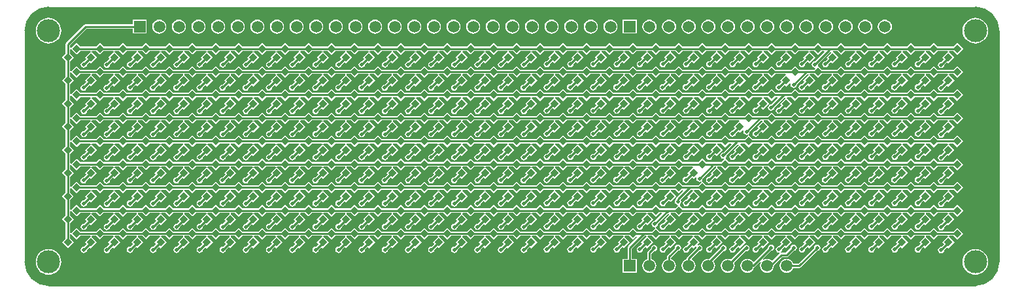
<source format=gtl>
G04*
G04 #@! TF.GenerationSoftware,Altium Limited,Altium Designer,18.1.9 (240)*
G04*
G04 Layer_Physical_Order=1*
G04 Layer_Color=255*
%FSLAX44Y44*%
%MOMM*%
G71*
G01*
G75*
%ADD12C,0.2540*%
%ADD13P,1.1314X4X270.0*%
%ADD19C,1.5000*%
%ADD20R,1.5000X1.5000*%
%ADD21C,0.5000*%
%ADD22C,3.0000*%
G36*
X401000Y1080000D02*
X401000Y1080000D01*
X1601000Y1080000D01*
X1602934Y1079951D01*
X1606755Y1079349D01*
X1610465Y1078253D01*
X1614000Y1076682D01*
X1617299Y1074664D01*
X1620308Y1072231D01*
X1622973Y1069427D01*
X1625249Y1066300D01*
X1627097Y1062902D01*
X1628486Y1059291D01*
X1629392Y1055530D01*
X1629799Y1051684D01*
X1629750Y1049750D01*
X1629750Y1049750D01*
X1629750Y1049750D01*
X1630000Y1031250D01*
Y949000D01*
X1629750Y747988D01*
X1629659Y746063D01*
X1628976Y742271D01*
X1627804Y738601D01*
X1626163Y735115D01*
X1624081Y731872D01*
X1621593Y728930D01*
X1618743Y726337D01*
X1615579Y724138D01*
X1612155Y722372D01*
X1608529Y721067D01*
X1604764Y720247D01*
X1600925Y719926D01*
X1599000Y720017D01*
X1599000Y720017D01*
X1599000Y720017D01*
X401000D01*
X399070Y719920D01*
X395216Y720231D01*
X391437Y721043D01*
X387796Y722341D01*
X384355Y724103D01*
X381174Y726299D01*
X378307Y728892D01*
X375803Y731837D01*
X373704Y735083D01*
X372048Y738576D01*
X370861Y742255D01*
X370165Y746057D01*
X370067Y747988D01*
X370068Y747988D01*
X370000Y1051250D01*
X370074Y1053208D01*
X370731Y1057072D01*
X371887Y1060816D01*
X373522Y1064378D01*
X375608Y1067696D01*
X378109Y1070713D01*
X380982Y1073378D01*
X384179Y1075645D01*
X387644Y1077475D01*
X391319Y1078838D01*
X395140Y1079709D01*
X399042Y1080074D01*
X401000Y1080000D01*
D02*
G37*
%LPC*%
G36*
X527024Y1064274D02*
X508976D01*
Y1058099D01*
X447750D01*
X447750Y1058099D01*
X446660Y1057882D01*
X445736Y1057264D01*
X445736Y1057264D01*
X423060Y1034589D01*
X422443Y1033665D01*
X422226Y1032574D01*
X422226Y1032574D01*
Y1020288D01*
X417262Y1015324D01*
X422226Y1010361D01*
Y990288D01*
X417262Y985324D01*
X422226Y980361D01*
Y960288D01*
X417262Y955324D01*
X422226Y950361D01*
Y930288D01*
X417262Y925324D01*
X422226Y920361D01*
Y900288D01*
X417262Y895324D01*
X422226Y890361D01*
Y870288D01*
X417262Y865324D01*
X422226Y860361D01*
Y840288D01*
X417262Y835324D01*
X422226Y830361D01*
Y810288D01*
X417262Y805324D01*
X422226Y800361D01*
Y780288D01*
X417262Y775324D01*
X425074Y767512D01*
X432887Y775324D01*
X427923Y780288D01*
Y785495D01*
X429193Y786021D01*
X436388Y778826D01*
X441352Y783790D01*
X453931D01*
X454457Y782520D01*
X447262Y775324D01*
X449279Y773308D01*
X445812Y769841D01*
X445750Y769853D01*
X444180Y769540D01*
X442849Y768651D01*
X441959Y767320D01*
X441647Y765750D01*
X441959Y764180D01*
X442849Y762849D01*
X444180Y761960D01*
X445750Y761647D01*
X447320Y761960D01*
X448651Y762849D01*
X449540Y764180D01*
X449853Y765750D01*
X449841Y765812D01*
X453308Y769279D01*
X455074Y767512D01*
X462887Y775324D01*
X455691Y782520D01*
X456218Y783790D01*
X461425D01*
X466388Y778826D01*
X471352Y783790D01*
X483931D01*
X484457Y782520D01*
X477262Y775324D01*
X479279Y773308D01*
X475562Y769591D01*
X475500Y769603D01*
X473930Y769291D01*
X472599Y768401D01*
X471710Y767070D01*
X471397Y765500D01*
X471710Y763930D01*
X472599Y762599D01*
X473930Y761710D01*
X475500Y761397D01*
X477070Y761710D01*
X478401Y762599D01*
X479291Y763930D01*
X479603Y765500D01*
X479590Y765562D01*
X483308Y769279D01*
X485074Y767512D01*
X492887Y775324D01*
X485692Y782520D01*
X486218Y783790D01*
X491425D01*
X496388Y778826D01*
X501352Y783790D01*
X513931D01*
X514457Y782520D01*
X507262Y775324D01*
X509154Y773433D01*
X505562Y769841D01*
X505500Y769853D01*
X503930Y769540D01*
X502599Y768651D01*
X501710Y767320D01*
X501397Y765750D01*
X501710Y764180D01*
X502599Y762849D01*
X503930Y761960D01*
X505500Y761647D01*
X507070Y761960D01*
X508401Y762849D01*
X509291Y764180D01*
X509603Y765750D01*
X509590Y765812D01*
X513183Y769404D01*
X515074Y767512D01*
X522887Y775324D01*
X515692Y782520D01*
X516218Y783790D01*
X521425D01*
X526388Y778826D01*
X531352Y783790D01*
X543931D01*
X544457Y782520D01*
X537262Y775324D01*
X539154Y773433D01*
X535562Y769841D01*
X535500Y769853D01*
X533930Y769540D01*
X532599Y768651D01*
X531710Y767320D01*
X531397Y765750D01*
X531710Y764180D01*
X532599Y762849D01*
X533930Y761960D01*
X535500Y761647D01*
X537070Y761960D01*
X538401Y762849D01*
X539291Y764180D01*
X539603Y765750D01*
X539590Y765812D01*
X543183Y769404D01*
X545074Y767512D01*
X552887Y775324D01*
X545692Y782520D01*
X546218Y783790D01*
X551425D01*
X556388Y778826D01*
X561352Y783790D01*
X573931D01*
X574457Y782520D01*
X567262Y775324D01*
X569279Y773308D01*
X565812Y769841D01*
X565750Y769853D01*
X564180Y769540D01*
X562849Y768651D01*
X561959Y767320D01*
X561647Y765750D01*
X561959Y764180D01*
X562849Y762849D01*
X564180Y761960D01*
X565750Y761647D01*
X567320Y761960D01*
X568651Y762849D01*
X569540Y764180D01*
X569853Y765750D01*
X569841Y765812D01*
X573308Y769279D01*
X575074Y767512D01*
X582887Y775324D01*
X575692Y782520D01*
X576218Y783790D01*
X581425D01*
X586388Y778826D01*
X591352Y783790D01*
X603931D01*
X604457Y782520D01*
X597262Y775324D01*
X599279Y773308D01*
X595812Y769841D01*
X595750Y769853D01*
X594180Y769540D01*
X592849Y768651D01*
X591959Y767320D01*
X591647Y765750D01*
X591959Y764180D01*
X592849Y762849D01*
X594180Y761960D01*
X595750Y761647D01*
X597320Y761960D01*
X598651Y762849D01*
X599540Y764180D01*
X599853Y765750D01*
X599841Y765812D01*
X603308Y769279D01*
X605074Y767512D01*
X612887Y775324D01*
X605691Y782520D01*
X606218Y783790D01*
X611425D01*
X616388Y778826D01*
X621352Y783790D01*
X633931D01*
X634457Y782520D01*
X627262Y775324D01*
X629154Y773433D01*
X625562Y769841D01*
X625500Y769853D01*
X623930Y769540D01*
X622599Y768651D01*
X621710Y767320D01*
X621397Y765750D01*
X621710Y764180D01*
X622599Y762849D01*
X623930Y761960D01*
X625500Y761647D01*
X627070Y761960D01*
X628401Y762849D01*
X629291Y764180D01*
X629603Y765750D01*
X629590Y765812D01*
X633183Y769404D01*
X635074Y767512D01*
X642887Y775324D01*
X635691Y782520D01*
X636218Y783790D01*
X641425D01*
X646388Y778826D01*
X651351Y783790D01*
X663931D01*
X664457Y782520D01*
X657262Y775324D01*
X659154Y773433D01*
X655562Y769841D01*
X655500Y769853D01*
X653930Y769540D01*
X652599Y768651D01*
X651710Y767320D01*
X651397Y765750D01*
X651710Y764180D01*
X652599Y762849D01*
X653930Y761960D01*
X655500Y761647D01*
X657070Y761960D01*
X658401Y762849D01*
X659290Y764180D01*
X659603Y765750D01*
X659591Y765812D01*
X663183Y769404D01*
X665074Y767512D01*
X672887Y775324D01*
X665692Y782520D01*
X666218Y783790D01*
X671425D01*
X676388Y778826D01*
X681351Y783790D01*
X693931D01*
X694457Y782520D01*
X687262Y775324D01*
X689154Y773433D01*
X685562Y769841D01*
X685500Y769853D01*
X683930Y769540D01*
X682599Y768651D01*
X681710Y767320D01*
X681397Y765750D01*
X681710Y764180D01*
X682599Y762849D01*
X683930Y761960D01*
X685500Y761647D01*
X687070Y761960D01*
X688401Y762849D01*
X689290Y764180D01*
X689603Y765750D01*
X689591Y765812D01*
X693183Y769404D01*
X695074Y767512D01*
X702887Y775324D01*
X695692Y782520D01*
X696218Y783790D01*
X701425D01*
X706388Y778826D01*
X711351Y783790D01*
X723931D01*
X724457Y782520D01*
X717262Y775324D01*
X719279Y773308D01*
X715812Y769841D01*
X715750Y769853D01*
X714180Y769540D01*
X712849Y768651D01*
X711960Y767320D01*
X711647Y765750D01*
X711960Y764180D01*
X712849Y762849D01*
X714180Y761960D01*
X715750Y761647D01*
X717320Y761960D01*
X718651Y762849D01*
X719540Y764180D01*
X719853Y765750D01*
X719840Y765812D01*
X723308Y769279D01*
X725074Y767512D01*
X732887Y775324D01*
X725692Y782520D01*
X726218Y783790D01*
X731425D01*
X736388Y778826D01*
X741351Y783790D01*
X753931D01*
X754457Y782520D01*
X747262Y775324D01*
X749279Y773308D01*
X745812Y769841D01*
X745750Y769853D01*
X744180Y769540D01*
X742849Y768651D01*
X741960Y767320D01*
X741647Y765750D01*
X741960Y764180D01*
X742849Y762849D01*
X744180Y761960D01*
X745750Y761647D01*
X747320Y761960D01*
X748651Y762849D01*
X749540Y764180D01*
X749853Y765750D01*
X749840Y765812D01*
X753308Y769279D01*
X755074Y767512D01*
X762887Y775324D01*
X755692Y782520D01*
X756218Y783790D01*
X761425D01*
X766388Y778826D01*
X771351Y783790D01*
X783931D01*
X784457Y782520D01*
X777262Y775324D01*
X779154Y773433D01*
X775562Y769841D01*
X775500Y769853D01*
X773930Y769540D01*
X772599Y768651D01*
X771710Y767320D01*
X771397Y765750D01*
X771710Y764180D01*
X772599Y762849D01*
X773930Y761960D01*
X775500Y761647D01*
X777070Y761960D01*
X778401Y762849D01*
X779290Y764180D01*
X779603Y765750D01*
X779591Y765812D01*
X783183Y769404D01*
X785074Y767512D01*
X792887Y775324D01*
X785692Y782520D01*
X786218Y783790D01*
X791425D01*
X796388Y778826D01*
X801351Y783790D01*
X813931D01*
X814457Y782520D01*
X807262Y775324D01*
X809154Y773433D01*
X805562Y769841D01*
X805500Y769853D01*
X803930Y769540D01*
X802599Y768651D01*
X801710Y767320D01*
X801397Y765750D01*
X801710Y764180D01*
X802599Y762849D01*
X803930Y761960D01*
X805500Y761647D01*
X807070Y761960D01*
X808401Y762849D01*
X809290Y764180D01*
X809603Y765750D01*
X809591Y765812D01*
X813183Y769404D01*
X815074Y767512D01*
X822887Y775324D01*
X815692Y782520D01*
X816218Y783790D01*
X821425D01*
X826388Y778826D01*
X831351Y783790D01*
X843931D01*
X844457Y782520D01*
X837262Y775324D01*
X839154Y773433D01*
X835562Y769841D01*
X835500Y769853D01*
X833930Y769540D01*
X832599Y768651D01*
X831710Y767320D01*
X831397Y765750D01*
X831710Y764180D01*
X832599Y762849D01*
X833930Y761960D01*
X835500Y761647D01*
X837070Y761960D01*
X838401Y762849D01*
X839290Y764180D01*
X839603Y765750D01*
X839591Y765812D01*
X843183Y769404D01*
X845074Y767512D01*
X852887Y775324D01*
X845692Y782520D01*
X846218Y783790D01*
X851425D01*
X856388Y778826D01*
X861351Y783790D01*
X873931D01*
X874457Y782520D01*
X867262Y775324D01*
X869279Y773308D01*
X865812Y769841D01*
X865750Y769853D01*
X864180Y769540D01*
X862849Y768651D01*
X861960Y767320D01*
X861647Y765750D01*
X861960Y764180D01*
X862849Y762849D01*
X864180Y761960D01*
X865750Y761647D01*
X867320Y761960D01*
X868651Y762849D01*
X869540Y764180D01*
X869853Y765750D01*
X869840Y765812D01*
X873308Y769279D01*
X875074Y767512D01*
X882887Y775324D01*
X875692Y782520D01*
X876218Y783790D01*
X881425D01*
X886388Y778826D01*
X891351Y783790D01*
X903931D01*
X904457Y782520D01*
X897262Y775324D01*
X899154Y773433D01*
X895562Y769841D01*
X895500Y769853D01*
X893930Y769540D01*
X892599Y768651D01*
X891710Y767320D01*
X891397Y765750D01*
X891710Y764180D01*
X892599Y762849D01*
X893930Y761960D01*
X895500Y761647D01*
X897070Y761960D01*
X898401Y762849D01*
X899290Y764180D01*
X899603Y765750D01*
X899591Y765812D01*
X903183Y769404D01*
X905074Y767512D01*
X912887Y775324D01*
X905692Y782520D01*
X906218Y783790D01*
X911425D01*
X916388Y778826D01*
X921351Y783790D01*
X933931D01*
X934457Y782520D01*
X927262Y775324D01*
X929154Y773433D01*
X925562Y769841D01*
X925500Y769853D01*
X923930Y769540D01*
X922599Y768651D01*
X921710Y767320D01*
X921397Y765750D01*
X921710Y764180D01*
X922599Y762849D01*
X923930Y761960D01*
X925500Y761647D01*
X927070Y761960D01*
X928401Y762849D01*
X929290Y764180D01*
X929603Y765750D01*
X929591Y765812D01*
X933183Y769404D01*
X935074Y767512D01*
X942887Y775324D01*
X935692Y782520D01*
X936218Y783790D01*
X941425D01*
X946388Y778826D01*
X951351Y783790D01*
X963931D01*
X964457Y782520D01*
X957262Y775324D01*
X959154Y773433D01*
X955562Y769841D01*
X955500Y769853D01*
X953930Y769540D01*
X952599Y768651D01*
X951710Y767320D01*
X951397Y765750D01*
X951710Y764180D01*
X952599Y762849D01*
X953930Y761960D01*
X955500Y761647D01*
X957070Y761960D01*
X958401Y762849D01*
X959290Y764180D01*
X959603Y765750D01*
X959591Y765812D01*
X963183Y769404D01*
X965074Y767512D01*
X972887Y775324D01*
X965692Y782520D01*
X966218Y783790D01*
X971425D01*
X976388Y778826D01*
X981351Y783790D01*
X993931D01*
X994457Y782520D01*
X987262Y775324D01*
X989279Y773308D01*
X985812Y769841D01*
X985750Y769853D01*
X984180Y769540D01*
X982849Y768651D01*
X981960Y767320D01*
X981647Y765750D01*
X981960Y764180D01*
X982849Y762849D01*
X984180Y761960D01*
X985750Y761647D01*
X987320Y761960D01*
X988651Y762849D01*
X989540Y764180D01*
X989853Y765750D01*
X989840Y765812D01*
X993308Y769279D01*
X995074Y767512D01*
X1002887Y775324D01*
X995692Y782520D01*
X996218Y783790D01*
X1001425D01*
X1006388Y778826D01*
X1011351Y783790D01*
X1023931D01*
X1024457Y782520D01*
X1017262Y775324D01*
X1019154Y773433D01*
X1015562Y769841D01*
X1015500Y769853D01*
X1013930Y769540D01*
X1012599Y768651D01*
X1011710Y767320D01*
X1011397Y765750D01*
X1011710Y764180D01*
X1012599Y762849D01*
X1013930Y761960D01*
X1015500Y761647D01*
X1017070Y761960D01*
X1018401Y762849D01*
X1019290Y764180D01*
X1019603Y765750D01*
X1019591Y765812D01*
X1023183Y769404D01*
X1025074Y767512D01*
X1032887Y775324D01*
X1025692Y782520D01*
X1026218Y783790D01*
X1031425D01*
X1036388Y778826D01*
X1041351Y783790D01*
X1053931D01*
X1054457Y782520D01*
X1047262Y775324D01*
X1048779Y773808D01*
X1045312Y770341D01*
X1045250Y770353D01*
X1043680Y770041D01*
X1042349Y769151D01*
X1041460Y767820D01*
X1041147Y766250D01*
X1041460Y764680D01*
X1042349Y763349D01*
X1043680Y762459D01*
X1045250Y762147D01*
X1046820Y762459D01*
X1048151Y763349D01*
X1049041Y764680D01*
X1049353Y766250D01*
X1049341Y766312D01*
X1052808Y769779D01*
X1055074Y767512D01*
X1062887Y775324D01*
X1055692Y782520D01*
X1056218Y783790D01*
X1061425D01*
X1066388Y778826D01*
X1071351Y783790D01*
X1083931D01*
X1084457Y782520D01*
X1077262Y775324D01*
X1078904Y773683D01*
X1075562Y770341D01*
X1075500Y770353D01*
X1073930Y770041D01*
X1072599Y769151D01*
X1071710Y767820D01*
X1071397Y766250D01*
X1071710Y764680D01*
X1072599Y763349D01*
X1073930Y762459D01*
X1075500Y762147D01*
X1077070Y762459D01*
X1078401Y763349D01*
X1079290Y764680D01*
X1079603Y766250D01*
X1079591Y766312D01*
X1082933Y769654D01*
X1085074Y767512D01*
X1092887Y775324D01*
X1085692Y782520D01*
X1086218Y783790D01*
X1091425D01*
X1096388Y778826D01*
X1101351Y783790D01*
X1113931D01*
X1114457Y782520D01*
X1107262Y775324D01*
X1108904Y773683D01*
X1105562Y770341D01*
X1105500Y770353D01*
X1103930Y770041D01*
X1102599Y769151D01*
X1101710Y767820D01*
X1101397Y766250D01*
X1101710Y764680D01*
X1102599Y763349D01*
X1103930Y762459D01*
X1105500Y762147D01*
X1107070Y762459D01*
X1108401Y763349D01*
X1109290Y764680D01*
X1109603Y766250D01*
X1109591Y766312D01*
X1112933Y769654D01*
X1115074Y767512D01*
X1122887Y775324D01*
X1115692Y782520D01*
X1116218Y783790D01*
X1121425D01*
X1126388Y778826D01*
X1131351Y783790D01*
X1143931D01*
X1144457Y782520D01*
X1137262Y775324D01*
X1139029Y773558D01*
X1135812Y770341D01*
X1135750Y770353D01*
X1134180Y770041D01*
X1132849Y769151D01*
X1131960Y767820D01*
X1131647Y766250D01*
X1131960Y764680D01*
X1132849Y763349D01*
X1134180Y762459D01*
X1135750Y762147D01*
X1137320Y762459D01*
X1138651Y763349D01*
X1139540Y764680D01*
X1139853Y766250D01*
X1139840Y766312D01*
X1143058Y769529D01*
X1145074Y767512D01*
X1152887Y775324D01*
X1145692Y782520D01*
X1146218Y783790D01*
X1151425D01*
X1156388Y778826D01*
X1161040Y783478D01*
X1161681Y783393D01*
X1162136Y782053D01*
X1150486Y770403D01*
X1149868Y769478D01*
X1149651Y768388D01*
X1149651Y768388D01*
Y754024D01*
X1143476D01*
Y735976D01*
X1161524D01*
Y754024D01*
X1155349D01*
Y767208D01*
X1171930Y783790D01*
X1173931D01*
X1174457Y782520D01*
X1167262Y775324D01*
X1168904Y773683D01*
X1165562Y770341D01*
X1165500Y770353D01*
X1163930Y770041D01*
X1162599Y769151D01*
X1161710Y767820D01*
X1161397Y766250D01*
X1161710Y764680D01*
X1162599Y763349D01*
X1163930Y762459D01*
X1165500Y762147D01*
X1167070Y762459D01*
X1168401Y763349D01*
X1169290Y764680D01*
X1169603Y766250D01*
X1169591Y766312D01*
X1172933Y769654D01*
X1175074Y767512D01*
X1182887Y775324D01*
X1175692Y782520D01*
X1176218Y783790D01*
X1181425D01*
X1186388Y778826D01*
X1191351Y783790D01*
X1203931D01*
X1204457Y782520D01*
X1197262Y775324D01*
X1198904Y773683D01*
X1195562Y770341D01*
X1195500Y770353D01*
X1193930Y770041D01*
X1192599Y769151D01*
X1191710Y767820D01*
X1191397Y766250D01*
X1191710Y764680D01*
X1192599Y763349D01*
X1193930Y762459D01*
X1195500Y762147D01*
X1197070Y762459D01*
X1198401Y763349D01*
X1199290Y764680D01*
X1199603Y766250D01*
X1199591Y766312D01*
X1202933Y769654D01*
X1205074Y767512D01*
X1212887Y775324D01*
X1205692Y782520D01*
X1206218Y783790D01*
X1211425D01*
X1216388Y778826D01*
X1221351Y783790D01*
X1233931D01*
X1234457Y782520D01*
X1227262Y775324D01*
X1228904Y773683D01*
X1225562Y770341D01*
X1225500Y770353D01*
X1223930Y770041D01*
X1222599Y769151D01*
X1221710Y767820D01*
X1221397Y766250D01*
X1221710Y764680D01*
X1222599Y763349D01*
X1223930Y762459D01*
X1225500Y762147D01*
X1227070Y762459D01*
X1228401Y763349D01*
X1229290Y764680D01*
X1229603Y766250D01*
X1229591Y766312D01*
X1232933Y769654D01*
X1235074Y767512D01*
X1238036Y770474D01*
X1239023Y769664D01*
X1238960Y769570D01*
X1238691Y768220D01*
X1226686Y756214D01*
X1226068Y755290D01*
X1225851Y754200D01*
X1225851Y754200D01*
Y753587D01*
X1224149Y752882D01*
X1222264Y751436D01*
X1220818Y749551D01*
X1219908Y747356D01*
X1219598Y745000D01*
X1219908Y742644D01*
X1220818Y740449D01*
X1222264Y738564D01*
X1224149Y737118D01*
X1226344Y736208D01*
X1228700Y735898D01*
X1231056Y736208D01*
X1233251Y737118D01*
X1235136Y738564D01*
X1236582Y740449D01*
X1237492Y742644D01*
X1237802Y745000D01*
X1237492Y747356D01*
X1236582Y749551D01*
X1235136Y751436D01*
X1233251Y752882D01*
X1233006Y752984D01*
X1232758Y754230D01*
X1242480Y763951D01*
X1242750Y763897D01*
X1244320Y764210D01*
X1245651Y765099D01*
X1246541Y766430D01*
X1246853Y768000D01*
X1246541Y769570D01*
X1245651Y770901D01*
X1244320Y771790D01*
X1242750Y772103D01*
X1241180Y771790D01*
X1241086Y771728D01*
X1240276Y772714D01*
X1242887Y775324D01*
X1235692Y782520D01*
X1236218Y783790D01*
X1241425D01*
X1246388Y778826D01*
X1251351Y783790D01*
X1263931D01*
X1264457Y782520D01*
X1257262Y775324D01*
X1258904Y773683D01*
X1255562Y770341D01*
X1255500Y770353D01*
X1253930Y770041D01*
X1252599Y769151D01*
X1251710Y767820D01*
X1251397Y766250D01*
X1251710Y764680D01*
X1252599Y763349D01*
X1253930Y762459D01*
X1255500Y762147D01*
X1257070Y762459D01*
X1258401Y763349D01*
X1259290Y764680D01*
X1259603Y766250D01*
X1259591Y766312D01*
X1262933Y769654D01*
X1265074Y767512D01*
X1272887Y775324D01*
X1265692Y782520D01*
X1266218Y783790D01*
X1271425D01*
X1276388Y778826D01*
X1281351Y783790D01*
X1293931D01*
X1294457Y782520D01*
X1287262Y775324D01*
X1288904Y773683D01*
X1285562Y770341D01*
X1285500Y770353D01*
X1283930Y770041D01*
X1282599Y769151D01*
X1281709Y767820D01*
X1281397Y766250D01*
X1281709Y764680D01*
X1282599Y763349D01*
X1283930Y762459D01*
X1285500Y762147D01*
X1287070Y762459D01*
X1288401Y763349D01*
X1289290Y764680D01*
X1289603Y766250D01*
X1289590Y766312D01*
X1292933Y769654D01*
X1295074Y767512D01*
X1302887Y775324D01*
X1295692Y782520D01*
X1296218Y783790D01*
X1301425D01*
X1306388Y778826D01*
X1311351Y783790D01*
X1323931D01*
X1324457Y782520D01*
X1317262Y775324D01*
X1318904Y773683D01*
X1315562Y770341D01*
X1315500Y770353D01*
X1313930Y770041D01*
X1312599Y769151D01*
X1311709Y767820D01*
X1311397Y766250D01*
X1311709Y764680D01*
X1312599Y763349D01*
X1313930Y762459D01*
X1315500Y762147D01*
X1317070Y762459D01*
X1318401Y763349D01*
X1319290Y764680D01*
X1319603Y766250D01*
X1319590Y766312D01*
X1322933Y769654D01*
X1325074Y767512D01*
X1332887Y775324D01*
X1325692Y782520D01*
X1326218Y783790D01*
X1331425D01*
X1336388Y778826D01*
X1341351Y783790D01*
X1353931D01*
X1354457Y782520D01*
X1347262Y775324D01*
X1349029Y773558D01*
X1345812Y770341D01*
X1345750Y770353D01*
X1344180Y770041D01*
X1342849Y769151D01*
X1341960Y767820D01*
X1341647Y766250D01*
X1341960Y764680D01*
X1342849Y763349D01*
X1344180Y762459D01*
X1345750Y762147D01*
X1346313Y762259D01*
X1346808Y761063D01*
X1346736Y761014D01*
X1346736Y761014D01*
X1337131Y751410D01*
X1336736Y751436D01*
X1334851Y752882D01*
X1332656Y753792D01*
X1330300Y754102D01*
X1327944Y753792D01*
X1325749Y752882D01*
X1325051Y753910D01*
X1335438Y764298D01*
X1335500Y764285D01*
X1337070Y764598D01*
X1338401Y765487D01*
X1339290Y766818D01*
X1339603Y768388D01*
X1339290Y769958D01*
X1338401Y771289D01*
X1337070Y772179D01*
X1335500Y772491D01*
X1333930Y772179D01*
X1332599Y771289D01*
X1331709Y769958D01*
X1331397Y768388D01*
X1331409Y768326D01*
X1313399Y750316D01*
X1312132Y750399D01*
X1311336Y751436D01*
X1309451Y752882D01*
X1307256Y753792D01*
X1304900Y754102D01*
X1302544Y753792D01*
X1300349Y752882D01*
X1298464Y751436D01*
X1297018Y749551D01*
X1296108Y747356D01*
X1295798Y745000D01*
X1296108Y742644D01*
X1297018Y740449D01*
X1298464Y738564D01*
X1300349Y737118D01*
X1302544Y736208D01*
X1304900Y735898D01*
X1307256Y736208D01*
X1309451Y737118D01*
X1311336Y738564D01*
X1312782Y740449D01*
X1313692Y742644D01*
X1313699Y742700D01*
X1314126Y742986D01*
X1321390Y750249D01*
X1322418Y749551D01*
X1321508Y747356D01*
X1321198Y745000D01*
X1321508Y742644D01*
X1322418Y740449D01*
X1323864Y738564D01*
X1325749Y737118D01*
X1327944Y736208D01*
X1330300Y735898D01*
X1332656Y736208D01*
X1334851Y737118D01*
X1336736Y738564D01*
X1338182Y740449D01*
X1339092Y742644D01*
X1339402Y745000D01*
X1339329Y745551D01*
X1349930Y756151D01*
X1355362D01*
X1355362Y756151D01*
X1356452Y756368D01*
X1357376Y756986D01*
X1364688Y764298D01*
X1364750Y764285D01*
X1366320Y764598D01*
X1367651Y765487D01*
X1368540Y766818D01*
X1368853Y768388D01*
X1368540Y769958D01*
X1367651Y771289D01*
X1366320Y772179D01*
X1364750Y772491D01*
X1363180Y772179D01*
X1361849Y771289D01*
X1360959Y769958D01*
X1360647Y768388D01*
X1360659Y768326D01*
X1354182Y761849D01*
X1348750D01*
X1348750Y761849D01*
X1348667Y761832D01*
X1348172Y763029D01*
X1348651Y763349D01*
X1349541Y764680D01*
X1349853Y766250D01*
X1349841Y766312D01*
X1353058Y769529D01*
X1355074Y767512D01*
X1362887Y775324D01*
X1355692Y782520D01*
X1356218Y783790D01*
X1361425D01*
X1366388Y778826D01*
X1371351Y783790D01*
X1383931D01*
X1384457Y782520D01*
X1377262Y775324D01*
X1378904Y773683D01*
X1375562Y770341D01*
X1375500Y770353D01*
X1373930Y770041D01*
X1372599Y769151D01*
X1371709Y767820D01*
X1371397Y766250D01*
X1371709Y764680D01*
X1372599Y763349D01*
X1373930Y762459D01*
X1375500Y762147D01*
X1377070Y762459D01*
X1378401Y763349D01*
X1379290Y764680D01*
X1379603Y766250D01*
X1379590Y766312D01*
X1382933Y769654D01*
X1385074Y767512D01*
X1392887Y775324D01*
X1385692Y782520D01*
X1386218Y783790D01*
X1391425D01*
X1396388Y778826D01*
X1401351Y783790D01*
X1413931D01*
X1414457Y782520D01*
X1407262Y775324D01*
X1409029Y773558D01*
X1405812Y770341D01*
X1405750Y770353D01*
X1404180Y770041D01*
X1402849Y769151D01*
X1401960Y767820D01*
X1401647Y766250D01*
X1401960Y764680D01*
X1402849Y763349D01*
X1404180Y762459D01*
X1405750Y762147D01*
X1407320Y762459D01*
X1408651Y763349D01*
X1409541Y764680D01*
X1409853Y766250D01*
X1409841Y766312D01*
X1413058Y769529D01*
X1415074Y767512D01*
X1422887Y775324D01*
X1415692Y782520D01*
X1416218Y783790D01*
X1421425D01*
X1426388Y778826D01*
X1431351Y783790D01*
X1443931D01*
X1444457Y782520D01*
X1437262Y775324D01*
X1438904Y773683D01*
X1435562Y770341D01*
X1435500Y770353D01*
X1433930Y770041D01*
X1432599Y769151D01*
X1431709Y767820D01*
X1431397Y766250D01*
X1431709Y764680D01*
X1432599Y763349D01*
X1433930Y762459D01*
X1435500Y762147D01*
X1437070Y762459D01*
X1438401Y763349D01*
X1439290Y764680D01*
X1439603Y766250D01*
X1439590Y766312D01*
X1442933Y769654D01*
X1445074Y767512D01*
X1452887Y775324D01*
X1445692Y782520D01*
X1446218Y783790D01*
X1451425D01*
X1456388Y778826D01*
X1461351Y783790D01*
X1473931D01*
X1474457Y782520D01*
X1467262Y775324D01*
X1468904Y773683D01*
X1465562Y770341D01*
X1465500Y770353D01*
X1463930Y770041D01*
X1462599Y769151D01*
X1461709Y767820D01*
X1461397Y766250D01*
X1461709Y764680D01*
X1462599Y763349D01*
X1463930Y762459D01*
X1465500Y762147D01*
X1467070Y762459D01*
X1468401Y763349D01*
X1469290Y764680D01*
X1469603Y766250D01*
X1469590Y766312D01*
X1472933Y769654D01*
X1475074Y767512D01*
X1482887Y775324D01*
X1475692Y782520D01*
X1476218Y783790D01*
X1481425D01*
X1486388Y778826D01*
X1491352Y783790D01*
X1503931D01*
X1504457Y782520D01*
X1497262Y775324D01*
X1498904Y773683D01*
X1495562Y770341D01*
X1495500Y770353D01*
X1493930Y770041D01*
X1492599Y769151D01*
X1491709Y767820D01*
X1491397Y766250D01*
X1491709Y764680D01*
X1492599Y763349D01*
X1493930Y762459D01*
X1495500Y762147D01*
X1497070Y762459D01*
X1498401Y763349D01*
X1499290Y764680D01*
X1499603Y766250D01*
X1499590Y766312D01*
X1502933Y769654D01*
X1505074Y767512D01*
X1512887Y775324D01*
X1505692Y782520D01*
X1506218Y783790D01*
X1511425D01*
X1516388Y778826D01*
X1521351Y783790D01*
X1533931D01*
X1534457Y782520D01*
X1527262Y775324D01*
X1529029Y773558D01*
X1525812Y770341D01*
X1525750Y770353D01*
X1524180Y770041D01*
X1522849Y769151D01*
X1521960Y767820D01*
X1521647Y766250D01*
X1521960Y764680D01*
X1522849Y763349D01*
X1524180Y762459D01*
X1525750Y762147D01*
X1527320Y762459D01*
X1528651Y763349D01*
X1529541Y764680D01*
X1529853Y766250D01*
X1529841Y766312D01*
X1533058Y769529D01*
X1535074Y767512D01*
X1542887Y775324D01*
X1535692Y782520D01*
X1536218Y783790D01*
X1541425D01*
X1546388Y778826D01*
X1551351Y783790D01*
X1563931D01*
X1564457Y782520D01*
X1557262Y775324D01*
X1559529Y773058D01*
X1555812Y769341D01*
X1555750Y769353D01*
X1554180Y769041D01*
X1552849Y768151D01*
X1551960Y766820D01*
X1551647Y765250D01*
X1551960Y763680D01*
X1552849Y762349D01*
X1554180Y761460D01*
X1555750Y761147D01*
X1557320Y761460D01*
X1558651Y762349D01*
X1559541Y763680D01*
X1559853Y765250D01*
X1559841Y765312D01*
X1563558Y769029D01*
X1565074Y767512D01*
X1572887Y775324D01*
X1565692Y782520D01*
X1566218Y783790D01*
X1571425D01*
X1576388Y778826D01*
X1584200Y786638D01*
X1576388Y794450D01*
X1571425Y789487D01*
X1551351D01*
X1546388Y794450D01*
X1541425Y789487D01*
X1521351D01*
X1516388Y794450D01*
X1511425Y789487D01*
X1491352D01*
X1486388Y794450D01*
X1481425Y789487D01*
X1461351D01*
X1456388Y794450D01*
X1451425Y789487D01*
X1431351D01*
X1426388Y794450D01*
X1421425Y789487D01*
X1401351D01*
X1396388Y794450D01*
X1391425Y789487D01*
X1371351D01*
X1366388Y794450D01*
X1361425Y789487D01*
X1341351D01*
X1336388Y794450D01*
X1331425Y789487D01*
X1311351D01*
X1306388Y794450D01*
X1301425Y789487D01*
X1281351D01*
X1276388Y794450D01*
X1271425Y789487D01*
X1251351D01*
X1246388Y794450D01*
X1241425Y789487D01*
X1221351D01*
X1216388Y794450D01*
X1211425Y789487D01*
X1191351D01*
X1186983Y793856D01*
X1186752Y794087D01*
X1186742Y794111D01*
X1186766Y794566D01*
D01*
Y794566D01*
D01*
X1187062Y795705D01*
X1187651Y796099D01*
X1188540Y797430D01*
X1188853Y799000D01*
X1188840Y799062D01*
X1202853Y813074D01*
X1203156Y813014D01*
X1203574Y811636D01*
X1197262Y805324D01*
X1199029Y803558D01*
X1195562Y800091D01*
X1195500Y800103D01*
X1193930Y799791D01*
X1192599Y798901D01*
X1191710Y797570D01*
X1191397Y796000D01*
X1191710Y794430D01*
X1192599Y793099D01*
X1193930Y792209D01*
X1195500Y791897D01*
X1197070Y792209D01*
X1198401Y793099D01*
X1199290Y794430D01*
X1199603Y796000D01*
X1199591Y796062D01*
X1203058Y799529D01*
X1205074Y797512D01*
X1212887Y805324D01*
X1205692Y812520D01*
X1206218Y813790D01*
X1211425D01*
X1216388Y808826D01*
X1221351Y813790D01*
X1233931D01*
X1234457Y812520D01*
X1227262Y805324D01*
X1229029Y803558D01*
X1225562Y800091D01*
X1225500Y800103D01*
X1223930Y799791D01*
X1222599Y798901D01*
X1221710Y797570D01*
X1221397Y796000D01*
X1221710Y794430D01*
X1222599Y793099D01*
X1223930Y792209D01*
X1225500Y791897D01*
X1227070Y792209D01*
X1228401Y793099D01*
X1229290Y794430D01*
X1229603Y796000D01*
X1229591Y796062D01*
X1233058Y799529D01*
X1235074Y797512D01*
X1242887Y805324D01*
X1235692Y812520D01*
X1236218Y813790D01*
X1241425D01*
X1246388Y808826D01*
X1251351Y813790D01*
X1263931D01*
X1264457Y812520D01*
X1257262Y805324D01*
X1259029Y803558D01*
X1255562Y800091D01*
X1255500Y800103D01*
X1253930Y799791D01*
X1252599Y798901D01*
X1251710Y797570D01*
X1251397Y796000D01*
X1251710Y794430D01*
X1252599Y793099D01*
X1253930Y792209D01*
X1255500Y791897D01*
X1257070Y792209D01*
X1258401Y793099D01*
X1259290Y794430D01*
X1259603Y796000D01*
X1259591Y796062D01*
X1263058Y799529D01*
X1265074Y797512D01*
X1272887Y805324D01*
X1265692Y812520D01*
X1266218Y813790D01*
X1271425D01*
X1276388Y808826D01*
X1281351Y813790D01*
X1293931D01*
X1294457Y812520D01*
X1287262Y805324D01*
X1289029Y803558D01*
X1285562Y800091D01*
X1285500Y800103D01*
X1283930Y799791D01*
X1282599Y798901D01*
X1281709Y797570D01*
X1281397Y796000D01*
X1281709Y794430D01*
X1282599Y793099D01*
X1283930Y792209D01*
X1285500Y791897D01*
X1287070Y792209D01*
X1288401Y793099D01*
X1289290Y794430D01*
X1289603Y796000D01*
X1289590Y796062D01*
X1293058Y799529D01*
X1295074Y797512D01*
X1302887Y805324D01*
X1295692Y812520D01*
X1296218Y813790D01*
X1301425D01*
X1306388Y808826D01*
X1311351Y813790D01*
X1323931D01*
X1324457Y812520D01*
X1317262Y805324D01*
X1319029Y803558D01*
X1315562Y800091D01*
X1315500Y800103D01*
X1313930Y799791D01*
X1312599Y798901D01*
X1311709Y797570D01*
X1311397Y796000D01*
X1311709Y794430D01*
X1312599Y793099D01*
X1313930Y792209D01*
X1315500Y791897D01*
X1317070Y792209D01*
X1318401Y793099D01*
X1319290Y794430D01*
X1319603Y796000D01*
X1319590Y796062D01*
X1323058Y799529D01*
X1325074Y797512D01*
X1332887Y805324D01*
X1325692Y812520D01*
X1326218Y813790D01*
X1331425D01*
X1336388Y808826D01*
X1341351Y813790D01*
X1353931D01*
X1354457Y812520D01*
X1347262Y805324D01*
X1349154Y803433D01*
X1345812Y800091D01*
X1345750Y800103D01*
X1344180Y799791D01*
X1342849Y798901D01*
X1341960Y797570D01*
X1341647Y796000D01*
X1341960Y794430D01*
X1342849Y793099D01*
X1344180Y792209D01*
X1345750Y791897D01*
X1347320Y792209D01*
X1348651Y793099D01*
X1349541Y794430D01*
X1349853Y796000D01*
X1349841Y796062D01*
X1353183Y799404D01*
X1355074Y797512D01*
X1362887Y805324D01*
X1355692Y812520D01*
X1356218Y813790D01*
X1361425D01*
X1366388Y808826D01*
X1371351Y813790D01*
X1383931D01*
X1384457Y812520D01*
X1377262Y805324D01*
X1379029Y803558D01*
X1375562Y800091D01*
X1375500Y800103D01*
X1373930Y799791D01*
X1372599Y798901D01*
X1371709Y797570D01*
X1371397Y796000D01*
X1371709Y794430D01*
X1372599Y793099D01*
X1373930Y792209D01*
X1375500Y791897D01*
X1377070Y792209D01*
X1378401Y793099D01*
X1379290Y794430D01*
X1379603Y796000D01*
X1379590Y796062D01*
X1383058Y799529D01*
X1385074Y797512D01*
X1392887Y805324D01*
X1385692Y812520D01*
X1386218Y813790D01*
X1391425D01*
X1396388Y808826D01*
X1401351Y813790D01*
X1413931D01*
X1414457Y812520D01*
X1407262Y805324D01*
X1409154Y803433D01*
X1405812Y800091D01*
X1405750Y800103D01*
X1404180Y799791D01*
X1402849Y798901D01*
X1401960Y797570D01*
X1401647Y796000D01*
X1401960Y794430D01*
X1402849Y793099D01*
X1404180Y792209D01*
X1405750Y791897D01*
X1407320Y792209D01*
X1408651Y793099D01*
X1409541Y794430D01*
X1409853Y796000D01*
X1409841Y796062D01*
X1413183Y799404D01*
X1415074Y797512D01*
X1422887Y805324D01*
X1415692Y812520D01*
X1416218Y813790D01*
X1421425D01*
X1426388Y808826D01*
X1431351Y813790D01*
X1443931D01*
X1444457Y812520D01*
X1437262Y805324D01*
X1439029Y803558D01*
X1435562Y800091D01*
X1435500Y800103D01*
X1433930Y799791D01*
X1432599Y798901D01*
X1431709Y797570D01*
X1431397Y796000D01*
X1431709Y794430D01*
X1432599Y793099D01*
X1433930Y792209D01*
X1435500Y791897D01*
X1437070Y792209D01*
X1438401Y793099D01*
X1439290Y794430D01*
X1439603Y796000D01*
X1439590Y796062D01*
X1443058Y799529D01*
X1445074Y797512D01*
X1452887Y805324D01*
X1445692Y812520D01*
X1446218Y813790D01*
X1451425D01*
X1456388Y808826D01*
X1461351Y813790D01*
X1473931D01*
X1474457Y812520D01*
X1467262Y805324D01*
X1469029Y803558D01*
X1465562Y800091D01*
X1465500Y800103D01*
X1463930Y799791D01*
X1462599Y798901D01*
X1461709Y797570D01*
X1461397Y796000D01*
X1461709Y794430D01*
X1462599Y793099D01*
X1463930Y792209D01*
X1465500Y791897D01*
X1467070Y792209D01*
X1468401Y793099D01*
X1469290Y794430D01*
X1469603Y796000D01*
X1469590Y796062D01*
X1473058Y799529D01*
X1475074Y797512D01*
X1482887Y805324D01*
X1475692Y812520D01*
X1476218Y813790D01*
X1481425D01*
X1486388Y808826D01*
X1491352Y813790D01*
X1503931D01*
X1504457Y812520D01*
X1497262Y805324D01*
X1499029Y803558D01*
X1495562Y800091D01*
X1495500Y800103D01*
X1493930Y799791D01*
X1492599Y798901D01*
X1491709Y797570D01*
X1491397Y796000D01*
X1491709Y794430D01*
X1492599Y793099D01*
X1493930Y792209D01*
X1495500Y791897D01*
X1497070Y792209D01*
X1498401Y793099D01*
X1499290Y794430D01*
X1499603Y796000D01*
X1499590Y796062D01*
X1503058Y799529D01*
X1505074Y797512D01*
X1512887Y805324D01*
X1505692Y812520D01*
X1506218Y813790D01*
X1511425D01*
X1516388Y808826D01*
X1521351Y813790D01*
X1533931D01*
X1534457Y812520D01*
X1527262Y805324D01*
X1529154Y803433D01*
X1525812Y800091D01*
X1525750Y800103D01*
X1524180Y799791D01*
X1522849Y798901D01*
X1521960Y797570D01*
X1521647Y796000D01*
X1521960Y794430D01*
X1522849Y793099D01*
X1524180Y792209D01*
X1525750Y791897D01*
X1527320Y792209D01*
X1528651Y793099D01*
X1529541Y794430D01*
X1529853Y796000D01*
X1529841Y796062D01*
X1533183Y799404D01*
X1535074Y797512D01*
X1542887Y805324D01*
X1535692Y812520D01*
X1536218Y813790D01*
X1541425D01*
X1546388Y808826D01*
X1551351Y813790D01*
X1563931D01*
X1564457Y812520D01*
X1557262Y805324D01*
X1559654Y802933D01*
X1555812Y799091D01*
X1555750Y799103D01*
X1554180Y798791D01*
X1552849Y797901D01*
X1551960Y796570D01*
X1551647Y795000D01*
X1551960Y793430D01*
X1552849Y792099D01*
X1554180Y791209D01*
X1555750Y790897D01*
X1557320Y791209D01*
X1558651Y792099D01*
X1559541Y793430D01*
X1559853Y795000D01*
X1559841Y795062D01*
X1563683Y798904D01*
X1565074Y797512D01*
X1572887Y805324D01*
X1565692Y812520D01*
X1566218Y813790D01*
X1571425D01*
X1576388Y808826D01*
X1584200Y816638D01*
X1576388Y824450D01*
X1571425Y819487D01*
X1551351D01*
X1546388Y824450D01*
X1541425Y819487D01*
X1521351D01*
X1516388Y824450D01*
X1511425Y819487D01*
X1491352D01*
X1486388Y824450D01*
X1481425Y819487D01*
X1461351D01*
X1456388Y824450D01*
X1451425Y819487D01*
X1431351D01*
X1426388Y824450D01*
X1421425Y819487D01*
X1401351D01*
X1396388Y824450D01*
X1391425Y819487D01*
X1371351D01*
X1366388Y824450D01*
X1361425Y819487D01*
X1341351D01*
X1336388Y824450D01*
X1331425Y819487D01*
X1311351D01*
X1306388Y824450D01*
X1301425Y819487D01*
X1281351D01*
X1276388Y824450D01*
X1271425Y819487D01*
X1251351D01*
X1246388Y824450D01*
X1241425Y819487D01*
X1221351D01*
X1217371Y823467D01*
X1217532Y825102D01*
X1217901Y825349D01*
X1218791Y826680D01*
X1219103Y828250D01*
X1218791Y829820D01*
X1218258Y830617D01*
X1231430Y843789D01*
X1233931D01*
X1234457Y842519D01*
X1227262Y835324D01*
X1228904Y833683D01*
X1225562Y830341D01*
X1225500Y830353D01*
X1223930Y830041D01*
X1222599Y829151D01*
X1221710Y827820D01*
X1221397Y826250D01*
X1221710Y824680D01*
X1222599Y823349D01*
X1223930Y822459D01*
X1225500Y822147D01*
X1227070Y822459D01*
X1228401Y823349D01*
X1229290Y824680D01*
X1229603Y826250D01*
X1229591Y826312D01*
X1232933Y829654D01*
X1235074Y827512D01*
X1242887Y835324D01*
X1235692Y842519D01*
X1236218Y843789D01*
X1241425D01*
X1246388Y838826D01*
X1251351Y843789D01*
X1263931D01*
X1264457Y842519D01*
X1257262Y835324D01*
X1258904Y833683D01*
X1255562Y830341D01*
X1255500Y830353D01*
X1253930Y830041D01*
X1252599Y829151D01*
X1251710Y827820D01*
X1251397Y826250D01*
X1251710Y824680D01*
X1252599Y823349D01*
X1253930Y822459D01*
X1255500Y822147D01*
X1257070Y822459D01*
X1258401Y823349D01*
X1259290Y824680D01*
X1259603Y826250D01*
X1259591Y826312D01*
X1262933Y829654D01*
X1265074Y827512D01*
X1272887Y835324D01*
X1265692Y842519D01*
X1266218Y843789D01*
X1271425D01*
X1276388Y838826D01*
X1281351Y843789D01*
X1293931D01*
X1294457Y842519D01*
X1287262Y835324D01*
X1288904Y833683D01*
X1285562Y830341D01*
X1285500Y830353D01*
X1283930Y830041D01*
X1282599Y829151D01*
X1281709Y827820D01*
X1281397Y826250D01*
X1281709Y824680D01*
X1282599Y823349D01*
X1283930Y822459D01*
X1285500Y822147D01*
X1287070Y822459D01*
X1288401Y823349D01*
X1289290Y824680D01*
X1289603Y826250D01*
X1289590Y826312D01*
X1292933Y829654D01*
X1295074Y827512D01*
X1302887Y835324D01*
X1295692Y842519D01*
X1296218Y843789D01*
X1301425D01*
X1306388Y838826D01*
X1311351Y843789D01*
X1323931D01*
X1324457Y842519D01*
X1317262Y835324D01*
X1318904Y833683D01*
X1315562Y830341D01*
X1315500Y830353D01*
X1313930Y830041D01*
X1312599Y829151D01*
X1311709Y827820D01*
X1311397Y826250D01*
X1311709Y824680D01*
X1312599Y823349D01*
X1313930Y822459D01*
X1315500Y822147D01*
X1317070Y822459D01*
X1318401Y823349D01*
X1319290Y824680D01*
X1319603Y826250D01*
X1319590Y826312D01*
X1322933Y829654D01*
X1325074Y827512D01*
X1332887Y835324D01*
X1325692Y842519D01*
X1326218Y843789D01*
X1331425D01*
X1336388Y838826D01*
X1341351Y843789D01*
X1353931D01*
X1354457Y842519D01*
X1347262Y835324D01*
X1349029Y833558D01*
X1345812Y830341D01*
X1345750Y830353D01*
X1344180Y830041D01*
X1342849Y829151D01*
X1341960Y827820D01*
X1341647Y826250D01*
X1341960Y824680D01*
X1342849Y823349D01*
X1344180Y822459D01*
X1345750Y822147D01*
X1347320Y822459D01*
X1348651Y823349D01*
X1349541Y824680D01*
X1349853Y826250D01*
X1349841Y826312D01*
X1353058Y829529D01*
X1355074Y827512D01*
X1362887Y835324D01*
X1355692Y842519D01*
X1356218Y843789D01*
X1361425D01*
X1366388Y838826D01*
X1371351Y843789D01*
X1383931D01*
X1384457Y842519D01*
X1377262Y835324D01*
X1378904Y833683D01*
X1375562Y830341D01*
X1375500Y830353D01*
X1373930Y830041D01*
X1372599Y829151D01*
X1371709Y827820D01*
X1371397Y826250D01*
X1371709Y824680D01*
X1372599Y823349D01*
X1373930Y822459D01*
X1375500Y822147D01*
X1377070Y822459D01*
X1378401Y823349D01*
X1379290Y824680D01*
X1379603Y826250D01*
X1379590Y826312D01*
X1382933Y829654D01*
X1385074Y827512D01*
X1392887Y835324D01*
X1385692Y842519D01*
X1386218Y843789D01*
X1391425D01*
X1396388Y838826D01*
X1401351Y843789D01*
X1413931D01*
X1414457Y842519D01*
X1407262Y835324D01*
X1409029Y833558D01*
X1405812Y830341D01*
X1405750Y830353D01*
X1404180Y830041D01*
X1402849Y829151D01*
X1401960Y827820D01*
X1401647Y826250D01*
X1401960Y824680D01*
X1402849Y823349D01*
X1404180Y822459D01*
X1405750Y822147D01*
X1407320Y822459D01*
X1408651Y823349D01*
X1409541Y824680D01*
X1409853Y826250D01*
X1409841Y826312D01*
X1413058Y829529D01*
X1415074Y827512D01*
X1422887Y835324D01*
X1415692Y842519D01*
X1416218Y843789D01*
X1421425D01*
X1426388Y838826D01*
X1431351Y843789D01*
X1443931D01*
X1444457Y842519D01*
X1437262Y835324D01*
X1438904Y833683D01*
X1435562Y830341D01*
X1435500Y830353D01*
X1433930Y830041D01*
X1432599Y829151D01*
X1431709Y827820D01*
X1431397Y826250D01*
X1431709Y824680D01*
X1432599Y823349D01*
X1433930Y822459D01*
X1435500Y822147D01*
X1437070Y822459D01*
X1438401Y823349D01*
X1439290Y824680D01*
X1439603Y826250D01*
X1439590Y826312D01*
X1442933Y829654D01*
X1445074Y827512D01*
X1452887Y835324D01*
X1445692Y842519D01*
X1446218Y843789D01*
X1451425D01*
X1456388Y838826D01*
X1461351Y843789D01*
X1473931D01*
X1474457Y842519D01*
X1467262Y835324D01*
X1468904Y833683D01*
X1465562Y830341D01*
X1465500Y830353D01*
X1463930Y830041D01*
X1462599Y829151D01*
X1461709Y827820D01*
X1461397Y826250D01*
X1461709Y824680D01*
X1462599Y823349D01*
X1463930Y822459D01*
X1465500Y822147D01*
X1467070Y822459D01*
X1468401Y823349D01*
X1469290Y824680D01*
X1469603Y826250D01*
X1469590Y826312D01*
X1472933Y829654D01*
X1475074Y827512D01*
X1482887Y835324D01*
X1475692Y842519D01*
X1476218Y843789D01*
X1481425D01*
X1486388Y838826D01*
X1491352Y843789D01*
X1503931D01*
X1504457Y842519D01*
X1497262Y835324D01*
X1498904Y833683D01*
X1495562Y830341D01*
X1495500Y830353D01*
X1493930Y830041D01*
X1492599Y829151D01*
X1491709Y827820D01*
X1491397Y826250D01*
X1491709Y824680D01*
X1492599Y823349D01*
X1493930Y822459D01*
X1495500Y822147D01*
X1497070Y822459D01*
X1498401Y823349D01*
X1499290Y824680D01*
X1499603Y826250D01*
X1499590Y826312D01*
X1502933Y829654D01*
X1505074Y827512D01*
X1512887Y835324D01*
X1505692Y842519D01*
X1506218Y843789D01*
X1511425D01*
X1516388Y838826D01*
X1521351Y843789D01*
X1533931D01*
X1534457Y842519D01*
X1527262Y835324D01*
X1529029Y833558D01*
X1525812Y830341D01*
X1525750Y830353D01*
X1524180Y830041D01*
X1522849Y829151D01*
X1521960Y827820D01*
X1521647Y826250D01*
X1521960Y824680D01*
X1522849Y823349D01*
X1524180Y822459D01*
X1525750Y822147D01*
X1527320Y822459D01*
X1528651Y823349D01*
X1529541Y824680D01*
X1529853Y826250D01*
X1529841Y826312D01*
X1533058Y829529D01*
X1535074Y827512D01*
X1542887Y835324D01*
X1535692Y842519D01*
X1536218Y843789D01*
X1541425D01*
X1546388Y838826D01*
X1551351Y843789D01*
X1563931D01*
X1564457Y842519D01*
X1557262Y835324D01*
X1559529Y833058D01*
X1555812Y829341D01*
X1555750Y829353D01*
X1554180Y829041D01*
X1552849Y828151D01*
X1551960Y826820D01*
X1551647Y825250D01*
X1551960Y823680D01*
X1552849Y822349D01*
X1554180Y821460D01*
X1555750Y821147D01*
X1557320Y821460D01*
X1558651Y822349D01*
X1559541Y823680D01*
X1559853Y825250D01*
X1559841Y825312D01*
X1563558Y829029D01*
X1565074Y827512D01*
X1572887Y835324D01*
X1565692Y842519D01*
X1566218Y843789D01*
X1571425D01*
X1576388Y838826D01*
X1584200Y846638D01*
X1576388Y854450D01*
X1571425Y849487D01*
X1551351D01*
X1546388Y854450D01*
X1541425Y849487D01*
X1521351D01*
X1516388Y854450D01*
X1511425Y849487D01*
X1491352D01*
X1486388Y854450D01*
X1481425Y849487D01*
X1461351D01*
X1456388Y854450D01*
X1451425Y849487D01*
X1431351D01*
X1426388Y854450D01*
X1421425Y849487D01*
X1401351D01*
X1396388Y854450D01*
X1391425Y849487D01*
X1371351D01*
X1366388Y854450D01*
X1361425Y849487D01*
X1341351D01*
X1336388Y854450D01*
X1331425Y849487D01*
X1311351D01*
X1306388Y854450D01*
X1301425Y849487D01*
X1281351D01*
X1276388Y854450D01*
X1271425Y849487D01*
X1251351D01*
X1246550Y854288D01*
X1246388Y854450D01*
X1245943Y855536D01*
X1246541Y856430D01*
X1246853Y858000D01*
X1246841Y858062D01*
X1262014Y873236D01*
X1262014Y873236D01*
X1262384Y873790D01*
X1263931D01*
X1264457Y872520D01*
X1257262Y865324D01*
X1258779Y863808D01*
X1255312Y860341D01*
X1255250Y860353D01*
X1253680Y860041D01*
X1252349Y859151D01*
X1251460Y857820D01*
X1251147Y856250D01*
X1251460Y854680D01*
X1252349Y853349D01*
X1253680Y852459D01*
X1255250Y852147D01*
X1256820Y852459D01*
X1258151Y853349D01*
X1259041Y854680D01*
X1259353Y856250D01*
X1259341Y856312D01*
X1262808Y859779D01*
X1265074Y857512D01*
X1272887Y865324D01*
X1265692Y872520D01*
X1266218Y873790D01*
X1271425D01*
X1276388Y868826D01*
X1281351Y873790D01*
X1293931D01*
X1294457Y872520D01*
X1287262Y865324D01*
X1288779Y863808D01*
X1285312Y860341D01*
X1285250Y860353D01*
X1283680Y860041D01*
X1282349Y859151D01*
X1281460Y857820D01*
X1281147Y856250D01*
X1281460Y854680D01*
X1282349Y853349D01*
X1283680Y852459D01*
X1285250Y852147D01*
X1286820Y852459D01*
X1288151Y853349D01*
X1289041Y854680D01*
X1289353Y856250D01*
X1289341Y856312D01*
X1292808Y859779D01*
X1295074Y857512D01*
X1302887Y865324D01*
X1295692Y872520D01*
X1296218Y873790D01*
X1301425D01*
X1306388Y868826D01*
X1311351Y873790D01*
X1323931D01*
X1324457Y872520D01*
X1317262Y865324D01*
X1318779Y863808D01*
X1315312Y860341D01*
X1315250Y860353D01*
X1313680Y860041D01*
X1312349Y859151D01*
X1311460Y857820D01*
X1311147Y856250D01*
X1311460Y854680D01*
X1312349Y853349D01*
X1313680Y852459D01*
X1315250Y852147D01*
X1316820Y852459D01*
X1318151Y853349D01*
X1319041Y854680D01*
X1319353Y856250D01*
X1319341Y856312D01*
X1322808Y859779D01*
X1325074Y857512D01*
X1332887Y865324D01*
X1325692Y872520D01*
X1326218Y873790D01*
X1331425D01*
X1336388Y868826D01*
X1341351Y873790D01*
X1353931D01*
X1354457Y872520D01*
X1347262Y865324D01*
X1348904Y863683D01*
X1345562Y860341D01*
X1345500Y860353D01*
X1343930Y860041D01*
X1342599Y859151D01*
X1341709Y857820D01*
X1341397Y856250D01*
X1341709Y854680D01*
X1342599Y853349D01*
X1343930Y852459D01*
X1345500Y852147D01*
X1347070Y852459D01*
X1348401Y853349D01*
X1349290Y854680D01*
X1349603Y856250D01*
X1349590Y856312D01*
X1352933Y859654D01*
X1355074Y857512D01*
X1362887Y865324D01*
X1355692Y872520D01*
X1356218Y873790D01*
X1361425D01*
X1366388Y868826D01*
X1371351Y873790D01*
X1383931D01*
X1384457Y872520D01*
X1377262Y865324D01*
X1378779Y863808D01*
X1375312Y860341D01*
X1375250Y860353D01*
X1373680Y860041D01*
X1372349Y859151D01*
X1371460Y857820D01*
X1371147Y856250D01*
X1371460Y854680D01*
X1372349Y853349D01*
X1373680Y852459D01*
X1375250Y852147D01*
X1376820Y852459D01*
X1378151Y853349D01*
X1379041Y854680D01*
X1379353Y856250D01*
X1379341Y856312D01*
X1382808Y859779D01*
X1385074Y857512D01*
X1392887Y865324D01*
X1385692Y872520D01*
X1386218Y873790D01*
X1391425D01*
X1396388Y868826D01*
X1401351Y873790D01*
X1413931D01*
X1414457Y872520D01*
X1407262Y865324D01*
X1408904Y863683D01*
X1405562Y860341D01*
X1405500Y860353D01*
X1403930Y860041D01*
X1402599Y859151D01*
X1401709Y857820D01*
X1401397Y856250D01*
X1401709Y854680D01*
X1402599Y853349D01*
X1403930Y852459D01*
X1405500Y852147D01*
X1407070Y852459D01*
X1408401Y853349D01*
X1409290Y854680D01*
X1409603Y856250D01*
X1409591Y856312D01*
X1412933Y859654D01*
X1415074Y857512D01*
X1422887Y865324D01*
X1415692Y872520D01*
X1416218Y873790D01*
X1421425D01*
X1426388Y868826D01*
X1431351Y873790D01*
X1443931D01*
X1444457Y872520D01*
X1437262Y865324D01*
X1438779Y863808D01*
X1435312Y860341D01*
X1435250Y860353D01*
X1433680Y860041D01*
X1432349Y859151D01*
X1431460Y857820D01*
X1431147Y856250D01*
X1431460Y854680D01*
X1432349Y853349D01*
X1433680Y852459D01*
X1435250Y852147D01*
X1436820Y852459D01*
X1438151Y853349D01*
X1439041Y854680D01*
X1439353Y856250D01*
X1439341Y856312D01*
X1442808Y859779D01*
X1445074Y857512D01*
X1452887Y865324D01*
X1445692Y872520D01*
X1446218Y873790D01*
X1451425D01*
X1456388Y868826D01*
X1461351Y873790D01*
X1473931D01*
X1474457Y872520D01*
X1467262Y865324D01*
X1468779Y863808D01*
X1465312Y860341D01*
X1465250Y860353D01*
X1463680Y860041D01*
X1462349Y859151D01*
X1461460Y857820D01*
X1461147Y856250D01*
X1461460Y854680D01*
X1462349Y853349D01*
X1463680Y852459D01*
X1465250Y852147D01*
X1466820Y852459D01*
X1468151Y853349D01*
X1469041Y854680D01*
X1469353Y856250D01*
X1469341Y856312D01*
X1472808Y859779D01*
X1475074Y857512D01*
X1482887Y865324D01*
X1475692Y872520D01*
X1476218Y873790D01*
X1481425D01*
X1486388Y868826D01*
X1491352Y873790D01*
X1503931D01*
X1504457Y872520D01*
X1497262Y865324D01*
X1498779Y863808D01*
X1495312Y860341D01*
X1495250Y860353D01*
X1493680Y860041D01*
X1492349Y859151D01*
X1491460Y857820D01*
X1491147Y856250D01*
X1491460Y854680D01*
X1492349Y853349D01*
X1493680Y852459D01*
X1495250Y852147D01*
X1496820Y852459D01*
X1498151Y853349D01*
X1499041Y854680D01*
X1499353Y856250D01*
X1499341Y856312D01*
X1502808Y859779D01*
X1505074Y857512D01*
X1512887Y865324D01*
X1505692Y872520D01*
X1506218Y873790D01*
X1511425D01*
X1516388Y868826D01*
X1521351Y873790D01*
X1533931D01*
X1534457Y872520D01*
X1527262Y865324D01*
X1528904Y863683D01*
X1525562Y860341D01*
X1525500Y860353D01*
X1523930Y860041D01*
X1522599Y859151D01*
X1521709Y857820D01*
X1521397Y856250D01*
X1521709Y854680D01*
X1522599Y853349D01*
X1523930Y852459D01*
X1525500Y852147D01*
X1527070Y852459D01*
X1528401Y853349D01*
X1529290Y854680D01*
X1529603Y856250D01*
X1529590Y856312D01*
X1532933Y859654D01*
X1535074Y857512D01*
X1542887Y865324D01*
X1535692Y872520D01*
X1536218Y873790D01*
X1541425D01*
X1546388Y868826D01*
X1551351Y873790D01*
X1563931D01*
X1564457Y872520D01*
X1557262Y865324D01*
X1559404Y863183D01*
X1555562Y859341D01*
X1555500Y859353D01*
X1553930Y859041D01*
X1552599Y858151D01*
X1551709Y856820D01*
X1551397Y855250D01*
X1551709Y853680D01*
X1552599Y852349D01*
X1553930Y851460D01*
X1555500Y851147D01*
X1557070Y851460D01*
X1558401Y852349D01*
X1559290Y853680D01*
X1559603Y855250D01*
X1559591Y855312D01*
X1563433Y859154D01*
X1565074Y857512D01*
X1572887Y865324D01*
X1565692Y872520D01*
X1566218Y873790D01*
X1571425D01*
X1576388Y868826D01*
X1584200Y876638D01*
X1576388Y884450D01*
X1571425Y879487D01*
X1551351D01*
X1546388Y884450D01*
X1541425Y879487D01*
X1521351D01*
X1516388Y884450D01*
X1511425Y879487D01*
X1491352D01*
X1486388Y884450D01*
X1481425Y879487D01*
X1461351D01*
X1456388Y884450D01*
X1451425Y879487D01*
X1431351D01*
X1426388Y884450D01*
X1421425Y879487D01*
X1401351D01*
X1396388Y884450D01*
X1391425Y879487D01*
X1371351D01*
X1366388Y884450D01*
X1361425Y879487D01*
X1341351D01*
X1336388Y884450D01*
X1331425Y879487D01*
X1311351D01*
X1306388Y884450D01*
X1301425Y879487D01*
X1281351D01*
X1277020Y883818D01*
X1276675Y885017D01*
X1276919Y885500D01*
X1277541Y886430D01*
X1277853Y888000D01*
X1277840Y888062D01*
X1292853Y903074D01*
X1293156Y903014D01*
X1293574Y901636D01*
X1287262Y895324D01*
X1288904Y893683D01*
X1285562Y890341D01*
X1285500Y890353D01*
X1283930Y890041D01*
X1282599Y889151D01*
X1281709Y887820D01*
X1281397Y886250D01*
X1281709Y884680D01*
X1282599Y883349D01*
X1283930Y882459D01*
X1285500Y882147D01*
X1287070Y882459D01*
X1288401Y883349D01*
X1289290Y884680D01*
X1289603Y886250D01*
X1289590Y886312D01*
X1292933Y889654D01*
X1295074Y887512D01*
X1302887Y895324D01*
X1295692Y902520D01*
X1296218Y903790D01*
X1301425D01*
X1306388Y898826D01*
X1311351Y903790D01*
X1323931D01*
X1324457Y902520D01*
X1317262Y895324D01*
X1318904Y893683D01*
X1315562Y890341D01*
X1315500Y890353D01*
X1313930Y890041D01*
X1312599Y889151D01*
X1311709Y887820D01*
X1311397Y886250D01*
X1311709Y884680D01*
X1312599Y883349D01*
X1313930Y882459D01*
X1315500Y882147D01*
X1317070Y882459D01*
X1318401Y883349D01*
X1319290Y884680D01*
X1319603Y886250D01*
X1319590Y886312D01*
X1322933Y889654D01*
X1325074Y887512D01*
X1332887Y895324D01*
X1325692Y902520D01*
X1326218Y903790D01*
X1331425D01*
X1336388Y898826D01*
X1341351Y903790D01*
X1353931D01*
X1354457Y902520D01*
X1347262Y895324D01*
X1349029Y893558D01*
X1345812Y890341D01*
X1345750Y890353D01*
X1344180Y890041D01*
X1342849Y889151D01*
X1341960Y887820D01*
X1341647Y886250D01*
X1341960Y884680D01*
X1342849Y883349D01*
X1344180Y882459D01*
X1345750Y882147D01*
X1347320Y882459D01*
X1348651Y883349D01*
X1349541Y884680D01*
X1349853Y886250D01*
X1349841Y886312D01*
X1353058Y889529D01*
X1355074Y887512D01*
X1362887Y895324D01*
X1355692Y902520D01*
X1356218Y903790D01*
X1361425D01*
X1366388Y898826D01*
X1371351Y903790D01*
X1383931D01*
X1384457Y902520D01*
X1377262Y895324D01*
X1378904Y893683D01*
X1375562Y890341D01*
X1375500Y890353D01*
X1373930Y890041D01*
X1372599Y889151D01*
X1371709Y887820D01*
X1371397Y886250D01*
X1371709Y884680D01*
X1372599Y883349D01*
X1373930Y882459D01*
X1375500Y882147D01*
X1377070Y882459D01*
X1378401Y883349D01*
X1379290Y884680D01*
X1379603Y886250D01*
X1379590Y886312D01*
X1382933Y889654D01*
X1385074Y887512D01*
X1392887Y895324D01*
X1385692Y902520D01*
X1386218Y903790D01*
X1391425D01*
X1396388Y898826D01*
X1401351Y903790D01*
X1413931D01*
X1414457Y902520D01*
X1407262Y895324D01*
X1409029Y893558D01*
X1405812Y890341D01*
X1405750Y890353D01*
X1404180Y890041D01*
X1402849Y889151D01*
X1401960Y887820D01*
X1401647Y886250D01*
X1401960Y884680D01*
X1402849Y883349D01*
X1404180Y882459D01*
X1405750Y882147D01*
X1407320Y882459D01*
X1408651Y883349D01*
X1409541Y884680D01*
X1409853Y886250D01*
X1409841Y886312D01*
X1413058Y889529D01*
X1415074Y887512D01*
X1422887Y895324D01*
X1415692Y902520D01*
X1416218Y903790D01*
X1421425D01*
X1426388Y898826D01*
X1431351Y903790D01*
X1443931D01*
X1444457Y902520D01*
X1437262Y895324D01*
X1438904Y893683D01*
X1435562Y890341D01*
X1435500Y890353D01*
X1433930Y890041D01*
X1432599Y889151D01*
X1431709Y887820D01*
X1431397Y886250D01*
X1431709Y884680D01*
X1432599Y883349D01*
X1433930Y882459D01*
X1435500Y882147D01*
X1437070Y882459D01*
X1438401Y883349D01*
X1439290Y884680D01*
X1439603Y886250D01*
X1439590Y886312D01*
X1442933Y889654D01*
X1445074Y887512D01*
X1452887Y895324D01*
X1445692Y902520D01*
X1446218Y903790D01*
X1451425D01*
X1456388Y898826D01*
X1461351Y903790D01*
X1473931D01*
X1474457Y902520D01*
X1467262Y895324D01*
X1468904Y893683D01*
X1465562Y890341D01*
X1465500Y890353D01*
X1463930Y890041D01*
X1462599Y889151D01*
X1461709Y887820D01*
X1461397Y886250D01*
X1461709Y884680D01*
X1462599Y883349D01*
X1463930Y882459D01*
X1465500Y882147D01*
X1467070Y882459D01*
X1468401Y883349D01*
X1469290Y884680D01*
X1469603Y886250D01*
X1469590Y886312D01*
X1472933Y889654D01*
X1475074Y887512D01*
X1482887Y895324D01*
X1475692Y902520D01*
X1476218Y903790D01*
X1481425D01*
X1486388Y898826D01*
X1491352Y903790D01*
X1503931D01*
X1504457Y902520D01*
X1497262Y895324D01*
X1498904Y893683D01*
X1495562Y890341D01*
X1495500Y890353D01*
X1493930Y890041D01*
X1492599Y889151D01*
X1491709Y887820D01*
X1491397Y886250D01*
X1491709Y884680D01*
X1492599Y883349D01*
X1493930Y882459D01*
X1495500Y882147D01*
X1497070Y882459D01*
X1498401Y883349D01*
X1499290Y884680D01*
X1499603Y886250D01*
X1499590Y886312D01*
X1502933Y889654D01*
X1505074Y887512D01*
X1512887Y895324D01*
X1505692Y902520D01*
X1506218Y903790D01*
X1511425D01*
X1516388Y898826D01*
X1521351Y903790D01*
X1533931D01*
X1534457Y902520D01*
X1527262Y895324D01*
X1529029Y893558D01*
X1525812Y890341D01*
X1525750Y890353D01*
X1524180Y890041D01*
X1522849Y889151D01*
X1521960Y887820D01*
X1521647Y886250D01*
X1521960Y884680D01*
X1522849Y883349D01*
X1524180Y882459D01*
X1525750Y882147D01*
X1527320Y882459D01*
X1528651Y883349D01*
X1529541Y884680D01*
X1529853Y886250D01*
X1529841Y886312D01*
X1533058Y889529D01*
X1535074Y887512D01*
X1542887Y895324D01*
X1535692Y902520D01*
X1536218Y903790D01*
X1541425D01*
X1546388Y898826D01*
X1551351Y903790D01*
X1563931D01*
X1564457Y902520D01*
X1557262Y895324D01*
X1559529Y893058D01*
X1555812Y889341D01*
X1555750Y889353D01*
X1554180Y889041D01*
X1552849Y888151D01*
X1551960Y886820D01*
X1551647Y885250D01*
X1551960Y883680D01*
X1552849Y882349D01*
X1554180Y881460D01*
X1555750Y881147D01*
X1557320Y881460D01*
X1558651Y882349D01*
X1559541Y883680D01*
X1559853Y885250D01*
X1559841Y885312D01*
X1563558Y889029D01*
X1565074Y887512D01*
X1572887Y895324D01*
X1565692Y902520D01*
X1566218Y903790D01*
X1571425D01*
X1576388Y898826D01*
X1584200Y906638D01*
X1576388Y914450D01*
X1571425Y909487D01*
X1551351D01*
X1546388Y914450D01*
X1541425Y909487D01*
X1521351D01*
X1516388Y914450D01*
X1511425Y909487D01*
X1491352D01*
X1486388Y914450D01*
X1481425Y909487D01*
X1461351D01*
X1456388Y914450D01*
X1451425Y909487D01*
X1431351D01*
X1426388Y914450D01*
X1421425Y909487D01*
X1401351D01*
X1396388Y914450D01*
X1391425Y909487D01*
X1371351D01*
X1366388Y914450D01*
X1361425Y909487D01*
X1341351D01*
X1336388Y914450D01*
X1331425Y909487D01*
X1311351D01*
X1307218Y913620D01*
X1306421Y914418D01*
X1306268Y914597D01*
X1306393Y915485D01*
X1306475Y915981D01*
X1306651Y916099D01*
X1307540Y917430D01*
X1307853Y919000D01*
X1307841Y919062D01*
X1322568Y933789D01*
X1323931D01*
X1324457Y932519D01*
X1317262Y925324D01*
X1318904Y923683D01*
X1315562Y920341D01*
X1315500Y920353D01*
X1313930Y920041D01*
X1312599Y919151D01*
X1311709Y917820D01*
X1311397Y916250D01*
X1311709Y914680D01*
X1312599Y913349D01*
X1313930Y912459D01*
X1315500Y912147D01*
X1317070Y912459D01*
X1318401Y913349D01*
X1319290Y914680D01*
X1319603Y916250D01*
X1319590Y916312D01*
X1322933Y919654D01*
X1325074Y917512D01*
X1332887Y925324D01*
X1325692Y932519D01*
X1326218Y933789D01*
X1331425D01*
X1336388Y928826D01*
X1341351Y933789D01*
X1353931D01*
X1354457Y932519D01*
X1347262Y925324D01*
X1349029Y923558D01*
X1345812Y920341D01*
X1345750Y920353D01*
X1344180Y920041D01*
X1342849Y919151D01*
X1341960Y917820D01*
X1341647Y916250D01*
X1341960Y914680D01*
X1342849Y913349D01*
X1344180Y912459D01*
X1345750Y912147D01*
X1347320Y912459D01*
X1348651Y913349D01*
X1349541Y914680D01*
X1349853Y916250D01*
X1349841Y916312D01*
X1353058Y919529D01*
X1355074Y917512D01*
X1362887Y925324D01*
X1355692Y932519D01*
X1356218Y933789D01*
X1361425D01*
X1366388Y928826D01*
X1371351Y933789D01*
X1383931D01*
X1384457Y932519D01*
X1377262Y925324D01*
X1378904Y923683D01*
X1375562Y920341D01*
X1375500Y920353D01*
X1373930Y920041D01*
X1372599Y919151D01*
X1371709Y917820D01*
X1371397Y916250D01*
X1371709Y914680D01*
X1372599Y913349D01*
X1373930Y912459D01*
X1375500Y912147D01*
X1377070Y912459D01*
X1378401Y913349D01*
X1379290Y914680D01*
X1379603Y916250D01*
X1379590Y916312D01*
X1382933Y919654D01*
X1385074Y917512D01*
X1392887Y925324D01*
X1385692Y932519D01*
X1386218Y933789D01*
X1391425D01*
X1396388Y928826D01*
X1401351Y933789D01*
X1413931D01*
X1414457Y932519D01*
X1407262Y925324D01*
X1409029Y923558D01*
X1405812Y920341D01*
X1405750Y920353D01*
X1404180Y920041D01*
X1402849Y919151D01*
X1401960Y917820D01*
X1401647Y916250D01*
X1401960Y914680D01*
X1402849Y913349D01*
X1404180Y912459D01*
X1405750Y912147D01*
X1407320Y912459D01*
X1408651Y913349D01*
X1409541Y914680D01*
X1409853Y916250D01*
X1409841Y916312D01*
X1413058Y919529D01*
X1415074Y917512D01*
X1422887Y925324D01*
X1415692Y932519D01*
X1416218Y933789D01*
X1421425D01*
X1426388Y928826D01*
X1431351Y933789D01*
X1443931D01*
X1444457Y932519D01*
X1437262Y925324D01*
X1438904Y923683D01*
X1435562Y920341D01*
X1435500Y920353D01*
X1433930Y920041D01*
X1432599Y919151D01*
X1431709Y917820D01*
X1431397Y916250D01*
X1431709Y914680D01*
X1432599Y913349D01*
X1433930Y912459D01*
X1435500Y912147D01*
X1437070Y912459D01*
X1438401Y913349D01*
X1439290Y914680D01*
X1439603Y916250D01*
X1439590Y916312D01*
X1442933Y919654D01*
X1445074Y917512D01*
X1452887Y925324D01*
X1445692Y932519D01*
X1446218Y933789D01*
X1451425D01*
X1456388Y928826D01*
X1461351Y933789D01*
X1473931D01*
X1474457Y932519D01*
X1467262Y925324D01*
X1468904Y923683D01*
X1465562Y920341D01*
X1465500Y920353D01*
X1463930Y920041D01*
X1462599Y919151D01*
X1461709Y917820D01*
X1461397Y916250D01*
X1461709Y914680D01*
X1462599Y913349D01*
X1463930Y912459D01*
X1465500Y912147D01*
X1467070Y912459D01*
X1468401Y913349D01*
X1469290Y914680D01*
X1469603Y916250D01*
X1469590Y916312D01*
X1472933Y919654D01*
X1475074Y917512D01*
X1482887Y925324D01*
X1475692Y932519D01*
X1476218Y933789D01*
X1481425D01*
X1486388Y928826D01*
X1491352Y933789D01*
X1503931D01*
X1504457Y932519D01*
X1497262Y925324D01*
X1498904Y923683D01*
X1495562Y920341D01*
X1495500Y920353D01*
X1493930Y920041D01*
X1492599Y919151D01*
X1491709Y917820D01*
X1491397Y916250D01*
X1491709Y914680D01*
X1492599Y913349D01*
X1493930Y912459D01*
X1495500Y912147D01*
X1497070Y912459D01*
X1498401Y913349D01*
X1499290Y914680D01*
X1499603Y916250D01*
X1499590Y916312D01*
X1502933Y919654D01*
X1505074Y917512D01*
X1512887Y925324D01*
X1505692Y932519D01*
X1506218Y933789D01*
X1511425D01*
X1516388Y928826D01*
X1521351Y933789D01*
X1533931D01*
X1534457Y932519D01*
X1527262Y925324D01*
X1529029Y923558D01*
X1525812Y920341D01*
X1525750Y920353D01*
X1524180Y920041D01*
X1522849Y919151D01*
X1521960Y917820D01*
X1521647Y916250D01*
X1521960Y914680D01*
X1522849Y913349D01*
X1524180Y912459D01*
X1525750Y912147D01*
X1527320Y912459D01*
X1528651Y913349D01*
X1529541Y914680D01*
X1529853Y916250D01*
X1529841Y916312D01*
X1533058Y919529D01*
X1535074Y917512D01*
X1542887Y925324D01*
X1535692Y932519D01*
X1536218Y933789D01*
X1541425D01*
X1546388Y928826D01*
X1551351Y933789D01*
X1563931D01*
X1564457Y932519D01*
X1557262Y925324D01*
X1559529Y923058D01*
X1555812Y919341D01*
X1555750Y919353D01*
X1554180Y919041D01*
X1552849Y918151D01*
X1551960Y916820D01*
X1551647Y915250D01*
X1551960Y913680D01*
X1552849Y912349D01*
X1554180Y911460D01*
X1555750Y911147D01*
X1557320Y911460D01*
X1558651Y912349D01*
X1559541Y913680D01*
X1559853Y915250D01*
X1559841Y915312D01*
X1563558Y919029D01*
X1565074Y917512D01*
X1572887Y925324D01*
X1565692Y932519D01*
X1566218Y933789D01*
X1571425D01*
X1576388Y928826D01*
X1584200Y936638D01*
X1576388Y944450D01*
X1571425Y939487D01*
X1551351D01*
X1546388Y944450D01*
X1541425Y939487D01*
X1521351D01*
X1516388Y944450D01*
X1511425Y939487D01*
X1491352D01*
X1486388Y944450D01*
X1481425Y939487D01*
X1461351D01*
X1456388Y944450D01*
X1451425Y939487D01*
X1431351D01*
X1426388Y944450D01*
X1421425Y939487D01*
X1401351D01*
X1396388Y944450D01*
X1391425Y939487D01*
X1371351D01*
X1366388Y944450D01*
X1361425Y939487D01*
X1341351D01*
X1336388Y944450D01*
X1331425Y939487D01*
X1321388D01*
X1321388Y939487D01*
X1321388Y939487D01*
X1311351D01*
X1306388Y944450D01*
X1301425Y939487D01*
X1281351D01*
X1276388Y944450D01*
X1271425Y939487D01*
X1251351D01*
X1246388Y944450D01*
X1241425Y939487D01*
X1221351D01*
X1216388Y944450D01*
X1211425Y939487D01*
X1191351D01*
X1186388Y944450D01*
X1181425Y939487D01*
X1161351D01*
X1156388Y944450D01*
X1151425Y939487D01*
X1131351D01*
X1126388Y944450D01*
X1121425Y939487D01*
X1101351D01*
X1096388Y944450D01*
X1091425Y939487D01*
X1071351D01*
X1066388Y944450D01*
X1061425Y939487D01*
X1041351D01*
X1036388Y944450D01*
X1031425Y939487D01*
X1011351D01*
X1006388Y944450D01*
X1001425Y939487D01*
X981351D01*
X976388Y944450D01*
X971425Y939487D01*
X951351D01*
X946388Y944450D01*
X941425Y939487D01*
X921351D01*
X916388Y944450D01*
X911425Y939487D01*
X891351D01*
X886388Y944450D01*
X881425Y939487D01*
X861351D01*
X856388Y944450D01*
X851425Y939487D01*
X831351D01*
X826388Y944450D01*
X821425Y939487D01*
X801351D01*
X796388Y944450D01*
X791425Y939487D01*
X771351D01*
X766388Y944450D01*
X761425Y939487D01*
X741351D01*
X736388Y944450D01*
X731425Y939487D01*
X711351D01*
X706388Y944450D01*
X701425Y939487D01*
X681351D01*
X676388Y944450D01*
X671425Y939487D01*
X651351D01*
X646388Y944450D01*
X641425Y939487D01*
X621352D01*
X616388Y944450D01*
X611425Y939487D01*
X591352D01*
X586388Y944450D01*
X581425Y939487D01*
X561352D01*
X556388Y944450D01*
X551425Y939487D01*
X531352D01*
X526388Y944450D01*
X521425Y939487D01*
X501352D01*
X496388Y944450D01*
X491425Y939487D01*
X471352D01*
X466388Y944450D01*
X461425Y939487D01*
X441352D01*
X436388Y944450D01*
X429218Y937281D01*
X429193Y937255D01*
X427923Y937781D01*
Y950361D01*
X432887Y955324D01*
X427923Y960288D01*
Y965495D01*
X429193Y966021D01*
X429218Y965996D01*
X436388Y958826D01*
X441352Y963790D01*
X453931D01*
X454457Y962520D01*
X447262Y955324D01*
X449279Y953308D01*
X445812Y949841D01*
X445750Y949853D01*
X444180Y949540D01*
X442849Y948651D01*
X441959Y947320D01*
X441647Y945750D01*
X441959Y944180D01*
X442849Y942849D01*
X444180Y941960D01*
X445750Y941647D01*
X447320Y941960D01*
X448651Y942849D01*
X449540Y944180D01*
X449853Y945750D01*
X449841Y945812D01*
X453308Y949279D01*
X455074Y947512D01*
X462887Y955324D01*
X455691Y962520D01*
X456218Y963790D01*
X461425D01*
X466388Y958826D01*
X471352Y963790D01*
X483931D01*
X484457Y962520D01*
X477262Y955324D01*
X479279Y953308D01*
X475562Y949591D01*
X475500Y949603D01*
X473930Y949291D01*
X472599Y948401D01*
X471710Y947070D01*
X471397Y945500D01*
X471710Y943930D01*
X472599Y942599D01*
X473930Y941710D01*
X475500Y941397D01*
X477070Y941710D01*
X478401Y942599D01*
X479291Y943930D01*
X479603Y945500D01*
X479590Y945562D01*
X483308Y949279D01*
X485074Y947512D01*
X492887Y955324D01*
X485692Y962520D01*
X486218Y963790D01*
X491425D01*
X496388Y958826D01*
X501352Y963790D01*
X513931D01*
X514457Y962520D01*
X507262Y955324D01*
X509154Y953433D01*
X505562Y949841D01*
X505500Y949853D01*
X503930Y949540D01*
X502599Y948651D01*
X501710Y947320D01*
X501397Y945750D01*
X501710Y944180D01*
X502599Y942849D01*
X503930Y941960D01*
X505500Y941647D01*
X507070Y941960D01*
X508401Y942849D01*
X509291Y944180D01*
X509603Y945750D01*
X509590Y945812D01*
X513183Y949404D01*
X515074Y947512D01*
X522887Y955324D01*
X515692Y962520D01*
X516218Y963790D01*
X521425D01*
X526388Y958826D01*
X531352Y963790D01*
X543931D01*
X544457Y962520D01*
X537262Y955324D01*
X539154Y953433D01*
X535562Y949841D01*
X535500Y949853D01*
X533930Y949540D01*
X532599Y948651D01*
X531710Y947320D01*
X531397Y945750D01*
X531710Y944180D01*
X532599Y942849D01*
X533930Y941960D01*
X535500Y941647D01*
X537070Y941960D01*
X538401Y942849D01*
X539291Y944180D01*
X539603Y945750D01*
X539590Y945812D01*
X543183Y949404D01*
X545074Y947512D01*
X552887Y955324D01*
X545692Y962520D01*
X546218Y963790D01*
X551425D01*
X556388Y958826D01*
X561352Y963790D01*
X573931D01*
X574457Y962520D01*
X567262Y955324D01*
X569279Y953308D01*
X565812Y949841D01*
X565750Y949853D01*
X564180Y949540D01*
X562849Y948651D01*
X561959Y947320D01*
X561647Y945750D01*
X561959Y944180D01*
X562849Y942849D01*
X564180Y941960D01*
X565750Y941647D01*
X567320Y941960D01*
X568651Y942849D01*
X569540Y944180D01*
X569853Y945750D01*
X569841Y945812D01*
X573308Y949279D01*
X575074Y947512D01*
X582887Y955324D01*
X575692Y962520D01*
X576218Y963790D01*
X581425D01*
X586388Y958826D01*
X591352Y963790D01*
X603931D01*
X604457Y962520D01*
X597262Y955324D01*
X599279Y953308D01*
X595812Y949841D01*
X595750Y949853D01*
X594180Y949540D01*
X592849Y948651D01*
X591959Y947320D01*
X591647Y945750D01*
X591959Y944180D01*
X592849Y942849D01*
X594180Y941960D01*
X595750Y941647D01*
X597320Y941960D01*
X598651Y942849D01*
X599540Y944180D01*
X599853Y945750D01*
X599841Y945812D01*
X603308Y949279D01*
X605074Y947512D01*
X612887Y955324D01*
X605691Y962520D01*
X606218Y963790D01*
X611425D01*
X616388Y958826D01*
X621352Y963790D01*
X633931D01*
X634457Y962520D01*
X627262Y955324D01*
X629154Y953433D01*
X625562Y949841D01*
X625500Y949853D01*
X623930Y949540D01*
X622599Y948651D01*
X621710Y947320D01*
X621397Y945750D01*
X621710Y944180D01*
X622599Y942849D01*
X623930Y941960D01*
X625500Y941647D01*
X627070Y941960D01*
X628401Y942849D01*
X629291Y944180D01*
X629603Y945750D01*
X629590Y945812D01*
X633183Y949404D01*
X635074Y947512D01*
X642887Y955324D01*
X635691Y962520D01*
X636218Y963790D01*
X641425D01*
X646388Y958826D01*
X651351Y963790D01*
X663931D01*
X664457Y962520D01*
X657262Y955324D01*
X659154Y953433D01*
X655562Y949841D01*
X655500Y949853D01*
X653930Y949540D01*
X652599Y948651D01*
X651710Y947320D01*
X651397Y945750D01*
X651710Y944180D01*
X652599Y942849D01*
X653930Y941960D01*
X655500Y941647D01*
X657070Y941960D01*
X658401Y942849D01*
X659290Y944180D01*
X659603Y945750D01*
X659591Y945812D01*
X663183Y949404D01*
X665074Y947512D01*
X672887Y955324D01*
X665692Y962520D01*
X666218Y963790D01*
X671425D01*
X676388Y958826D01*
X681351Y963790D01*
X693931D01*
X694457Y962520D01*
X687262Y955324D01*
X689154Y953433D01*
X685562Y949841D01*
X685500Y949853D01*
X683930Y949540D01*
X682599Y948651D01*
X681710Y947320D01*
X681397Y945750D01*
X681710Y944180D01*
X682599Y942849D01*
X683930Y941960D01*
X685500Y941647D01*
X687070Y941960D01*
X688401Y942849D01*
X689290Y944180D01*
X689603Y945750D01*
X689591Y945812D01*
X693183Y949404D01*
X695074Y947512D01*
X702887Y955324D01*
X695692Y962520D01*
X696218Y963790D01*
X701425D01*
X706388Y958826D01*
X711351Y963790D01*
X723931D01*
X724457Y962520D01*
X717262Y955324D01*
X719279Y953308D01*
X715812Y949841D01*
X715750Y949853D01*
X714180Y949540D01*
X712849Y948651D01*
X711960Y947320D01*
X711647Y945750D01*
X711960Y944180D01*
X712849Y942849D01*
X714180Y941960D01*
X715750Y941647D01*
X717320Y941960D01*
X718651Y942849D01*
X719540Y944180D01*
X719853Y945750D01*
X719840Y945812D01*
X723308Y949279D01*
X725074Y947512D01*
X732887Y955324D01*
X725692Y962520D01*
X726218Y963790D01*
X731425D01*
X736388Y958826D01*
X741351Y963790D01*
X753931D01*
X754457Y962520D01*
X747262Y955324D01*
X749279Y953308D01*
X745812Y949841D01*
X745750Y949853D01*
X744180Y949540D01*
X742849Y948651D01*
X741960Y947320D01*
X741647Y945750D01*
X741960Y944180D01*
X742849Y942849D01*
X744180Y941960D01*
X745750Y941647D01*
X747320Y941960D01*
X748651Y942849D01*
X749540Y944180D01*
X749853Y945750D01*
X749840Y945812D01*
X753308Y949279D01*
X755074Y947512D01*
X762887Y955324D01*
X755692Y962520D01*
X756218Y963790D01*
X761425D01*
X766388Y958826D01*
X771351Y963790D01*
X783931D01*
X784457Y962520D01*
X777262Y955324D01*
X779154Y953433D01*
X775562Y949841D01*
X775500Y949853D01*
X773930Y949540D01*
X772599Y948651D01*
X771710Y947320D01*
X771397Y945750D01*
X771710Y944180D01*
X772599Y942849D01*
X773930Y941960D01*
X775500Y941647D01*
X777070Y941960D01*
X778401Y942849D01*
X779290Y944180D01*
X779603Y945750D01*
X779591Y945812D01*
X783183Y949404D01*
X785074Y947512D01*
X792887Y955324D01*
X785692Y962520D01*
X786218Y963790D01*
X791425D01*
X796388Y958826D01*
X801351Y963790D01*
X813931D01*
X814457Y962520D01*
X807262Y955324D01*
X809154Y953433D01*
X805562Y949841D01*
X805500Y949853D01*
X803930Y949540D01*
X802599Y948651D01*
X801710Y947320D01*
X801397Y945750D01*
X801710Y944180D01*
X802599Y942849D01*
X803930Y941960D01*
X805500Y941647D01*
X807070Y941960D01*
X808401Y942849D01*
X809290Y944180D01*
X809603Y945750D01*
X809591Y945812D01*
X813183Y949404D01*
X815074Y947512D01*
X822887Y955324D01*
X815692Y962520D01*
X816218Y963790D01*
X821425D01*
X826388Y958826D01*
X831351Y963790D01*
X843931D01*
X844457Y962520D01*
X837262Y955324D01*
X839154Y953433D01*
X835562Y949841D01*
X835500Y949853D01*
X833930Y949540D01*
X832599Y948651D01*
X831710Y947320D01*
X831397Y945750D01*
X831710Y944180D01*
X832599Y942849D01*
X833930Y941960D01*
X835500Y941647D01*
X837070Y941960D01*
X838401Y942849D01*
X839290Y944180D01*
X839603Y945750D01*
X839591Y945812D01*
X843183Y949404D01*
X845074Y947512D01*
X852887Y955324D01*
X845692Y962520D01*
X846218Y963790D01*
X851425D01*
X856388Y958826D01*
X861351Y963790D01*
X873931D01*
X874457Y962520D01*
X867262Y955324D01*
X869279Y953308D01*
X865812Y949841D01*
X865750Y949853D01*
X864180Y949540D01*
X862849Y948651D01*
X861960Y947320D01*
X861647Y945750D01*
X861960Y944180D01*
X862849Y942849D01*
X864180Y941960D01*
X865750Y941647D01*
X867320Y941960D01*
X868651Y942849D01*
X869540Y944180D01*
X869853Y945750D01*
X869840Y945812D01*
X873308Y949279D01*
X875074Y947512D01*
X882887Y955324D01*
X875692Y962520D01*
X876218Y963790D01*
X881425D01*
X886388Y958826D01*
X891351Y963790D01*
X903931D01*
X904457Y962520D01*
X897262Y955324D01*
X899154Y953433D01*
X895562Y949841D01*
X895500Y949853D01*
X893930Y949540D01*
X892599Y948651D01*
X891710Y947320D01*
X891397Y945750D01*
X891710Y944180D01*
X892599Y942849D01*
X893930Y941960D01*
X895500Y941647D01*
X897070Y941960D01*
X898401Y942849D01*
X899290Y944180D01*
X899603Y945750D01*
X899591Y945812D01*
X903183Y949404D01*
X905074Y947512D01*
X912887Y955324D01*
X905692Y962520D01*
X906218Y963790D01*
X911425D01*
X916388Y958826D01*
X921351Y963790D01*
X933931D01*
X934457Y962520D01*
X927262Y955324D01*
X929154Y953433D01*
X925562Y949841D01*
X925500Y949853D01*
X923930Y949540D01*
X922599Y948651D01*
X921710Y947320D01*
X921397Y945750D01*
X921710Y944180D01*
X922599Y942849D01*
X923930Y941960D01*
X925500Y941647D01*
X927070Y941960D01*
X928401Y942849D01*
X929290Y944180D01*
X929603Y945750D01*
X929591Y945812D01*
X933183Y949404D01*
X935074Y947512D01*
X942887Y955324D01*
X935692Y962520D01*
X936218Y963790D01*
X941425D01*
X946388Y958826D01*
X951351Y963790D01*
X963931D01*
X964457Y962520D01*
X957262Y955324D01*
X959154Y953433D01*
X955562Y949841D01*
X955500Y949853D01*
X953930Y949540D01*
X952599Y948651D01*
X951710Y947320D01*
X951397Y945750D01*
X951710Y944180D01*
X952599Y942849D01*
X953930Y941960D01*
X955500Y941647D01*
X957070Y941960D01*
X958401Y942849D01*
X959290Y944180D01*
X959603Y945750D01*
X959591Y945812D01*
X963183Y949404D01*
X965074Y947512D01*
X972887Y955324D01*
X965692Y962520D01*
X966218Y963790D01*
X971425D01*
X976388Y958826D01*
X981351Y963790D01*
X993931D01*
X994457Y962520D01*
X987262Y955324D01*
X989279Y953308D01*
X985812Y949841D01*
X985750Y949853D01*
X984180Y949540D01*
X982849Y948651D01*
X981960Y947320D01*
X981647Y945750D01*
X981960Y944180D01*
X982849Y942849D01*
X984180Y941960D01*
X985750Y941647D01*
X987320Y941960D01*
X988651Y942849D01*
X989540Y944180D01*
X989853Y945750D01*
X989840Y945812D01*
X993308Y949279D01*
X995074Y947512D01*
X1002887Y955324D01*
X995692Y962520D01*
X996218Y963790D01*
X1001425D01*
X1006388Y958826D01*
X1011351Y963790D01*
X1023931D01*
X1024457Y962520D01*
X1017262Y955324D01*
X1019154Y953433D01*
X1015562Y949841D01*
X1015500Y949853D01*
X1013930Y949540D01*
X1012599Y948651D01*
X1011710Y947320D01*
X1011397Y945750D01*
X1011710Y944180D01*
X1012599Y942849D01*
X1013930Y941960D01*
X1015500Y941647D01*
X1017070Y941960D01*
X1018401Y942849D01*
X1019290Y944180D01*
X1019603Y945750D01*
X1019591Y945812D01*
X1023183Y949404D01*
X1025074Y947512D01*
X1032887Y955324D01*
X1025692Y962520D01*
X1026218Y963790D01*
X1031425D01*
X1036388Y958826D01*
X1041351Y963790D01*
X1053931D01*
X1054457Y962520D01*
X1047262Y955324D01*
X1048779Y953808D01*
X1045312Y950341D01*
X1045250Y950353D01*
X1043680Y950041D01*
X1042349Y949151D01*
X1041460Y947820D01*
X1041147Y946250D01*
X1041460Y944680D01*
X1042349Y943349D01*
X1043680Y942459D01*
X1045250Y942147D01*
X1046820Y942459D01*
X1048151Y943349D01*
X1049041Y944680D01*
X1049353Y946250D01*
X1049341Y946312D01*
X1052808Y949779D01*
X1055074Y947512D01*
X1062887Y955324D01*
X1055692Y962520D01*
X1056218Y963790D01*
X1061425D01*
X1066388Y958826D01*
X1071351Y963790D01*
X1083931D01*
X1084457Y962520D01*
X1077262Y955324D01*
X1078904Y953683D01*
X1075562Y950341D01*
X1075500Y950353D01*
X1073930Y950041D01*
X1072599Y949151D01*
X1071710Y947820D01*
X1071397Y946250D01*
X1071710Y944680D01*
X1072599Y943349D01*
X1073930Y942459D01*
X1075500Y942147D01*
X1077070Y942459D01*
X1078401Y943349D01*
X1079290Y944680D01*
X1079603Y946250D01*
X1079591Y946312D01*
X1082933Y949654D01*
X1085074Y947512D01*
X1092887Y955324D01*
X1085692Y962520D01*
X1086218Y963790D01*
X1091425D01*
X1096388Y958826D01*
X1101351Y963790D01*
X1113931D01*
X1114457Y962520D01*
X1107262Y955324D01*
X1108904Y953683D01*
X1105562Y950341D01*
X1105500Y950353D01*
X1103930Y950041D01*
X1102599Y949151D01*
X1101710Y947820D01*
X1101397Y946250D01*
X1101710Y944680D01*
X1102599Y943349D01*
X1103930Y942459D01*
X1105500Y942147D01*
X1107070Y942459D01*
X1108401Y943349D01*
X1109290Y944680D01*
X1109603Y946250D01*
X1109591Y946312D01*
X1112933Y949654D01*
X1115074Y947512D01*
X1122887Y955324D01*
X1115692Y962520D01*
X1116218Y963790D01*
X1121425D01*
X1126388Y958826D01*
X1131351Y963790D01*
X1143931D01*
X1144457Y962520D01*
X1137262Y955324D01*
X1139029Y953558D01*
X1135812Y950341D01*
X1135750Y950353D01*
X1134180Y950041D01*
X1132849Y949151D01*
X1131960Y947820D01*
X1131647Y946250D01*
X1131960Y944680D01*
X1132849Y943349D01*
X1134180Y942459D01*
X1135750Y942147D01*
X1137320Y942459D01*
X1138651Y943349D01*
X1139540Y944680D01*
X1139853Y946250D01*
X1139840Y946312D01*
X1143058Y949529D01*
X1145074Y947512D01*
X1152887Y955324D01*
X1145692Y962520D01*
X1146218Y963790D01*
X1151425D01*
X1156388Y958826D01*
X1161351Y963790D01*
X1173931D01*
X1174457Y962520D01*
X1167262Y955324D01*
X1168904Y953683D01*
X1165562Y950341D01*
X1165500Y950353D01*
X1163930Y950041D01*
X1162599Y949151D01*
X1161710Y947820D01*
X1161397Y946250D01*
X1161710Y944680D01*
X1162599Y943349D01*
X1163930Y942459D01*
X1165500Y942147D01*
X1167070Y942459D01*
X1168401Y943349D01*
X1169290Y944680D01*
X1169603Y946250D01*
X1169591Y946312D01*
X1172933Y949654D01*
X1175074Y947512D01*
X1182887Y955324D01*
X1175692Y962520D01*
X1176218Y963790D01*
X1181425D01*
X1186388Y958826D01*
X1191351Y963790D01*
X1203931D01*
X1204457Y962520D01*
X1197262Y955324D01*
X1198904Y953683D01*
X1195562Y950341D01*
X1195500Y950353D01*
X1193930Y950041D01*
X1192599Y949151D01*
X1191710Y947820D01*
X1191397Y946250D01*
X1191710Y944680D01*
X1192599Y943349D01*
X1193930Y942459D01*
X1195500Y942147D01*
X1197070Y942459D01*
X1198401Y943349D01*
X1199290Y944680D01*
X1199603Y946250D01*
X1199591Y946312D01*
X1202933Y949654D01*
X1205074Y947512D01*
X1212887Y955324D01*
X1205692Y962520D01*
X1206218Y963790D01*
X1211425D01*
X1216388Y958826D01*
X1221351Y963790D01*
X1233931D01*
X1234457Y962520D01*
X1227262Y955324D01*
X1228904Y953683D01*
X1225562Y950341D01*
X1225500Y950353D01*
X1223930Y950041D01*
X1222599Y949151D01*
X1221710Y947820D01*
X1221397Y946250D01*
X1221710Y944680D01*
X1222599Y943349D01*
X1223930Y942459D01*
X1225500Y942147D01*
X1227070Y942459D01*
X1228401Y943349D01*
X1229290Y944680D01*
X1229603Y946250D01*
X1229591Y946312D01*
X1232933Y949654D01*
X1235074Y947512D01*
X1242887Y955324D01*
X1235692Y962520D01*
X1236218Y963790D01*
X1241425D01*
X1246388Y958826D01*
X1251351Y963790D01*
X1263931D01*
X1264457Y962520D01*
X1257262Y955324D01*
X1258904Y953683D01*
X1255562Y950341D01*
X1255500Y950353D01*
X1253930Y950041D01*
X1252599Y949151D01*
X1251710Y947820D01*
X1251397Y946250D01*
X1251710Y944680D01*
X1252599Y943349D01*
X1253930Y942459D01*
X1255500Y942147D01*
X1257070Y942459D01*
X1258401Y943349D01*
X1259290Y944680D01*
X1259603Y946250D01*
X1259591Y946312D01*
X1262933Y949654D01*
X1265074Y947512D01*
X1272887Y955324D01*
X1265692Y962520D01*
X1266218Y963790D01*
X1271425D01*
X1276388Y958826D01*
X1281351Y963790D01*
X1293931D01*
X1294457Y962520D01*
X1287262Y955324D01*
X1288904Y953683D01*
X1285562Y950341D01*
X1285500Y950353D01*
X1283930Y950041D01*
X1282599Y949151D01*
X1281709Y947820D01*
X1281397Y946250D01*
X1281709Y944680D01*
X1282599Y943349D01*
X1283930Y942459D01*
X1285500Y942147D01*
X1287070Y942459D01*
X1288401Y943349D01*
X1289290Y944680D01*
X1289603Y946250D01*
X1289590Y946312D01*
X1292933Y949654D01*
X1295074Y947512D01*
X1302887Y955324D01*
X1295692Y962520D01*
X1296218Y963790D01*
X1301425D01*
X1306388Y958826D01*
X1311351Y963790D01*
X1323931D01*
X1324457Y962520D01*
X1317262Y955324D01*
X1318904Y953683D01*
X1315562Y950341D01*
X1315500Y950353D01*
X1313930Y950041D01*
X1312599Y949151D01*
X1311709Y947820D01*
X1311397Y946250D01*
X1311709Y944680D01*
X1312599Y943349D01*
X1313930Y942459D01*
X1315500Y942147D01*
X1317070Y942459D01*
X1318401Y943349D01*
X1319290Y944680D01*
X1319603Y946250D01*
X1319590Y946312D01*
X1322933Y949654D01*
X1325074Y947512D01*
X1332887Y955324D01*
X1325692Y962520D01*
X1326218Y963790D01*
X1331425D01*
X1336388Y958826D01*
X1341351Y963790D01*
X1343463D01*
X1343949Y962616D01*
X1335562Y954229D01*
X1335500Y954241D01*
X1333930Y953929D01*
X1332599Y953039D01*
X1331709Y951708D01*
X1331397Y950138D01*
X1331709Y948568D01*
X1332599Y947237D01*
X1333930Y946348D01*
X1335500Y946035D01*
X1337070Y946348D01*
X1338401Y947237D01*
X1339290Y948568D01*
X1339603Y950138D01*
X1339590Y950200D01*
X1352758Y963367D01*
X1353416Y963274D01*
X1353865Y961927D01*
X1347262Y955324D01*
X1349029Y953558D01*
X1345812Y950341D01*
X1345750Y950353D01*
X1344180Y950041D01*
X1342849Y949151D01*
X1341960Y947820D01*
X1341647Y946250D01*
X1341960Y944680D01*
X1342849Y943349D01*
X1344180Y942459D01*
X1345750Y942147D01*
X1347320Y942459D01*
X1348651Y943349D01*
X1349541Y944680D01*
X1349853Y946250D01*
X1349841Y946312D01*
X1353058Y949529D01*
X1355074Y947512D01*
X1362887Y955324D01*
X1355692Y962520D01*
X1356218Y963790D01*
X1361425D01*
X1366388Y958826D01*
X1371351Y963790D01*
X1383931D01*
X1384457Y962520D01*
X1377262Y955324D01*
X1378904Y953683D01*
X1375562Y950341D01*
X1375500Y950353D01*
X1373930Y950041D01*
X1372599Y949151D01*
X1371709Y947820D01*
X1371397Y946250D01*
X1371709Y944680D01*
X1372599Y943349D01*
X1373930Y942459D01*
X1375500Y942147D01*
X1377070Y942459D01*
X1378401Y943349D01*
X1379290Y944680D01*
X1379603Y946250D01*
X1379590Y946312D01*
X1382933Y949654D01*
X1385074Y947512D01*
X1392887Y955324D01*
X1385692Y962520D01*
X1386218Y963790D01*
X1391425D01*
X1396388Y958826D01*
X1401351Y963790D01*
X1413931D01*
X1414457Y962520D01*
X1407262Y955324D01*
X1409029Y953558D01*
X1405812Y950341D01*
X1405750Y950353D01*
X1404180Y950041D01*
X1402849Y949151D01*
X1401960Y947820D01*
X1401647Y946250D01*
X1401960Y944680D01*
X1402849Y943349D01*
X1404180Y942459D01*
X1405750Y942147D01*
X1407320Y942459D01*
X1408651Y943349D01*
X1409541Y944680D01*
X1409853Y946250D01*
X1409841Y946312D01*
X1413058Y949529D01*
X1415074Y947512D01*
X1422887Y955324D01*
X1415692Y962520D01*
X1416218Y963790D01*
X1421425D01*
X1426388Y958826D01*
X1431351Y963790D01*
X1443931D01*
X1444457Y962520D01*
X1437262Y955324D01*
X1438904Y953683D01*
X1435562Y950341D01*
X1435500Y950353D01*
X1433930Y950041D01*
X1432599Y949151D01*
X1431709Y947820D01*
X1431397Y946250D01*
X1431709Y944680D01*
X1432599Y943349D01*
X1433930Y942459D01*
X1435500Y942147D01*
X1437070Y942459D01*
X1438401Y943349D01*
X1439290Y944680D01*
X1439603Y946250D01*
X1439590Y946312D01*
X1442933Y949654D01*
X1445074Y947512D01*
X1452887Y955324D01*
X1445692Y962520D01*
X1446218Y963790D01*
X1451425D01*
X1456388Y958826D01*
X1461351Y963790D01*
X1473931D01*
X1474457Y962520D01*
X1467262Y955324D01*
X1468904Y953683D01*
X1465562Y950341D01*
X1465500Y950353D01*
X1463930Y950041D01*
X1462599Y949151D01*
X1461709Y947820D01*
X1461397Y946250D01*
X1461709Y944680D01*
X1462599Y943349D01*
X1463930Y942459D01*
X1465500Y942147D01*
X1467070Y942459D01*
X1468401Y943349D01*
X1469290Y944680D01*
X1469603Y946250D01*
X1469590Y946312D01*
X1472933Y949654D01*
X1475074Y947512D01*
X1482887Y955324D01*
X1475692Y962520D01*
X1476218Y963790D01*
X1481425D01*
X1486388Y958826D01*
X1491352Y963790D01*
X1503931D01*
X1504457Y962520D01*
X1497262Y955324D01*
X1498904Y953683D01*
X1495562Y950341D01*
X1495500Y950353D01*
X1493930Y950041D01*
X1492599Y949151D01*
X1491709Y947820D01*
X1491397Y946250D01*
X1491709Y944680D01*
X1492599Y943349D01*
X1493930Y942459D01*
X1495500Y942147D01*
X1497070Y942459D01*
X1498401Y943349D01*
X1499290Y944680D01*
X1499603Y946250D01*
X1499590Y946312D01*
X1502933Y949654D01*
X1505074Y947512D01*
X1512887Y955324D01*
X1505692Y962520D01*
X1506218Y963790D01*
X1511425D01*
X1516388Y958826D01*
X1521351Y963790D01*
X1533931D01*
X1534457Y962520D01*
X1527262Y955324D01*
X1529029Y953558D01*
X1525812Y950341D01*
X1525750Y950353D01*
X1524180Y950041D01*
X1522849Y949151D01*
X1521960Y947820D01*
X1521647Y946250D01*
X1521960Y944680D01*
X1522849Y943349D01*
X1524180Y942459D01*
X1525750Y942147D01*
X1527320Y942459D01*
X1528651Y943349D01*
X1529541Y944680D01*
X1529853Y946250D01*
X1529841Y946312D01*
X1533058Y949529D01*
X1535074Y947512D01*
X1542887Y955324D01*
X1535692Y962520D01*
X1536218Y963790D01*
X1541425D01*
X1546388Y958826D01*
X1551351Y963790D01*
X1563931D01*
X1564457Y962520D01*
X1557262Y955324D01*
X1559529Y953058D01*
X1555812Y949341D01*
X1555750Y949353D01*
X1554180Y949041D01*
X1552849Y948151D01*
X1551960Y946820D01*
X1551647Y945250D01*
X1551960Y943680D01*
X1552849Y942349D01*
X1554180Y941460D01*
X1555750Y941147D01*
X1557320Y941460D01*
X1558651Y942349D01*
X1559541Y943680D01*
X1559853Y945250D01*
X1559841Y945312D01*
X1563558Y949029D01*
X1565074Y947512D01*
X1572887Y955324D01*
X1565692Y962520D01*
X1566218Y963790D01*
X1571425D01*
X1576388Y958826D01*
X1584200Y966638D01*
X1576388Y974450D01*
X1571425Y969487D01*
X1551351D01*
X1546388Y974450D01*
X1541425Y969487D01*
X1521351D01*
X1516388Y974450D01*
X1511425Y969487D01*
X1491352D01*
X1486388Y974450D01*
X1481425Y969487D01*
X1461351D01*
X1456388Y974450D01*
X1451425Y969487D01*
X1431351D01*
X1426388Y974450D01*
X1421425Y969487D01*
X1401351D01*
X1396388Y974450D01*
X1391425Y969487D01*
X1371351D01*
X1366388Y974450D01*
X1361425Y969487D01*
X1352000D01*
X1352000Y969487D01*
X1352000Y969487D01*
X1341351D01*
X1336388Y974450D01*
X1331425Y969487D01*
X1311351D01*
X1306388Y974450D01*
X1301425Y969487D01*
X1281351D01*
X1276388Y974450D01*
X1271425Y969487D01*
X1251351D01*
X1246388Y974450D01*
X1241425Y969487D01*
X1221351D01*
X1216388Y974450D01*
X1211425Y969487D01*
X1191351D01*
X1186388Y974450D01*
X1181425Y969487D01*
X1161351D01*
X1156388Y974450D01*
X1151425Y969487D01*
X1131351D01*
X1126388Y974450D01*
X1121425Y969487D01*
X1101351D01*
X1096388Y974450D01*
X1091425Y969487D01*
X1071351D01*
X1066388Y974450D01*
X1061425Y969487D01*
X1041351D01*
X1036388Y974450D01*
X1031425Y969487D01*
X1011351D01*
X1006388Y974450D01*
X1001425Y969487D01*
X981351D01*
X976388Y974450D01*
X971425Y969487D01*
X951351D01*
X946388Y974450D01*
X941425Y969487D01*
X921351D01*
X916388Y974450D01*
X911425Y969487D01*
X891351D01*
X886388Y974450D01*
X881425Y969487D01*
X861351D01*
X856388Y974450D01*
X851425Y969487D01*
X831351D01*
X826388Y974450D01*
X821425Y969487D01*
X801351D01*
X796388Y974450D01*
X791425Y969487D01*
X771351D01*
X766388Y974450D01*
X761425Y969487D01*
X741351D01*
X736388Y974450D01*
X731425Y969487D01*
X711351D01*
X706388Y974450D01*
X701425Y969487D01*
X681351D01*
X676388Y974450D01*
X671425Y969487D01*
X651351D01*
X646388Y974450D01*
X641425Y969487D01*
X621352D01*
X616388Y974450D01*
X611425Y969487D01*
X591352D01*
X586388Y974450D01*
X581425Y969487D01*
X561352D01*
X556388Y974450D01*
X551425Y969487D01*
X531352D01*
X526388Y974450D01*
X521425Y969487D01*
X501352D01*
X496388Y974450D01*
X491425Y969487D01*
X471352D01*
X466388Y974450D01*
X461425Y969487D01*
X441352D01*
X436388Y974450D01*
X429218Y967281D01*
X429193Y967255D01*
X427923Y967781D01*
Y980361D01*
X432887Y985324D01*
X427923Y990288D01*
Y995495D01*
X429193Y996021D01*
X429218Y995996D01*
X436388Y988826D01*
X441352Y993790D01*
X453931D01*
X454457Y992520D01*
X447262Y985324D01*
X449029Y983558D01*
X445562Y980091D01*
X445500Y980103D01*
X443930Y979790D01*
X442599Y978901D01*
X441710Y977570D01*
X441397Y976000D01*
X441710Y974430D01*
X442599Y973099D01*
X443930Y972209D01*
X445500Y971897D01*
X447070Y972209D01*
X448401Y973099D01*
X449291Y974430D01*
X449603Y976000D01*
X449590Y976062D01*
X453058Y979529D01*
X455074Y977512D01*
X462887Y985324D01*
X455691Y992520D01*
X456218Y993790D01*
X461425D01*
X466388Y988826D01*
X471352Y993790D01*
X483931D01*
X484457Y992520D01*
X477262Y985324D01*
X479029Y983558D01*
X475312Y979841D01*
X475250Y979853D01*
X473680Y979541D01*
X472349Y978651D01*
X471460Y977320D01*
X471147Y975750D01*
X471460Y974180D01*
X472349Y972849D01*
X473680Y971960D01*
X475250Y971647D01*
X476820Y971960D01*
X478151Y972849D01*
X479040Y974180D01*
X479353Y975750D01*
X479341Y975812D01*
X483058Y979529D01*
X485074Y977512D01*
X492887Y985324D01*
X485692Y992520D01*
X486218Y993790D01*
X491425D01*
X496388Y988826D01*
X501352Y993790D01*
X513931D01*
X514457Y992520D01*
X507262Y985324D01*
X508904Y983683D01*
X505312Y980091D01*
X505250Y980103D01*
X503680Y979790D01*
X502349Y978901D01*
X501460Y977570D01*
X501147Y976000D01*
X501460Y974430D01*
X502349Y973099D01*
X503680Y972209D01*
X505250Y971897D01*
X506820Y972209D01*
X508151Y973099D01*
X509040Y974430D01*
X509353Y976000D01*
X509341Y976062D01*
X512933Y979654D01*
X515074Y977512D01*
X522887Y985324D01*
X515692Y992520D01*
X516218Y993790D01*
X521425D01*
X526388Y988826D01*
X531352Y993790D01*
X543931D01*
X544457Y992520D01*
X537262Y985324D01*
X538904Y983683D01*
X535312Y980091D01*
X535250Y980103D01*
X533680Y979790D01*
X532349Y978901D01*
X531460Y977570D01*
X531147Y976000D01*
X531460Y974430D01*
X532349Y973099D01*
X533680Y972209D01*
X535250Y971897D01*
X536820Y972209D01*
X538151Y973099D01*
X539040Y974430D01*
X539353Y976000D01*
X539341Y976062D01*
X542933Y979654D01*
X545074Y977512D01*
X552887Y985324D01*
X545692Y992520D01*
X546218Y993790D01*
X551425D01*
X556388Y988826D01*
X561352Y993790D01*
X573931D01*
X574457Y992520D01*
X567262Y985324D01*
X569029Y983558D01*
X565562Y980091D01*
X565500Y980103D01*
X563930Y979790D01*
X562599Y978901D01*
X561710Y977570D01*
X561397Y976000D01*
X561710Y974430D01*
X562599Y973099D01*
X563930Y972209D01*
X565500Y971897D01*
X567070Y972209D01*
X568401Y973099D01*
X569291Y974430D01*
X569603Y976000D01*
X569591Y976062D01*
X573058Y979529D01*
X575074Y977512D01*
X582887Y985324D01*
X575692Y992520D01*
X576218Y993790D01*
X581425D01*
X586388Y988826D01*
X591352Y993790D01*
X603931D01*
X604457Y992520D01*
X597262Y985324D01*
X599029Y983558D01*
X595562Y980091D01*
X595500Y980103D01*
X593930Y979790D01*
X592599Y978901D01*
X591710Y977570D01*
X591397Y976000D01*
X591710Y974430D01*
X592599Y973099D01*
X593930Y972209D01*
X595500Y971897D01*
X597070Y972209D01*
X598401Y973099D01*
X599291Y974430D01*
X599603Y976000D01*
X599590Y976062D01*
X603058Y979529D01*
X605074Y977512D01*
X612887Y985324D01*
X605691Y992520D01*
X606218Y993790D01*
X611425D01*
X616388Y988826D01*
X621352Y993790D01*
X633931D01*
X634457Y992520D01*
X627262Y985324D01*
X628904Y983683D01*
X625312Y980091D01*
X625250Y980103D01*
X623680Y979790D01*
X622349Y978901D01*
X621460Y977570D01*
X621147Y976000D01*
X621460Y974430D01*
X622349Y973099D01*
X623680Y972209D01*
X625250Y971897D01*
X626820Y972209D01*
X628151Y973099D01*
X629040Y974430D01*
X629353Y976000D01*
X629341Y976062D01*
X632933Y979654D01*
X635074Y977512D01*
X642887Y985324D01*
X635691Y992520D01*
X636218Y993790D01*
X641425D01*
X646388Y988826D01*
X651351Y993790D01*
X663931D01*
X664457Y992520D01*
X657262Y985324D01*
X658904Y983683D01*
X655312Y980091D01*
X655250Y980103D01*
X653680Y979790D01*
X652349Y978901D01*
X651460Y977570D01*
X651147Y976000D01*
X651460Y974430D01*
X652349Y973099D01*
X653680Y972209D01*
X655250Y971897D01*
X656820Y972209D01*
X658151Y973099D01*
X659041Y974430D01*
X659353Y976000D01*
X659341Y976062D01*
X662933Y979654D01*
X665074Y977512D01*
X672887Y985324D01*
X665692Y992520D01*
X666218Y993790D01*
X671425D01*
X676388Y988826D01*
X681351Y993790D01*
X693931D01*
X694457Y992520D01*
X687262Y985324D01*
X688904Y983683D01*
X685312Y980091D01*
X685250Y980103D01*
X683680Y979790D01*
X682349Y978901D01*
X681460Y977570D01*
X681147Y976000D01*
X681460Y974430D01*
X682349Y973099D01*
X683680Y972209D01*
X685250Y971897D01*
X686820Y972209D01*
X688151Y973099D01*
X689041Y974430D01*
X689353Y976000D01*
X689341Y976062D01*
X692933Y979654D01*
X695074Y977512D01*
X702887Y985324D01*
X695692Y992520D01*
X696218Y993790D01*
X701425D01*
X706388Y988826D01*
X711351Y993790D01*
X723931D01*
X724457Y992520D01*
X717262Y985324D01*
X719029Y983558D01*
X715562Y980091D01*
X715500Y980103D01*
X713930Y979790D01*
X712599Y978901D01*
X711710Y977570D01*
X711397Y976000D01*
X711710Y974430D01*
X712599Y973099D01*
X713930Y972209D01*
X715500Y971897D01*
X717070Y972209D01*
X718401Y973099D01*
X719290Y974430D01*
X719603Y976000D01*
X719591Y976062D01*
X723058Y979529D01*
X725074Y977512D01*
X732887Y985324D01*
X725692Y992520D01*
X726218Y993790D01*
X731425D01*
X736388Y988826D01*
X741351Y993790D01*
X753931D01*
X754457Y992520D01*
X747262Y985324D01*
X749029Y983558D01*
X745562Y980091D01*
X745500Y980103D01*
X743930Y979790D01*
X742599Y978901D01*
X741710Y977570D01*
X741397Y976000D01*
X741710Y974430D01*
X742599Y973099D01*
X743930Y972209D01*
X745500Y971897D01*
X747070Y972209D01*
X748401Y973099D01*
X749290Y974430D01*
X749603Y976000D01*
X749591Y976062D01*
X753058Y979529D01*
X755074Y977512D01*
X762887Y985324D01*
X755692Y992520D01*
X756218Y993790D01*
X761425D01*
X766388Y988826D01*
X771351Y993790D01*
X783931D01*
X784457Y992520D01*
X777262Y985324D01*
X778904Y983683D01*
X775312Y980091D01*
X775250Y980103D01*
X773680Y979790D01*
X772349Y978901D01*
X771460Y977570D01*
X771147Y976000D01*
X771460Y974430D01*
X772349Y973099D01*
X773680Y972209D01*
X775250Y971897D01*
X776820Y972209D01*
X778151Y973099D01*
X779041Y974430D01*
X779353Y976000D01*
X779341Y976062D01*
X782933Y979654D01*
X785074Y977512D01*
X792887Y985324D01*
X785692Y992520D01*
X786218Y993790D01*
X791425D01*
X796388Y988826D01*
X801351Y993790D01*
X813931D01*
X814457Y992520D01*
X807262Y985324D01*
X808904Y983683D01*
X805312Y980091D01*
X805250Y980103D01*
X803680Y979790D01*
X802349Y978901D01*
X801460Y977570D01*
X801147Y976000D01*
X801460Y974430D01*
X802349Y973099D01*
X803680Y972209D01*
X805250Y971897D01*
X806820Y972209D01*
X808151Y973099D01*
X809041Y974430D01*
X809353Y976000D01*
X809341Y976062D01*
X812933Y979654D01*
X815074Y977512D01*
X822887Y985324D01*
X815692Y992520D01*
X816218Y993790D01*
X821425D01*
X826388Y988826D01*
X831351Y993790D01*
X843931D01*
X844457Y992520D01*
X837262Y985324D01*
X838904Y983683D01*
X835312Y980091D01*
X835250Y980103D01*
X833680Y979790D01*
X832349Y978901D01*
X831460Y977570D01*
X831147Y976000D01*
X831460Y974430D01*
X832349Y973099D01*
X833680Y972209D01*
X835250Y971897D01*
X836820Y972209D01*
X838151Y973099D01*
X839041Y974430D01*
X839353Y976000D01*
X839341Y976062D01*
X842933Y979654D01*
X845074Y977512D01*
X852887Y985324D01*
X845692Y992520D01*
X846218Y993790D01*
X851425D01*
X856388Y988826D01*
X861351Y993790D01*
X873931D01*
X874457Y992520D01*
X867262Y985324D01*
X869029Y983558D01*
X865562Y980091D01*
X865500Y980103D01*
X863930Y979790D01*
X862599Y978901D01*
X861710Y977570D01*
X861397Y976000D01*
X861710Y974430D01*
X862599Y973099D01*
X863930Y972209D01*
X865500Y971897D01*
X867070Y972209D01*
X868401Y973099D01*
X869290Y974430D01*
X869603Y976000D01*
X869591Y976062D01*
X873058Y979529D01*
X875074Y977512D01*
X882887Y985324D01*
X875692Y992520D01*
X876218Y993790D01*
X881425D01*
X886388Y988826D01*
X891351Y993790D01*
X903931D01*
X904457Y992520D01*
X897262Y985324D01*
X898904Y983683D01*
X895312Y980091D01*
X895250Y980103D01*
X893680Y979790D01*
X892349Y978901D01*
X891460Y977570D01*
X891147Y976000D01*
X891460Y974430D01*
X892349Y973099D01*
X893680Y972209D01*
X895250Y971897D01*
X896820Y972209D01*
X898151Y973099D01*
X899041Y974430D01*
X899353Y976000D01*
X899341Y976062D01*
X902933Y979654D01*
X905074Y977512D01*
X912887Y985324D01*
X905692Y992520D01*
X906218Y993790D01*
X911425D01*
X916388Y988826D01*
X921351Y993790D01*
X933931D01*
X934457Y992520D01*
X927262Y985324D01*
X928904Y983683D01*
X925312Y980091D01*
X925250Y980103D01*
X923680Y979790D01*
X922349Y978901D01*
X921460Y977570D01*
X921147Y976000D01*
X921460Y974430D01*
X922349Y973099D01*
X923680Y972209D01*
X925250Y971897D01*
X926820Y972209D01*
X928151Y973099D01*
X929041Y974430D01*
X929353Y976000D01*
X929341Y976062D01*
X932933Y979654D01*
X935074Y977512D01*
X942887Y985324D01*
X935692Y992520D01*
X936218Y993790D01*
X941425D01*
X946388Y988826D01*
X951351Y993790D01*
X963931D01*
X964457Y992520D01*
X957262Y985324D01*
X958904Y983683D01*
X955312Y980091D01*
X955250Y980103D01*
X953680Y979790D01*
X952349Y978901D01*
X951460Y977570D01*
X951147Y976000D01*
X951460Y974430D01*
X952349Y973099D01*
X953680Y972209D01*
X955250Y971897D01*
X956820Y972209D01*
X958151Y973099D01*
X959041Y974430D01*
X959353Y976000D01*
X959341Y976062D01*
X962933Y979654D01*
X965074Y977512D01*
X972887Y985324D01*
X965692Y992520D01*
X966218Y993790D01*
X971425D01*
X976388Y988826D01*
X981351Y993790D01*
X993931D01*
X994457Y992520D01*
X987262Y985324D01*
X989029Y983558D01*
X985562Y980091D01*
X985500Y980103D01*
X983930Y979790D01*
X982599Y978901D01*
X981710Y977570D01*
X981397Y976000D01*
X981710Y974430D01*
X982599Y973099D01*
X983930Y972209D01*
X985500Y971897D01*
X987070Y972209D01*
X988401Y973099D01*
X989290Y974430D01*
X989603Y976000D01*
X989591Y976062D01*
X993058Y979529D01*
X995074Y977512D01*
X1002887Y985324D01*
X995692Y992520D01*
X996218Y993790D01*
X1001425D01*
X1006388Y988826D01*
X1011351Y993790D01*
X1023931D01*
X1024457Y992520D01*
X1017262Y985324D01*
X1018904Y983683D01*
X1015312Y980091D01*
X1015250Y980103D01*
X1013680Y979790D01*
X1012349Y978901D01*
X1011460Y977570D01*
X1011147Y976000D01*
X1011460Y974430D01*
X1012349Y973099D01*
X1013680Y972209D01*
X1015250Y971897D01*
X1016820Y972209D01*
X1018151Y973099D01*
X1019041Y974430D01*
X1019353Y976000D01*
X1019341Y976062D01*
X1022933Y979654D01*
X1025074Y977512D01*
X1032887Y985324D01*
X1025692Y992520D01*
X1026218Y993790D01*
X1031425D01*
X1036388Y988826D01*
X1041351Y993790D01*
X1053931D01*
X1054457Y992520D01*
X1047262Y985324D01*
X1048529Y984058D01*
X1045062Y980591D01*
X1045000Y980603D01*
X1043430Y980291D01*
X1042099Y979401D01*
X1041209Y978070D01*
X1040897Y976500D01*
X1041209Y974930D01*
X1042099Y973599D01*
X1043430Y972710D01*
X1045000Y972397D01*
X1046570Y972710D01*
X1047901Y973599D01*
X1048791Y974930D01*
X1049103Y976500D01*
X1049090Y976562D01*
X1052558Y980029D01*
X1055074Y977512D01*
X1062887Y985324D01*
X1055692Y992520D01*
X1056218Y993790D01*
X1061425D01*
X1066388Y988826D01*
X1071351Y993790D01*
X1083931D01*
X1084457Y992520D01*
X1077262Y985324D01*
X1078654Y983933D01*
X1075312Y980591D01*
X1075250Y980603D01*
X1073680Y980291D01*
X1072349Y979401D01*
X1071460Y978070D01*
X1071147Y976500D01*
X1071460Y974930D01*
X1072349Y973599D01*
X1073680Y972710D01*
X1075250Y972397D01*
X1076820Y972710D01*
X1078151Y973599D01*
X1079041Y974930D01*
X1079353Y976500D01*
X1079341Y976562D01*
X1082683Y979904D01*
X1085074Y977512D01*
X1092887Y985324D01*
X1085692Y992520D01*
X1086218Y993790D01*
X1091425D01*
X1096388Y988826D01*
X1101351Y993790D01*
X1113931D01*
X1114457Y992520D01*
X1107262Y985324D01*
X1108654Y983933D01*
X1105312Y980591D01*
X1105250Y980603D01*
X1103680Y980291D01*
X1102349Y979401D01*
X1101460Y978070D01*
X1101147Y976500D01*
X1101460Y974930D01*
X1102349Y973599D01*
X1103680Y972710D01*
X1105250Y972397D01*
X1106820Y972710D01*
X1108151Y973599D01*
X1109041Y974930D01*
X1109353Y976500D01*
X1109341Y976562D01*
X1112683Y979904D01*
X1115074Y977512D01*
X1122887Y985324D01*
X1115692Y992520D01*
X1116218Y993790D01*
X1121425D01*
X1126388Y988826D01*
X1131351Y993790D01*
X1143931D01*
X1144457Y992520D01*
X1137262Y985324D01*
X1138779Y983808D01*
X1135562Y980591D01*
X1135500Y980603D01*
X1133930Y980291D01*
X1132599Y979401D01*
X1131710Y978070D01*
X1131397Y976500D01*
X1131710Y974930D01*
X1132599Y973599D01*
X1133930Y972710D01*
X1135500Y972397D01*
X1137070Y972710D01*
X1138401Y973599D01*
X1139290Y974930D01*
X1139603Y976500D01*
X1139591Y976562D01*
X1142808Y979779D01*
X1145074Y977512D01*
X1152887Y985324D01*
X1145692Y992520D01*
X1146218Y993790D01*
X1151425D01*
X1156388Y988826D01*
X1161351Y993790D01*
X1173931D01*
X1174457Y992520D01*
X1167262Y985324D01*
X1168654Y983933D01*
X1165312Y980591D01*
X1165250Y980603D01*
X1163680Y980291D01*
X1162349Y979401D01*
X1161460Y978070D01*
X1161147Y976500D01*
X1161460Y974930D01*
X1162349Y973599D01*
X1163680Y972710D01*
X1165250Y972397D01*
X1166820Y972710D01*
X1168151Y973599D01*
X1169041Y974930D01*
X1169353Y976500D01*
X1169341Y976562D01*
X1172683Y979904D01*
X1175074Y977512D01*
X1182887Y985324D01*
X1175692Y992520D01*
X1176218Y993790D01*
X1181425D01*
X1186388Y988826D01*
X1191351Y993790D01*
X1203931D01*
X1204457Y992520D01*
X1197262Y985324D01*
X1198654Y983933D01*
X1195312Y980591D01*
X1195250Y980603D01*
X1193680Y980291D01*
X1192349Y979401D01*
X1191460Y978070D01*
X1191147Y976500D01*
X1191460Y974930D01*
X1192349Y973599D01*
X1193680Y972710D01*
X1195250Y972397D01*
X1196820Y972710D01*
X1198151Y973599D01*
X1199041Y974930D01*
X1199353Y976500D01*
X1199341Y976562D01*
X1202683Y979904D01*
X1205074Y977512D01*
X1212887Y985324D01*
X1205692Y992520D01*
X1206218Y993790D01*
X1211425D01*
X1216388Y988826D01*
X1221351Y993790D01*
X1233931D01*
X1234457Y992520D01*
X1227262Y985324D01*
X1228654Y983933D01*
X1225312Y980591D01*
X1225250Y980603D01*
X1223680Y980291D01*
X1222349Y979401D01*
X1221460Y978070D01*
X1221147Y976500D01*
X1221460Y974930D01*
X1222349Y973599D01*
X1223680Y972710D01*
X1225250Y972397D01*
X1226820Y972710D01*
X1228151Y973599D01*
X1229041Y974930D01*
X1229353Y976500D01*
X1229341Y976562D01*
X1232683Y979904D01*
X1235074Y977512D01*
X1242887Y985324D01*
X1235692Y992520D01*
X1236218Y993790D01*
X1241425D01*
X1246388Y988826D01*
X1251351Y993790D01*
X1263931D01*
X1264457Y992520D01*
X1257262Y985324D01*
X1258654Y983933D01*
X1255312Y980591D01*
X1255250Y980603D01*
X1253680Y980291D01*
X1252349Y979401D01*
X1251460Y978070D01*
X1251147Y976500D01*
X1251460Y974930D01*
X1252349Y973599D01*
X1253680Y972710D01*
X1255250Y972397D01*
X1256820Y972710D01*
X1258151Y973599D01*
X1259041Y974930D01*
X1259353Y976500D01*
X1259341Y976562D01*
X1262683Y979904D01*
X1265074Y977512D01*
X1272887Y985324D01*
X1265692Y992520D01*
X1266218Y993790D01*
X1271425D01*
X1276388Y988826D01*
X1281351Y993790D01*
X1293931D01*
X1294457Y992520D01*
X1287262Y985324D01*
X1288654Y983933D01*
X1285312Y980591D01*
X1285250Y980603D01*
X1283680Y980291D01*
X1282349Y979401D01*
X1281460Y978070D01*
X1281147Y976500D01*
X1281460Y974930D01*
X1282349Y973599D01*
X1283680Y972710D01*
X1285250Y972397D01*
X1286820Y972710D01*
X1288151Y973599D01*
X1289041Y974930D01*
X1289353Y976500D01*
X1289341Y976562D01*
X1292683Y979904D01*
X1295074Y977512D01*
X1302887Y985324D01*
X1295692Y992520D01*
X1296218Y993790D01*
X1301425D01*
X1306388Y988826D01*
X1311351Y993790D01*
X1323931D01*
X1324457Y992520D01*
X1317262Y985324D01*
X1318654Y983933D01*
X1315312Y980591D01*
X1315250Y980603D01*
X1313680Y980291D01*
X1312349Y979401D01*
X1311460Y978070D01*
X1311147Y976500D01*
X1311460Y974930D01*
X1312349Y973599D01*
X1313680Y972710D01*
X1315250Y972397D01*
X1316820Y972710D01*
X1318151Y973599D01*
X1319041Y974930D01*
X1319353Y976500D01*
X1319341Y976562D01*
X1322683Y979904D01*
X1325074Y977512D01*
X1332887Y985324D01*
X1325692Y992520D01*
X1326218Y993790D01*
X1331425D01*
X1336388Y988826D01*
X1341351Y993790D01*
X1353931D01*
X1354457Y992520D01*
X1347262Y985324D01*
X1348779Y983808D01*
X1345562Y980591D01*
X1345500Y980603D01*
X1343930Y980291D01*
X1342599Y979401D01*
X1341709Y978070D01*
X1341397Y976500D01*
X1341709Y974930D01*
X1342599Y973599D01*
X1343930Y972710D01*
X1345500Y972397D01*
X1347070Y972710D01*
X1348401Y973599D01*
X1349290Y974930D01*
X1349603Y976500D01*
X1349590Y976562D01*
X1352808Y979779D01*
X1355074Y977512D01*
X1360036Y982474D01*
X1361023Y981665D01*
X1360959Y981570D01*
X1360647Y980000D01*
X1360959Y978430D01*
X1361849Y977099D01*
X1363180Y976209D01*
X1364750Y975897D01*
X1366320Y976209D01*
X1367651Y977099D01*
X1368540Y978430D01*
X1368853Y980000D01*
X1368840Y980062D01*
X1382568Y993790D01*
X1383931D01*
X1384457Y992520D01*
X1377262Y985324D01*
X1378654Y983933D01*
X1375312Y980591D01*
X1375250Y980603D01*
X1373680Y980291D01*
X1372349Y979401D01*
X1371460Y978070D01*
X1371147Y976500D01*
X1371460Y974930D01*
X1372349Y973599D01*
X1373680Y972710D01*
X1375250Y972397D01*
X1376820Y972710D01*
X1378151Y973599D01*
X1379041Y974930D01*
X1379353Y976500D01*
X1379341Y976562D01*
X1382683Y979904D01*
X1385074Y977512D01*
X1392887Y985324D01*
X1385692Y992520D01*
X1386218Y993790D01*
X1391425D01*
X1396388Y988826D01*
X1401351Y993790D01*
X1413931D01*
X1414457Y992520D01*
X1407262Y985324D01*
X1408779Y983808D01*
X1405562Y980591D01*
X1405500Y980603D01*
X1403930Y980291D01*
X1402599Y979401D01*
X1401709Y978070D01*
X1401397Y976500D01*
X1401709Y974930D01*
X1402599Y973599D01*
X1403930Y972710D01*
X1405500Y972397D01*
X1407070Y972710D01*
X1408401Y973599D01*
X1409290Y974930D01*
X1409603Y976500D01*
X1409591Y976562D01*
X1412808Y979779D01*
X1415074Y977512D01*
X1422887Y985324D01*
X1415692Y992520D01*
X1416218Y993790D01*
X1421425D01*
X1426388Y988826D01*
X1431351Y993790D01*
X1443931D01*
X1444457Y992520D01*
X1437262Y985324D01*
X1438654Y983933D01*
X1435312Y980591D01*
X1435250Y980603D01*
X1433680Y980291D01*
X1432349Y979401D01*
X1431460Y978070D01*
X1431147Y976500D01*
X1431460Y974930D01*
X1432349Y973599D01*
X1433680Y972710D01*
X1435250Y972397D01*
X1436820Y972710D01*
X1438151Y973599D01*
X1439041Y974930D01*
X1439353Y976500D01*
X1439341Y976562D01*
X1442683Y979904D01*
X1445074Y977512D01*
X1452887Y985324D01*
X1445692Y992520D01*
X1446218Y993790D01*
X1451425D01*
X1456388Y988826D01*
X1461351Y993790D01*
X1473931D01*
X1474457Y992520D01*
X1467262Y985324D01*
X1468654Y983933D01*
X1465312Y980591D01*
X1465250Y980603D01*
X1463680Y980291D01*
X1462349Y979401D01*
X1461460Y978070D01*
X1461147Y976500D01*
X1461460Y974930D01*
X1462349Y973599D01*
X1463680Y972710D01*
X1465250Y972397D01*
X1466820Y972710D01*
X1468151Y973599D01*
X1469041Y974930D01*
X1469353Y976500D01*
X1469341Y976562D01*
X1472683Y979904D01*
X1475074Y977512D01*
X1482887Y985324D01*
X1475692Y992520D01*
X1476218Y993790D01*
X1481425D01*
X1486388Y988826D01*
X1491352Y993790D01*
X1503931D01*
X1504457Y992520D01*
X1497262Y985324D01*
X1498654Y983933D01*
X1495312Y980591D01*
X1495250Y980603D01*
X1493680Y980291D01*
X1492349Y979401D01*
X1491460Y978070D01*
X1491147Y976500D01*
X1491460Y974930D01*
X1492349Y973599D01*
X1493680Y972710D01*
X1495250Y972397D01*
X1496820Y972710D01*
X1498151Y973599D01*
X1499041Y974930D01*
X1499353Y976500D01*
X1499341Y976562D01*
X1502683Y979904D01*
X1505074Y977512D01*
X1512887Y985324D01*
X1505692Y992520D01*
X1506218Y993790D01*
X1511425D01*
X1516388Y988826D01*
X1521351Y993790D01*
X1533931D01*
X1534457Y992520D01*
X1527262Y985324D01*
X1528779Y983808D01*
X1525562Y980591D01*
X1525500Y980603D01*
X1523930Y980291D01*
X1522599Y979401D01*
X1521709Y978070D01*
X1521397Y976500D01*
X1521709Y974930D01*
X1522599Y973599D01*
X1523930Y972710D01*
X1525500Y972397D01*
X1527070Y972710D01*
X1528401Y973599D01*
X1529290Y974930D01*
X1529603Y976500D01*
X1529590Y976562D01*
X1532808Y979779D01*
X1535074Y977512D01*
X1542887Y985324D01*
X1535692Y992520D01*
X1536218Y993790D01*
X1541425D01*
X1546388Y988826D01*
X1551351Y993790D01*
X1563931D01*
X1564457Y992520D01*
X1557262Y985324D01*
X1559279Y983308D01*
X1555562Y979591D01*
X1555500Y979603D01*
X1553930Y979290D01*
X1552599Y978401D01*
X1551709Y977070D01*
X1551397Y975500D01*
X1551709Y973930D01*
X1552599Y972599D01*
X1553930Y971710D01*
X1555500Y971397D01*
X1557070Y971710D01*
X1558401Y972599D01*
X1559290Y973930D01*
X1559603Y975500D01*
X1559591Y975562D01*
X1563308Y979279D01*
X1565074Y977512D01*
X1572887Y985324D01*
X1565692Y992520D01*
X1566218Y993790D01*
X1571425D01*
X1576388Y988826D01*
X1584200Y996638D01*
X1576388Y1004450D01*
X1571425Y999487D01*
X1551351D01*
X1546388Y1004450D01*
X1541425Y999487D01*
X1521351D01*
X1516388Y1004450D01*
X1511425Y999487D01*
X1491352D01*
X1486388Y1004450D01*
X1481425Y999487D01*
X1461351D01*
X1456388Y1004450D01*
X1451425Y999487D01*
X1431351D01*
X1426388Y1004450D01*
X1421425Y999487D01*
X1401351D01*
X1397003Y1003835D01*
X1396388Y1004450D01*
X1396235Y1005657D01*
X1396353Y1006250D01*
X1396340Y1006312D01*
X1412764Y1022736D01*
X1412764Y1022736D01*
X1412905Y1022947D01*
X1413072Y1022931D01*
X1413546Y1021608D01*
X1407262Y1015324D01*
X1408904Y1013683D01*
X1405812Y1010591D01*
X1405750Y1010603D01*
X1404180Y1010291D01*
X1402849Y1009401D01*
X1401960Y1008070D01*
X1401647Y1006500D01*
X1401960Y1004930D01*
X1402849Y1003599D01*
X1404180Y1002710D01*
X1405750Y1002397D01*
X1407320Y1002710D01*
X1408651Y1003599D01*
X1409541Y1004930D01*
X1409853Y1006500D01*
X1409841Y1006562D01*
X1412933Y1009654D01*
X1415074Y1007512D01*
X1422887Y1015324D01*
X1415692Y1022519D01*
X1416218Y1023789D01*
X1421425D01*
X1426388Y1018826D01*
X1431351Y1023789D01*
X1443931D01*
X1444457Y1022519D01*
X1437262Y1015324D01*
X1438779Y1013808D01*
X1435562Y1010591D01*
X1435500Y1010603D01*
X1433930Y1010291D01*
X1432599Y1009401D01*
X1431709Y1008070D01*
X1431397Y1006500D01*
X1431709Y1004930D01*
X1432599Y1003599D01*
X1433930Y1002710D01*
X1435500Y1002397D01*
X1437070Y1002710D01*
X1438401Y1003599D01*
X1439290Y1004930D01*
X1439603Y1006500D01*
X1439590Y1006562D01*
X1442808Y1009779D01*
X1445074Y1007512D01*
X1452887Y1015324D01*
X1445692Y1022519D01*
X1446218Y1023789D01*
X1451425D01*
X1456388Y1018826D01*
X1461351Y1023789D01*
X1473931D01*
X1474457Y1022519D01*
X1467262Y1015324D01*
X1468779Y1013808D01*
X1465562Y1010591D01*
X1465500Y1010603D01*
X1463930Y1010291D01*
X1462599Y1009401D01*
X1461709Y1008070D01*
X1461397Y1006500D01*
X1461709Y1004930D01*
X1462599Y1003599D01*
X1463930Y1002710D01*
X1465500Y1002397D01*
X1467070Y1002710D01*
X1468401Y1003599D01*
X1469290Y1004930D01*
X1469603Y1006500D01*
X1469590Y1006562D01*
X1472808Y1009779D01*
X1475074Y1007512D01*
X1482887Y1015324D01*
X1475692Y1022519D01*
X1476218Y1023789D01*
X1481425D01*
X1486388Y1018826D01*
X1491352Y1023789D01*
X1503931D01*
X1504457Y1022519D01*
X1497262Y1015324D01*
X1498779Y1013808D01*
X1495562Y1010591D01*
X1495500Y1010603D01*
X1493930Y1010291D01*
X1492599Y1009401D01*
X1491709Y1008070D01*
X1491397Y1006500D01*
X1491709Y1004930D01*
X1492599Y1003599D01*
X1493930Y1002710D01*
X1495500Y1002397D01*
X1497070Y1002710D01*
X1498401Y1003599D01*
X1499290Y1004930D01*
X1499603Y1006500D01*
X1499590Y1006562D01*
X1502808Y1009779D01*
X1505074Y1007512D01*
X1512887Y1015324D01*
X1505692Y1022519D01*
X1506218Y1023789D01*
X1511425D01*
X1516388Y1018826D01*
X1521351Y1023789D01*
X1533931D01*
X1534457Y1022519D01*
X1527262Y1015324D01*
X1528904Y1013683D01*
X1525812Y1010591D01*
X1525750Y1010603D01*
X1524180Y1010291D01*
X1522849Y1009401D01*
X1521960Y1008070D01*
X1521647Y1006500D01*
X1521960Y1004930D01*
X1522849Y1003599D01*
X1524180Y1002710D01*
X1525750Y1002397D01*
X1527320Y1002710D01*
X1528651Y1003599D01*
X1529541Y1004930D01*
X1529853Y1006500D01*
X1529841Y1006562D01*
X1532933Y1009654D01*
X1535074Y1007512D01*
X1542887Y1015324D01*
X1535692Y1022519D01*
X1536218Y1023789D01*
X1541425D01*
X1546388Y1018826D01*
X1551351Y1023789D01*
X1563931D01*
X1564457Y1022519D01*
X1557262Y1015324D01*
X1559404Y1013183D01*
X1555812Y1009591D01*
X1555750Y1009603D01*
X1554180Y1009290D01*
X1552849Y1008401D01*
X1551960Y1007070D01*
X1551647Y1005500D01*
X1551960Y1003930D01*
X1552849Y1002599D01*
X1554180Y1001710D01*
X1555750Y1001397D01*
X1557320Y1001710D01*
X1558651Y1002599D01*
X1559541Y1003930D01*
X1559853Y1005500D01*
X1559841Y1005562D01*
X1563433Y1009154D01*
X1565074Y1007512D01*
X1572887Y1015324D01*
X1565692Y1022519D01*
X1566218Y1023789D01*
X1571425D01*
X1576388Y1018826D01*
X1584200Y1026638D01*
X1576388Y1034450D01*
X1571425Y1029487D01*
X1551351D01*
X1546388Y1034450D01*
X1541425Y1029487D01*
X1521351D01*
X1516388Y1034450D01*
X1511425Y1029487D01*
X1491352D01*
X1486388Y1034450D01*
X1481425Y1029487D01*
X1461351D01*
X1456388Y1034450D01*
X1451425Y1029487D01*
X1431351D01*
X1426388Y1034450D01*
X1421425Y1029487D01*
X1401351D01*
X1396388Y1034450D01*
X1391425Y1029487D01*
X1371351D01*
X1366388Y1034450D01*
X1361425Y1029487D01*
X1341351D01*
X1336388Y1034450D01*
X1331425Y1029487D01*
X1311351D01*
X1306388Y1034450D01*
X1301425Y1029487D01*
X1281351D01*
X1276388Y1034450D01*
X1271425Y1029487D01*
X1251351D01*
X1246388Y1034450D01*
X1241425Y1029487D01*
X1221351D01*
X1216388Y1034450D01*
X1211425Y1029487D01*
X1191351D01*
X1186388Y1034450D01*
X1181425Y1029487D01*
X1161351D01*
X1156388Y1034450D01*
X1151425Y1029487D01*
X1131351D01*
X1126388Y1034450D01*
X1121425Y1029487D01*
X1101351D01*
X1096388Y1034450D01*
X1091425Y1029487D01*
X1071351D01*
X1066388Y1034450D01*
X1061425Y1029487D01*
X1041351D01*
X1036388Y1034450D01*
X1031425Y1029487D01*
X1011351D01*
X1006388Y1034450D01*
X1001425Y1029487D01*
X981351D01*
X976388Y1034450D01*
X971425Y1029487D01*
X951351D01*
X946388Y1034450D01*
X941425Y1029487D01*
X921351D01*
X916388Y1034450D01*
X911425Y1029487D01*
X891351D01*
X886388Y1034450D01*
X881425Y1029487D01*
X861351D01*
X856388Y1034450D01*
X851425Y1029487D01*
X831351D01*
X826388Y1034450D01*
X821425Y1029487D01*
X801351D01*
X796388Y1034450D01*
X791425Y1029487D01*
X771351D01*
X766388Y1034450D01*
X761425Y1029487D01*
X741351D01*
X736388Y1034450D01*
X731425Y1029487D01*
X711351D01*
X706388Y1034450D01*
X701425Y1029487D01*
X681351D01*
X676388Y1034450D01*
X671425Y1029487D01*
X651351D01*
X646388Y1034450D01*
X641425Y1029487D01*
X621352D01*
X616388Y1034450D01*
X611425Y1029487D01*
X591352D01*
X586388Y1034450D01*
X581425Y1029487D01*
X561352D01*
X556388Y1034450D01*
X551425Y1029487D01*
X531352D01*
X526388Y1034450D01*
X521425Y1029487D01*
X501352D01*
X496388Y1034450D01*
X491425Y1029487D01*
X471352D01*
X466388Y1034450D01*
X461425Y1029487D01*
X441352D01*
X436388Y1034450D01*
X429218Y1027281D01*
X429193Y1027255D01*
X427923Y1027781D01*
Y1031394D01*
X448930Y1052401D01*
X508976D01*
Y1046226D01*
X527024D01*
Y1064274D01*
D02*
G37*
G36*
X1161624Y1064274D02*
X1143576D01*
Y1046226D01*
X1161624D01*
Y1064274D01*
D02*
G37*
G36*
X1127600Y1064352D02*
X1125244Y1064042D01*
X1123049Y1063132D01*
X1121164Y1061686D01*
X1119718Y1059801D01*
X1118808Y1057606D01*
X1118498Y1055250D01*
X1118808Y1052894D01*
X1119718Y1050699D01*
X1121164Y1048814D01*
X1123049Y1047368D01*
X1125244Y1046458D01*
X1127600Y1046148D01*
X1129956Y1046458D01*
X1132151Y1047368D01*
X1134036Y1048814D01*
X1135482Y1050699D01*
X1136392Y1052894D01*
X1136702Y1055250D01*
X1136392Y1057606D01*
X1135482Y1059801D01*
X1134036Y1061686D01*
X1132151Y1063132D01*
X1129956Y1064042D01*
X1127600Y1064352D01*
D02*
G37*
G36*
X1102200D02*
X1099844Y1064042D01*
X1097649Y1063132D01*
X1095764Y1061686D01*
X1094318Y1059801D01*
X1093408Y1057606D01*
X1093098Y1055250D01*
X1093408Y1052894D01*
X1094318Y1050699D01*
X1095764Y1048814D01*
X1097649Y1047368D01*
X1099844Y1046458D01*
X1102200Y1046148D01*
X1104556Y1046458D01*
X1106751Y1047368D01*
X1108636Y1048814D01*
X1110082Y1050699D01*
X1110992Y1052894D01*
X1111302Y1055250D01*
X1110992Y1057606D01*
X1110082Y1059801D01*
X1108636Y1061686D01*
X1106751Y1063132D01*
X1104556Y1064042D01*
X1102200Y1064352D01*
D02*
G37*
G36*
X1076800D02*
X1074444Y1064042D01*
X1072249Y1063132D01*
X1070364Y1061686D01*
X1068918Y1059801D01*
X1068008Y1057606D01*
X1067698Y1055250D01*
X1068008Y1052894D01*
X1068918Y1050699D01*
X1070364Y1048814D01*
X1072249Y1047368D01*
X1074444Y1046458D01*
X1076800Y1046148D01*
X1079156Y1046458D01*
X1081351Y1047368D01*
X1083236Y1048814D01*
X1084682Y1050699D01*
X1085592Y1052894D01*
X1085902Y1055250D01*
X1085592Y1057606D01*
X1084682Y1059801D01*
X1083236Y1061686D01*
X1081351Y1063132D01*
X1079156Y1064042D01*
X1076800Y1064352D01*
D02*
G37*
G36*
X1051400D02*
X1049044Y1064042D01*
X1046849Y1063132D01*
X1044964Y1061686D01*
X1043518Y1059801D01*
X1042608Y1057606D01*
X1042298Y1055250D01*
X1042608Y1052894D01*
X1043518Y1050699D01*
X1044964Y1048814D01*
X1046849Y1047368D01*
X1049044Y1046458D01*
X1051400Y1046148D01*
X1053756Y1046458D01*
X1055951Y1047368D01*
X1057836Y1048814D01*
X1059282Y1050699D01*
X1060192Y1052894D01*
X1060502Y1055250D01*
X1060192Y1057606D01*
X1059282Y1059801D01*
X1057836Y1061686D01*
X1055951Y1063132D01*
X1053756Y1064042D01*
X1051400Y1064352D01*
D02*
G37*
G36*
X1026000D02*
X1023644Y1064042D01*
X1021449Y1063132D01*
X1019564Y1061686D01*
X1018118Y1059801D01*
X1017208Y1057606D01*
X1016898Y1055250D01*
X1017208Y1052894D01*
X1018118Y1050699D01*
X1019564Y1048814D01*
X1021449Y1047368D01*
X1023644Y1046458D01*
X1026000Y1046148D01*
X1028356Y1046458D01*
X1030551Y1047368D01*
X1032436Y1048814D01*
X1033882Y1050699D01*
X1034792Y1052894D01*
X1035102Y1055250D01*
X1034792Y1057606D01*
X1033882Y1059801D01*
X1032436Y1061686D01*
X1030551Y1063132D01*
X1028356Y1064042D01*
X1026000Y1064352D01*
D02*
G37*
G36*
X1000600D02*
X998244Y1064042D01*
X996049Y1063132D01*
X994164Y1061686D01*
X992718Y1059801D01*
X991808Y1057606D01*
X991498Y1055250D01*
X991808Y1052894D01*
X992718Y1050699D01*
X994164Y1048814D01*
X996049Y1047368D01*
X998244Y1046458D01*
X1000600Y1046148D01*
X1002956Y1046458D01*
X1005151Y1047368D01*
X1007036Y1048814D01*
X1008482Y1050699D01*
X1009392Y1052894D01*
X1009702Y1055250D01*
X1009392Y1057606D01*
X1008482Y1059801D01*
X1007036Y1061686D01*
X1005151Y1063132D01*
X1002956Y1064042D01*
X1000600Y1064352D01*
D02*
G37*
G36*
X975200D02*
X972844Y1064042D01*
X970649Y1063132D01*
X968764Y1061686D01*
X967318Y1059801D01*
X966408Y1057606D01*
X966098Y1055250D01*
X966408Y1052894D01*
X967318Y1050699D01*
X968764Y1048814D01*
X970649Y1047368D01*
X972844Y1046458D01*
X975200Y1046148D01*
X977556Y1046458D01*
X979751Y1047368D01*
X981636Y1048814D01*
X983082Y1050699D01*
X983992Y1052894D01*
X984302Y1055250D01*
X983992Y1057606D01*
X983082Y1059801D01*
X981636Y1061686D01*
X979751Y1063132D01*
X977556Y1064042D01*
X975200Y1064352D01*
D02*
G37*
G36*
X949800D02*
X947444Y1064042D01*
X945249Y1063132D01*
X943364Y1061686D01*
X941918Y1059801D01*
X941008Y1057606D01*
X940698Y1055250D01*
X941008Y1052894D01*
X941918Y1050699D01*
X943364Y1048814D01*
X945249Y1047368D01*
X947444Y1046458D01*
X949800Y1046148D01*
X952156Y1046458D01*
X954351Y1047368D01*
X956236Y1048814D01*
X957682Y1050699D01*
X958592Y1052894D01*
X958902Y1055250D01*
X958592Y1057606D01*
X957682Y1059801D01*
X956236Y1061686D01*
X954351Y1063132D01*
X952156Y1064042D01*
X949800Y1064352D01*
D02*
G37*
G36*
X924400D02*
X922044Y1064042D01*
X919849Y1063132D01*
X917964Y1061686D01*
X916518Y1059801D01*
X915608Y1057606D01*
X915298Y1055250D01*
X915608Y1052894D01*
X916518Y1050699D01*
X917964Y1048814D01*
X919849Y1047368D01*
X922044Y1046458D01*
X924400Y1046148D01*
X926756Y1046458D01*
X928951Y1047368D01*
X930836Y1048814D01*
X932282Y1050699D01*
X933192Y1052894D01*
X933502Y1055250D01*
X933192Y1057606D01*
X932282Y1059801D01*
X930836Y1061686D01*
X928951Y1063132D01*
X926756Y1064042D01*
X924400Y1064352D01*
D02*
G37*
G36*
X899000D02*
X896644Y1064042D01*
X894449Y1063132D01*
X892564Y1061686D01*
X891118Y1059801D01*
X890208Y1057606D01*
X889898Y1055250D01*
X890208Y1052894D01*
X891118Y1050699D01*
X892564Y1048814D01*
X894449Y1047368D01*
X896644Y1046458D01*
X899000Y1046148D01*
X901356Y1046458D01*
X903551Y1047368D01*
X905436Y1048814D01*
X906882Y1050699D01*
X907792Y1052894D01*
X908102Y1055250D01*
X907792Y1057606D01*
X906882Y1059801D01*
X905436Y1061686D01*
X903551Y1063132D01*
X901356Y1064042D01*
X899000Y1064352D01*
D02*
G37*
G36*
X873600D02*
X871244Y1064042D01*
X869049Y1063132D01*
X867164Y1061686D01*
X865718Y1059801D01*
X864808Y1057606D01*
X864498Y1055250D01*
X864808Y1052894D01*
X865718Y1050699D01*
X867164Y1048814D01*
X869049Y1047368D01*
X871244Y1046458D01*
X873600Y1046148D01*
X875956Y1046458D01*
X878151Y1047368D01*
X880036Y1048814D01*
X881482Y1050699D01*
X882392Y1052894D01*
X882702Y1055250D01*
X882392Y1057606D01*
X881482Y1059801D01*
X880036Y1061686D01*
X878151Y1063132D01*
X875956Y1064042D01*
X873600Y1064352D01*
D02*
G37*
G36*
X848200D02*
X845844Y1064042D01*
X843649Y1063132D01*
X841764Y1061686D01*
X840318Y1059801D01*
X839408Y1057606D01*
X839098Y1055250D01*
X839408Y1052894D01*
X840318Y1050699D01*
X841764Y1048814D01*
X843649Y1047368D01*
X845844Y1046458D01*
X848200Y1046148D01*
X850556Y1046458D01*
X852751Y1047368D01*
X854636Y1048814D01*
X856082Y1050699D01*
X856992Y1052894D01*
X857302Y1055250D01*
X856992Y1057606D01*
X856082Y1059801D01*
X854636Y1061686D01*
X852751Y1063132D01*
X850556Y1064042D01*
X848200Y1064352D01*
D02*
G37*
G36*
X822800D02*
X820444Y1064042D01*
X818249Y1063132D01*
X816364Y1061686D01*
X814918Y1059801D01*
X814008Y1057606D01*
X813698Y1055250D01*
X814008Y1052894D01*
X814918Y1050699D01*
X816364Y1048814D01*
X818249Y1047368D01*
X820444Y1046458D01*
X822800Y1046148D01*
X825156Y1046458D01*
X827351Y1047368D01*
X829236Y1048814D01*
X830682Y1050699D01*
X831592Y1052894D01*
X831902Y1055250D01*
X831592Y1057606D01*
X830682Y1059801D01*
X829236Y1061686D01*
X827351Y1063132D01*
X825156Y1064042D01*
X822800Y1064352D01*
D02*
G37*
G36*
X797400D02*
X795044Y1064042D01*
X792849Y1063132D01*
X790964Y1061686D01*
X789518Y1059801D01*
X788608Y1057606D01*
X788298Y1055250D01*
X788608Y1052894D01*
X789518Y1050699D01*
X790964Y1048814D01*
X792849Y1047368D01*
X795044Y1046458D01*
X797400Y1046148D01*
X799756Y1046458D01*
X801951Y1047368D01*
X803836Y1048814D01*
X805282Y1050699D01*
X806192Y1052894D01*
X806502Y1055250D01*
X806192Y1057606D01*
X805282Y1059801D01*
X803836Y1061686D01*
X801951Y1063132D01*
X799756Y1064042D01*
X797400Y1064352D01*
D02*
G37*
G36*
X772000D02*
X769644Y1064042D01*
X767449Y1063132D01*
X765564Y1061686D01*
X764118Y1059801D01*
X763208Y1057606D01*
X762898Y1055250D01*
X763208Y1052894D01*
X764118Y1050699D01*
X765564Y1048814D01*
X767449Y1047368D01*
X769644Y1046458D01*
X772000Y1046148D01*
X774356Y1046458D01*
X776551Y1047368D01*
X778436Y1048814D01*
X779882Y1050699D01*
X780792Y1052894D01*
X781102Y1055250D01*
X780792Y1057606D01*
X779882Y1059801D01*
X778436Y1061686D01*
X776551Y1063132D01*
X774356Y1064042D01*
X772000Y1064352D01*
D02*
G37*
G36*
X746600D02*
X744244Y1064042D01*
X742049Y1063132D01*
X740164Y1061686D01*
X738718Y1059801D01*
X737808Y1057606D01*
X737498Y1055250D01*
X737808Y1052894D01*
X738718Y1050699D01*
X740164Y1048814D01*
X742049Y1047368D01*
X744244Y1046458D01*
X746600Y1046148D01*
X748956Y1046458D01*
X751151Y1047368D01*
X753036Y1048814D01*
X754482Y1050699D01*
X755392Y1052894D01*
X755702Y1055250D01*
X755392Y1057606D01*
X754482Y1059801D01*
X753036Y1061686D01*
X751151Y1063132D01*
X748956Y1064042D01*
X746600Y1064352D01*
D02*
G37*
G36*
X721200D02*
X718844Y1064042D01*
X716649Y1063132D01*
X714764Y1061686D01*
X713318Y1059801D01*
X712408Y1057606D01*
X712098Y1055250D01*
X712408Y1052894D01*
X713318Y1050699D01*
X714764Y1048814D01*
X716649Y1047368D01*
X718844Y1046458D01*
X721200Y1046148D01*
X723556Y1046458D01*
X725751Y1047368D01*
X727636Y1048814D01*
X729082Y1050699D01*
X729992Y1052894D01*
X730302Y1055250D01*
X729992Y1057606D01*
X729082Y1059801D01*
X727636Y1061686D01*
X725751Y1063132D01*
X723556Y1064042D01*
X721200Y1064352D01*
D02*
G37*
G36*
X695800D02*
X693444Y1064042D01*
X691249Y1063132D01*
X689364Y1061686D01*
X687918Y1059801D01*
X687008Y1057606D01*
X686698Y1055250D01*
X687008Y1052894D01*
X687918Y1050699D01*
X689364Y1048814D01*
X691249Y1047368D01*
X693444Y1046458D01*
X695800Y1046148D01*
X698156Y1046458D01*
X700351Y1047368D01*
X702236Y1048814D01*
X703682Y1050699D01*
X704592Y1052894D01*
X704902Y1055250D01*
X704592Y1057606D01*
X703682Y1059801D01*
X702236Y1061686D01*
X700351Y1063132D01*
X698156Y1064042D01*
X695800Y1064352D01*
D02*
G37*
G36*
X670400D02*
X668044Y1064042D01*
X665849Y1063132D01*
X663964Y1061686D01*
X662518Y1059801D01*
X661608Y1057606D01*
X661298Y1055250D01*
X661608Y1052894D01*
X662518Y1050699D01*
X663964Y1048814D01*
X665849Y1047368D01*
X668044Y1046458D01*
X670400Y1046148D01*
X672756Y1046458D01*
X674951Y1047368D01*
X676836Y1048814D01*
X678282Y1050699D01*
X679192Y1052894D01*
X679502Y1055250D01*
X679192Y1057606D01*
X678282Y1059801D01*
X676836Y1061686D01*
X674951Y1063132D01*
X672756Y1064042D01*
X670400Y1064352D01*
D02*
G37*
G36*
X645000D02*
X642644Y1064042D01*
X640449Y1063132D01*
X638564Y1061686D01*
X637118Y1059801D01*
X636208Y1057606D01*
X635898Y1055250D01*
X636208Y1052894D01*
X637118Y1050699D01*
X638564Y1048814D01*
X640449Y1047368D01*
X642644Y1046458D01*
X645000Y1046148D01*
X647356Y1046458D01*
X649551Y1047368D01*
X651436Y1048814D01*
X652882Y1050699D01*
X653792Y1052894D01*
X654102Y1055250D01*
X653792Y1057606D01*
X652882Y1059801D01*
X651436Y1061686D01*
X649551Y1063132D01*
X647356Y1064042D01*
X645000Y1064352D01*
D02*
G37*
G36*
X619600D02*
X617244Y1064042D01*
X615049Y1063132D01*
X613164Y1061686D01*
X611718Y1059801D01*
X610808Y1057606D01*
X610498Y1055250D01*
X610808Y1052894D01*
X611718Y1050699D01*
X613164Y1048814D01*
X615049Y1047368D01*
X617244Y1046458D01*
X619600Y1046148D01*
X621956Y1046458D01*
X624151Y1047368D01*
X626036Y1048814D01*
X627482Y1050699D01*
X628392Y1052894D01*
X628702Y1055250D01*
X628392Y1057606D01*
X627482Y1059801D01*
X626036Y1061686D01*
X624151Y1063132D01*
X621956Y1064042D01*
X619600Y1064352D01*
D02*
G37*
G36*
X594200D02*
X591844Y1064042D01*
X589649Y1063132D01*
X587764Y1061686D01*
X586318Y1059801D01*
X585408Y1057606D01*
X585098Y1055250D01*
X585408Y1052894D01*
X586318Y1050699D01*
X587764Y1048814D01*
X589649Y1047368D01*
X591844Y1046458D01*
X594200Y1046148D01*
X596556Y1046458D01*
X598751Y1047368D01*
X600636Y1048814D01*
X602082Y1050699D01*
X602992Y1052894D01*
X603302Y1055250D01*
X602992Y1057606D01*
X602082Y1059801D01*
X600636Y1061686D01*
X598751Y1063132D01*
X596556Y1064042D01*
X594200Y1064352D01*
D02*
G37*
G36*
X568800D02*
X566444Y1064042D01*
X564249Y1063132D01*
X562364Y1061686D01*
X560918Y1059801D01*
X560008Y1057606D01*
X559698Y1055250D01*
X560008Y1052894D01*
X560918Y1050699D01*
X562364Y1048814D01*
X564249Y1047368D01*
X566444Y1046458D01*
X568800Y1046148D01*
X571156Y1046458D01*
X573351Y1047368D01*
X575236Y1048814D01*
X576682Y1050699D01*
X577592Y1052894D01*
X577902Y1055250D01*
X577592Y1057606D01*
X576682Y1059801D01*
X575236Y1061686D01*
X573351Y1063132D01*
X571156Y1064042D01*
X568800Y1064352D01*
D02*
G37*
G36*
X543400D02*
X541044Y1064042D01*
X538849Y1063132D01*
X536964Y1061686D01*
X535518Y1059801D01*
X534608Y1057606D01*
X534298Y1055250D01*
X534608Y1052894D01*
X535518Y1050699D01*
X536964Y1048814D01*
X538849Y1047368D01*
X541044Y1046458D01*
X543400Y1046148D01*
X545756Y1046458D01*
X547951Y1047368D01*
X549836Y1048814D01*
X551282Y1050699D01*
X552192Y1052894D01*
X552502Y1055250D01*
X552192Y1057606D01*
X551282Y1059801D01*
X549836Y1061686D01*
X547951Y1063132D01*
X545756Y1064042D01*
X543400Y1064352D01*
D02*
G37*
G36*
X1482800Y1064352D02*
X1480444Y1064042D01*
X1478249Y1063132D01*
X1476364Y1061686D01*
X1474918Y1059801D01*
X1474008Y1057606D01*
X1473698Y1055250D01*
X1474008Y1052894D01*
X1474918Y1050699D01*
X1476364Y1048814D01*
X1478249Y1047368D01*
X1480444Y1046458D01*
X1482800Y1046148D01*
X1485156Y1046458D01*
X1487351Y1047368D01*
X1489236Y1048814D01*
X1490682Y1050699D01*
X1491592Y1052894D01*
X1491902Y1055250D01*
X1491592Y1057606D01*
X1490682Y1059801D01*
X1489236Y1061686D01*
X1487351Y1063132D01*
X1485156Y1064042D01*
X1482800Y1064352D01*
D02*
G37*
G36*
X1457400D02*
X1455044Y1064042D01*
X1452849Y1063132D01*
X1450964Y1061686D01*
X1449518Y1059801D01*
X1448608Y1057606D01*
X1448298Y1055250D01*
X1448608Y1052894D01*
X1449518Y1050699D01*
X1450964Y1048814D01*
X1452849Y1047368D01*
X1455044Y1046458D01*
X1457400Y1046148D01*
X1459756Y1046458D01*
X1461951Y1047368D01*
X1463836Y1048814D01*
X1465282Y1050699D01*
X1466192Y1052894D01*
X1466502Y1055250D01*
X1466192Y1057606D01*
X1465282Y1059801D01*
X1463836Y1061686D01*
X1461951Y1063132D01*
X1459756Y1064042D01*
X1457400Y1064352D01*
D02*
G37*
G36*
X1432000D02*
X1429644Y1064042D01*
X1427449Y1063132D01*
X1425564Y1061686D01*
X1424118Y1059801D01*
X1423208Y1057606D01*
X1422898Y1055250D01*
X1423208Y1052894D01*
X1424118Y1050699D01*
X1425564Y1048814D01*
X1427449Y1047368D01*
X1429644Y1046458D01*
X1432000Y1046148D01*
X1434356Y1046458D01*
X1436551Y1047368D01*
X1438436Y1048814D01*
X1439882Y1050699D01*
X1440792Y1052894D01*
X1441102Y1055250D01*
X1440792Y1057606D01*
X1439882Y1059801D01*
X1438436Y1061686D01*
X1436551Y1063132D01*
X1434356Y1064042D01*
X1432000Y1064352D01*
D02*
G37*
G36*
X1406600D02*
X1404244Y1064042D01*
X1402049Y1063132D01*
X1400164Y1061686D01*
X1398718Y1059801D01*
X1397808Y1057606D01*
X1397498Y1055250D01*
X1397808Y1052894D01*
X1398718Y1050699D01*
X1400164Y1048814D01*
X1402049Y1047368D01*
X1404244Y1046458D01*
X1406600Y1046148D01*
X1408956Y1046458D01*
X1411151Y1047368D01*
X1413036Y1048814D01*
X1414482Y1050699D01*
X1415392Y1052894D01*
X1415702Y1055250D01*
X1415392Y1057606D01*
X1414482Y1059801D01*
X1413036Y1061686D01*
X1411151Y1063132D01*
X1408956Y1064042D01*
X1406600Y1064352D01*
D02*
G37*
G36*
X1381200D02*
X1378844Y1064042D01*
X1376649Y1063132D01*
X1374764Y1061686D01*
X1373318Y1059801D01*
X1372408Y1057606D01*
X1372098Y1055250D01*
X1372408Y1052894D01*
X1373318Y1050699D01*
X1374764Y1048814D01*
X1376649Y1047368D01*
X1378844Y1046458D01*
X1381200Y1046148D01*
X1383556Y1046458D01*
X1385751Y1047368D01*
X1387636Y1048814D01*
X1389082Y1050699D01*
X1389992Y1052894D01*
X1390302Y1055250D01*
X1389992Y1057606D01*
X1389082Y1059801D01*
X1387636Y1061686D01*
X1385751Y1063132D01*
X1383556Y1064042D01*
X1381200Y1064352D01*
D02*
G37*
G36*
X1355800D02*
X1353444Y1064042D01*
X1351249Y1063132D01*
X1349364Y1061686D01*
X1347918Y1059801D01*
X1347008Y1057606D01*
X1346698Y1055250D01*
X1347008Y1052894D01*
X1347918Y1050699D01*
X1349364Y1048814D01*
X1351249Y1047368D01*
X1353444Y1046458D01*
X1355800Y1046148D01*
X1358156Y1046458D01*
X1360351Y1047368D01*
X1362236Y1048814D01*
X1363682Y1050699D01*
X1364592Y1052894D01*
X1364902Y1055250D01*
X1364592Y1057606D01*
X1363682Y1059801D01*
X1362236Y1061686D01*
X1360351Y1063132D01*
X1358156Y1064042D01*
X1355800Y1064352D01*
D02*
G37*
G36*
X1330400D02*
X1328044Y1064042D01*
X1325849Y1063132D01*
X1323964Y1061686D01*
X1322518Y1059801D01*
X1321608Y1057606D01*
X1321298Y1055250D01*
X1321608Y1052894D01*
X1322518Y1050699D01*
X1323964Y1048814D01*
X1325849Y1047368D01*
X1328044Y1046458D01*
X1330400Y1046148D01*
X1332756Y1046458D01*
X1334951Y1047368D01*
X1336836Y1048814D01*
X1338282Y1050699D01*
X1339192Y1052894D01*
X1339502Y1055250D01*
X1339192Y1057606D01*
X1338282Y1059801D01*
X1336836Y1061686D01*
X1334951Y1063132D01*
X1332756Y1064042D01*
X1330400Y1064352D01*
D02*
G37*
G36*
X1305000D02*
X1302644Y1064042D01*
X1300449Y1063132D01*
X1298564Y1061686D01*
X1297118Y1059801D01*
X1296208Y1057606D01*
X1295898Y1055250D01*
X1296208Y1052894D01*
X1297118Y1050699D01*
X1298564Y1048814D01*
X1300449Y1047368D01*
X1302644Y1046458D01*
X1305000Y1046148D01*
X1307356Y1046458D01*
X1309551Y1047368D01*
X1311436Y1048814D01*
X1312882Y1050699D01*
X1313792Y1052894D01*
X1314102Y1055250D01*
X1313792Y1057606D01*
X1312882Y1059801D01*
X1311436Y1061686D01*
X1309551Y1063132D01*
X1307356Y1064042D01*
X1305000Y1064352D01*
D02*
G37*
G36*
X1279600D02*
X1277244Y1064042D01*
X1275049Y1063132D01*
X1273164Y1061686D01*
X1271718Y1059801D01*
X1270808Y1057606D01*
X1270498Y1055250D01*
X1270808Y1052894D01*
X1271718Y1050699D01*
X1273164Y1048814D01*
X1275049Y1047368D01*
X1277244Y1046458D01*
X1279600Y1046148D01*
X1281956Y1046458D01*
X1284151Y1047368D01*
X1286036Y1048814D01*
X1287482Y1050699D01*
X1288392Y1052894D01*
X1288702Y1055250D01*
X1288392Y1057606D01*
X1287482Y1059801D01*
X1286036Y1061686D01*
X1284151Y1063132D01*
X1281956Y1064042D01*
X1279600Y1064352D01*
D02*
G37*
G36*
X1254200D02*
X1251844Y1064042D01*
X1249649Y1063132D01*
X1247764Y1061686D01*
X1246318Y1059801D01*
X1245408Y1057606D01*
X1245098Y1055250D01*
X1245408Y1052894D01*
X1246318Y1050699D01*
X1247764Y1048814D01*
X1249649Y1047368D01*
X1251844Y1046458D01*
X1254200Y1046148D01*
X1256556Y1046458D01*
X1258751Y1047368D01*
X1260636Y1048814D01*
X1262082Y1050699D01*
X1262992Y1052894D01*
X1263302Y1055250D01*
X1262992Y1057606D01*
X1262082Y1059801D01*
X1260636Y1061686D01*
X1258751Y1063132D01*
X1256556Y1064042D01*
X1254200Y1064352D01*
D02*
G37*
G36*
X1228800D02*
X1226444Y1064042D01*
X1224249Y1063132D01*
X1222364Y1061686D01*
X1220918Y1059801D01*
X1220008Y1057606D01*
X1219698Y1055250D01*
X1220008Y1052894D01*
X1220918Y1050699D01*
X1222364Y1048814D01*
X1224249Y1047368D01*
X1226444Y1046458D01*
X1228800Y1046148D01*
X1231156Y1046458D01*
X1233351Y1047368D01*
X1235236Y1048814D01*
X1236682Y1050699D01*
X1237592Y1052894D01*
X1237902Y1055250D01*
X1237592Y1057606D01*
X1236682Y1059801D01*
X1235236Y1061686D01*
X1233351Y1063132D01*
X1231156Y1064042D01*
X1228800Y1064352D01*
D02*
G37*
G36*
X1203400D02*
X1201044Y1064042D01*
X1198849Y1063132D01*
X1196964Y1061686D01*
X1195518Y1059801D01*
X1194608Y1057606D01*
X1194298Y1055250D01*
X1194608Y1052894D01*
X1195518Y1050699D01*
X1196964Y1048814D01*
X1198849Y1047368D01*
X1201044Y1046458D01*
X1203400Y1046148D01*
X1205756Y1046458D01*
X1207951Y1047368D01*
X1209836Y1048814D01*
X1211282Y1050699D01*
X1212192Y1052894D01*
X1212502Y1055250D01*
X1212192Y1057606D01*
X1211282Y1059801D01*
X1209836Y1061686D01*
X1207951Y1063132D01*
X1205756Y1064042D01*
X1203400Y1064352D01*
D02*
G37*
G36*
X1178000D02*
X1175644Y1064042D01*
X1173449Y1063132D01*
X1171564Y1061686D01*
X1170118Y1059801D01*
X1169208Y1057606D01*
X1168898Y1055250D01*
X1169208Y1052894D01*
X1170118Y1050699D01*
X1171564Y1048814D01*
X1173449Y1047368D01*
X1175644Y1046458D01*
X1178000Y1046148D01*
X1180356Y1046458D01*
X1182551Y1047368D01*
X1184436Y1048814D01*
X1185882Y1050699D01*
X1186792Y1052894D01*
X1187102Y1055250D01*
X1186792Y1057606D01*
X1185882Y1059801D01*
X1184436Y1061686D01*
X1182551Y1063132D01*
X1180356Y1064042D01*
X1178000Y1064352D01*
D02*
G37*
G36*
X1600000Y1066604D02*
X1596761Y1066285D01*
X1593646Y1065340D01*
X1590775Y1063806D01*
X1588259Y1061741D01*
X1586194Y1059225D01*
X1584660Y1056354D01*
X1583715Y1053239D01*
X1583396Y1050000D01*
X1583715Y1046761D01*
X1584660Y1043646D01*
X1586194Y1040775D01*
X1588259Y1038259D01*
X1590775Y1036194D01*
X1593646Y1034660D01*
X1596761Y1033715D01*
X1600000Y1033396D01*
X1603239Y1033715D01*
X1606354Y1034660D01*
X1609225Y1036194D01*
X1611741Y1038259D01*
X1613806Y1040775D01*
X1615340Y1043646D01*
X1616285Y1046761D01*
X1616604Y1050000D01*
X1616285Y1053239D01*
X1615340Y1056354D01*
X1613806Y1059225D01*
X1611741Y1061741D01*
X1609225Y1063806D01*
X1606354Y1065340D01*
X1603239Y1066285D01*
X1600000Y1066604D01*
D02*
G37*
G36*
X400000D02*
X396761Y1066285D01*
X393646Y1065340D01*
X390775Y1063806D01*
X388259Y1061741D01*
X386194Y1059225D01*
X384660Y1056354D01*
X383715Y1053239D01*
X383396Y1050000D01*
X383715Y1046761D01*
X384660Y1043646D01*
X386194Y1040775D01*
X388259Y1038259D01*
X390775Y1036194D01*
X393646Y1034660D01*
X396761Y1033715D01*
X400000Y1033396D01*
X403239Y1033715D01*
X406354Y1034660D01*
X409225Y1036194D01*
X411741Y1038259D01*
X413806Y1040775D01*
X415340Y1043646D01*
X416285Y1046761D01*
X416604Y1050000D01*
X416285Y1053239D01*
X415340Y1056354D01*
X413806Y1059225D01*
X411741Y1061741D01*
X409225Y1063806D01*
X406354Y1065340D01*
X403239Y1066285D01*
X400000Y1066604D01*
D02*
G37*
G36*
X1395250Y772603D02*
X1393680Y772290D01*
X1392349Y771401D01*
X1391460Y770070D01*
X1391147Y768500D01*
X1391159Y768438D01*
X1370570Y747849D01*
X1364288D01*
X1363582Y749551D01*
X1362136Y751436D01*
X1360251Y752882D01*
X1358056Y753792D01*
X1355700Y754102D01*
X1353344Y753792D01*
X1351149Y752882D01*
X1349264Y751436D01*
X1347818Y749551D01*
X1346908Y747356D01*
X1346598Y745000D01*
X1346908Y742644D01*
X1347818Y740449D01*
X1349264Y738564D01*
X1351149Y737118D01*
X1353344Y736208D01*
X1355700Y735898D01*
X1358056Y736208D01*
X1360251Y737118D01*
X1362136Y738564D01*
X1363582Y740449D01*
X1364288Y742151D01*
X1371750D01*
X1371750Y742151D01*
X1372840Y742368D01*
X1373764Y742986D01*
X1395188Y764409D01*
X1395250Y764397D01*
X1396820Y764709D01*
X1398151Y765599D01*
X1399041Y766930D01*
X1399353Y768500D01*
X1399041Y770070D01*
X1398151Y771401D01*
X1396820Y772290D01*
X1395250Y772603D01*
D02*
G37*
G36*
X1215000Y772491D02*
X1213430Y772179D01*
X1212099Y771289D01*
X1211209Y769958D01*
X1210897Y768388D01*
X1210910Y768326D01*
X1201286Y758703D01*
X1200668Y757778D01*
X1200451Y756688D01*
X1200451Y756688D01*
Y753587D01*
X1198749Y752882D01*
X1196864Y751436D01*
X1195418Y749551D01*
X1194508Y747356D01*
X1194198Y745000D01*
X1194508Y742644D01*
X1195418Y740449D01*
X1196864Y738564D01*
X1198749Y737118D01*
X1200944Y736208D01*
X1203300Y735898D01*
X1205656Y736208D01*
X1207851Y737118D01*
X1209736Y738564D01*
X1211182Y740449D01*
X1212092Y742644D01*
X1212402Y745000D01*
X1212092Y747356D01*
X1211182Y749551D01*
X1209736Y751436D01*
X1207851Y752882D01*
X1206149Y753587D01*
Y755508D01*
X1214938Y764298D01*
X1215000Y764285D01*
X1216570Y764598D01*
X1217901Y765487D01*
X1218791Y766818D01*
X1219103Y768388D01*
X1218791Y769958D01*
X1217901Y771289D01*
X1216570Y772179D01*
X1215000Y772491D01*
D02*
G37*
G36*
X1303750Y772103D02*
X1302180Y771790D01*
X1300849Y770901D01*
X1299960Y769570D01*
X1299939Y769468D01*
X1283558Y753087D01*
X1281856Y753792D01*
X1279500Y754102D01*
X1277144Y753792D01*
X1274949Y752882D01*
X1273064Y751436D01*
X1271618Y749551D01*
X1270708Y747356D01*
X1270398Y745000D01*
X1270708Y742644D01*
X1271618Y740449D01*
X1273064Y738564D01*
X1274949Y737118D01*
X1277144Y736208D01*
X1279500Y735898D01*
X1281856Y736208D01*
X1284051Y737118D01*
X1285936Y738564D01*
X1287382Y740449D01*
X1288292Y742644D01*
X1288602Y745000D01*
X1288292Y747356D01*
X1287587Y749058D01*
X1302646Y764117D01*
X1303750Y763897D01*
X1305320Y764210D01*
X1306651Y765099D01*
X1307540Y766430D01*
X1307853Y768000D01*
X1307540Y769570D01*
X1306651Y770901D01*
X1305320Y771790D01*
X1303750Y772103D01*
D02*
G37*
G36*
X1273750D02*
X1272180Y771790D01*
X1270849Y770901D01*
X1269959Y769570D01*
X1269647Y768000D01*
X1269660Y767938D01*
X1255623Y753901D01*
X1254100Y754102D01*
X1251744Y753792D01*
X1249549Y752882D01*
X1247664Y751436D01*
X1246218Y749551D01*
X1245308Y747356D01*
X1244998Y745000D01*
X1245308Y742644D01*
X1246218Y740449D01*
X1247664Y738564D01*
X1249549Y737118D01*
X1251744Y736208D01*
X1254100Y735898D01*
X1256456Y736208D01*
X1258651Y737118D01*
X1260536Y738564D01*
X1261982Y740449D01*
X1262892Y742644D01*
X1263202Y745000D01*
X1262892Y747356D01*
X1261982Y749551D01*
X1260831Y751052D01*
X1273688Y763909D01*
X1273750Y763897D01*
X1275320Y764210D01*
X1276651Y765099D01*
X1277541Y766430D01*
X1277853Y768000D01*
X1277541Y769570D01*
X1276651Y770901D01*
X1275320Y771790D01*
X1273750Y772103D01*
D02*
G37*
G36*
X1184250D02*
X1182680Y771790D01*
X1181349Y770901D01*
X1180460Y769570D01*
X1180191Y768220D01*
X1175886Y763914D01*
X1175268Y762990D01*
X1175051Y761900D01*
X1175051Y761900D01*
Y753587D01*
X1173349Y752882D01*
X1171464Y751436D01*
X1170018Y749551D01*
X1169108Y747356D01*
X1168798Y745000D01*
X1169108Y742644D01*
X1170018Y740449D01*
X1171464Y738564D01*
X1173349Y737118D01*
X1175544Y736208D01*
X1177900Y735898D01*
X1180256Y736208D01*
X1182451Y737118D01*
X1184336Y738564D01*
X1185782Y740449D01*
X1186692Y742644D01*
X1187002Y745000D01*
X1186692Y747356D01*
X1185782Y749551D01*
X1184336Y751436D01*
X1182451Y752882D01*
X1180749Y753587D01*
Y760720D01*
X1183980Y763951D01*
X1184250Y763897D01*
X1185820Y764210D01*
X1187151Y765099D01*
X1188040Y766430D01*
X1188353Y768000D01*
X1188040Y769570D01*
X1187151Y770901D01*
X1185820Y771790D01*
X1184250Y772103D01*
D02*
G37*
G36*
X1600000Y766604D02*
X1596761Y766285D01*
X1593646Y765340D01*
X1590775Y763806D01*
X1588259Y761741D01*
X1586194Y759225D01*
X1584660Y756354D01*
X1583715Y753239D01*
X1583396Y750000D01*
X1583715Y746761D01*
X1584660Y743646D01*
X1586194Y740775D01*
X1588259Y738259D01*
X1590775Y736194D01*
X1593646Y734660D01*
X1596761Y733715D01*
X1600000Y733396D01*
X1603239Y733715D01*
X1606354Y734660D01*
X1609225Y736194D01*
X1611741Y738259D01*
X1613806Y740775D01*
X1615340Y743646D01*
X1616285Y746761D01*
X1616604Y750000D01*
X1616285Y753239D01*
X1615340Y756354D01*
X1613806Y759225D01*
X1611741Y761741D01*
X1609225Y763806D01*
X1606354Y765340D01*
X1603239Y766285D01*
X1600000Y766604D01*
D02*
G37*
G36*
X400000D02*
X396761Y766285D01*
X393646Y765340D01*
X390775Y763806D01*
X388259Y761741D01*
X386194Y759225D01*
X384660Y756354D01*
X383715Y753239D01*
X383396Y750000D01*
X383715Y746761D01*
X384660Y743646D01*
X386194Y740775D01*
X388259Y738259D01*
X390775Y736194D01*
X393646Y734660D01*
X396761Y733715D01*
X400000Y733396D01*
X403239Y733715D01*
X406354Y734660D01*
X409225Y736194D01*
X411741Y738259D01*
X413806Y740775D01*
X415340Y743646D01*
X416285Y746761D01*
X416604Y750000D01*
X416285Y753239D01*
X415340Y756354D01*
X413806Y759225D01*
X411741Y761741D01*
X409225Y763806D01*
X406354Y765340D01*
X403239Y766285D01*
X400000Y766604D01*
D02*
G37*
%LPD*%
G36*
X429218Y1025996D02*
X436388Y1018826D01*
X441352Y1023789D01*
X453931D01*
X454457Y1022519D01*
X447262Y1015324D01*
X449154Y1013433D01*
X445812Y1010091D01*
X445750Y1010103D01*
X444180Y1009790D01*
X442849Y1008901D01*
X441959Y1007570D01*
X441647Y1006000D01*
X441959Y1004430D01*
X442849Y1003099D01*
X444180Y1002209D01*
X445750Y1001897D01*
X447320Y1002209D01*
X448651Y1003099D01*
X449540Y1004430D01*
X449853Y1006000D01*
X449841Y1006062D01*
X453183Y1009404D01*
X455074Y1007512D01*
X462887Y1015324D01*
X455691Y1022519D01*
X456218Y1023789D01*
X461425D01*
X466388Y1018826D01*
X471352Y1023789D01*
X483931D01*
X484457Y1022519D01*
X477262Y1015324D01*
X479154Y1013433D01*
X475562Y1009841D01*
X475500Y1009853D01*
X473930Y1009541D01*
X472599Y1008651D01*
X471710Y1007320D01*
X471397Y1005750D01*
X471710Y1004180D01*
X472599Y1002849D01*
X473930Y1001960D01*
X475500Y1001647D01*
X477070Y1001960D01*
X478401Y1002849D01*
X479291Y1004180D01*
X479603Y1005750D01*
X479590Y1005812D01*
X483183Y1009404D01*
X485074Y1007512D01*
X492887Y1015324D01*
X485692Y1022519D01*
X486218Y1023789D01*
X491425D01*
X496388Y1018826D01*
X501352Y1023789D01*
X513931D01*
X514457Y1022519D01*
X507262Y1015324D01*
X509029Y1013558D01*
X505562Y1010091D01*
X505500Y1010103D01*
X503930Y1009790D01*
X502599Y1008901D01*
X501710Y1007570D01*
X501397Y1006000D01*
X501710Y1004430D01*
X502599Y1003099D01*
X503930Y1002209D01*
X505500Y1001897D01*
X507070Y1002209D01*
X508401Y1003099D01*
X509291Y1004430D01*
X509603Y1006000D01*
X509590Y1006062D01*
X513058Y1009529D01*
X515074Y1007512D01*
X522887Y1015324D01*
X515692Y1022519D01*
X516218Y1023789D01*
X521425D01*
X526388Y1018826D01*
X531352Y1023789D01*
X543931D01*
X544457Y1022519D01*
X537262Y1015324D01*
X539029Y1013558D01*
X535562Y1010091D01*
X535500Y1010103D01*
X533930Y1009790D01*
X532599Y1008901D01*
X531710Y1007570D01*
X531397Y1006000D01*
X531710Y1004430D01*
X532599Y1003099D01*
X533930Y1002209D01*
X535500Y1001897D01*
X537070Y1002209D01*
X538401Y1003099D01*
X539291Y1004430D01*
X539603Y1006000D01*
X539590Y1006062D01*
X543058Y1009529D01*
X545074Y1007512D01*
X552887Y1015324D01*
X545692Y1022519D01*
X546218Y1023789D01*
X551425D01*
X556388Y1018826D01*
X561352Y1023789D01*
X573931D01*
X574457Y1022519D01*
X567262Y1015324D01*
X569154Y1013433D01*
X565812Y1010091D01*
X565750Y1010103D01*
X564180Y1009790D01*
X562849Y1008901D01*
X561959Y1007570D01*
X561647Y1006000D01*
X561959Y1004430D01*
X562849Y1003099D01*
X564180Y1002209D01*
X565750Y1001897D01*
X567320Y1002209D01*
X568651Y1003099D01*
X569540Y1004430D01*
X569853Y1006000D01*
X569841Y1006062D01*
X573183Y1009404D01*
X575074Y1007512D01*
X582887Y1015324D01*
X575692Y1022519D01*
X576218Y1023789D01*
X581425D01*
X586388Y1018826D01*
X591352Y1023789D01*
X603931D01*
X604457Y1022519D01*
X597262Y1015324D01*
X599154Y1013433D01*
X595812Y1010091D01*
X595750Y1010103D01*
X594180Y1009790D01*
X592849Y1008901D01*
X591959Y1007570D01*
X591647Y1006000D01*
X591959Y1004430D01*
X592849Y1003099D01*
X594180Y1002209D01*
X595750Y1001897D01*
X597320Y1002209D01*
X598651Y1003099D01*
X599540Y1004430D01*
X599853Y1006000D01*
X599841Y1006062D01*
X603183Y1009404D01*
X605074Y1007512D01*
X612887Y1015324D01*
X605691Y1022519D01*
X606218Y1023789D01*
X611425D01*
X616388Y1018826D01*
X621352Y1023789D01*
X633931D01*
X634457Y1022519D01*
X627262Y1015324D01*
X629029Y1013558D01*
X625562Y1010091D01*
X625500Y1010103D01*
X623930Y1009790D01*
X622599Y1008901D01*
X621710Y1007570D01*
X621397Y1006000D01*
X621710Y1004430D01*
X622599Y1003099D01*
X623930Y1002209D01*
X625500Y1001897D01*
X627070Y1002209D01*
X628401Y1003099D01*
X629291Y1004430D01*
X629603Y1006000D01*
X629590Y1006062D01*
X633058Y1009529D01*
X635074Y1007512D01*
X642887Y1015324D01*
X635691Y1022519D01*
X636218Y1023789D01*
X641425D01*
X646388Y1018826D01*
X651351Y1023789D01*
X663931D01*
X664457Y1022519D01*
X657262Y1015324D01*
X659029Y1013558D01*
X655562Y1010091D01*
X655500Y1010103D01*
X653930Y1009790D01*
X652599Y1008901D01*
X651710Y1007570D01*
X651397Y1006000D01*
X651710Y1004430D01*
X652599Y1003099D01*
X653930Y1002209D01*
X655500Y1001897D01*
X657070Y1002209D01*
X658401Y1003099D01*
X659290Y1004430D01*
X659603Y1006000D01*
X659591Y1006062D01*
X663058Y1009529D01*
X665074Y1007512D01*
X672887Y1015324D01*
X665692Y1022519D01*
X666218Y1023789D01*
X671425D01*
X676388Y1018826D01*
X681351Y1023789D01*
X693931D01*
X694457Y1022519D01*
X687262Y1015324D01*
X689029Y1013558D01*
X685562Y1010091D01*
X685500Y1010103D01*
X683930Y1009790D01*
X682599Y1008901D01*
X681710Y1007570D01*
X681397Y1006000D01*
X681710Y1004430D01*
X682599Y1003099D01*
X683930Y1002209D01*
X685500Y1001897D01*
X687070Y1002209D01*
X688401Y1003099D01*
X689290Y1004430D01*
X689603Y1006000D01*
X689591Y1006062D01*
X693058Y1009529D01*
X695074Y1007512D01*
X702887Y1015324D01*
X695692Y1022519D01*
X696218Y1023789D01*
X701425D01*
X706388Y1018826D01*
X711351Y1023789D01*
X723931D01*
X724457Y1022519D01*
X717262Y1015324D01*
X719154Y1013433D01*
X715812Y1010091D01*
X715750Y1010103D01*
X714180Y1009790D01*
X712849Y1008901D01*
X711960Y1007570D01*
X711647Y1006000D01*
X711960Y1004430D01*
X712849Y1003099D01*
X714180Y1002209D01*
X715750Y1001897D01*
X717320Y1002209D01*
X718651Y1003099D01*
X719540Y1004430D01*
X719853Y1006000D01*
X719840Y1006062D01*
X723183Y1009404D01*
X725074Y1007512D01*
X732887Y1015324D01*
X725692Y1022519D01*
X726218Y1023789D01*
X731425D01*
X736388Y1018826D01*
X741351Y1023789D01*
X753931D01*
X754457Y1022519D01*
X747262Y1015324D01*
X749154Y1013433D01*
X745812Y1010091D01*
X745750Y1010103D01*
X744180Y1009790D01*
X742849Y1008901D01*
X741960Y1007570D01*
X741647Y1006000D01*
X741960Y1004430D01*
X742849Y1003099D01*
X744180Y1002209D01*
X745750Y1001897D01*
X747320Y1002209D01*
X748651Y1003099D01*
X749540Y1004430D01*
X749853Y1006000D01*
X749840Y1006062D01*
X753183Y1009404D01*
X755074Y1007512D01*
X762887Y1015324D01*
X755692Y1022519D01*
X756218Y1023789D01*
X761425D01*
X766388Y1018826D01*
X771351Y1023789D01*
X783931D01*
X784457Y1022519D01*
X777262Y1015324D01*
X779029Y1013558D01*
X775562Y1010091D01*
X775500Y1010103D01*
X773930Y1009790D01*
X772599Y1008901D01*
X771710Y1007570D01*
X771397Y1006000D01*
X771710Y1004430D01*
X772599Y1003099D01*
X773930Y1002209D01*
X775500Y1001897D01*
X777070Y1002209D01*
X778401Y1003099D01*
X779290Y1004430D01*
X779603Y1006000D01*
X779591Y1006062D01*
X783058Y1009529D01*
X785074Y1007512D01*
X792887Y1015324D01*
X785692Y1022519D01*
X786218Y1023789D01*
X791425D01*
X796388Y1018826D01*
X801351Y1023789D01*
X813931D01*
X814457Y1022519D01*
X807262Y1015324D01*
X809029Y1013558D01*
X805562Y1010091D01*
X805500Y1010103D01*
X803930Y1009790D01*
X802599Y1008901D01*
X801710Y1007570D01*
X801397Y1006000D01*
X801710Y1004430D01*
X802599Y1003099D01*
X803930Y1002209D01*
X805500Y1001897D01*
X807070Y1002209D01*
X808401Y1003099D01*
X809290Y1004430D01*
X809603Y1006000D01*
X809591Y1006062D01*
X813058Y1009529D01*
X815074Y1007512D01*
X822887Y1015324D01*
X815692Y1022519D01*
X816218Y1023789D01*
X821425D01*
X826388Y1018826D01*
X831351Y1023789D01*
X843931D01*
X844457Y1022519D01*
X837262Y1015324D01*
X839029Y1013558D01*
X835562Y1010091D01*
X835500Y1010103D01*
X833930Y1009790D01*
X832599Y1008901D01*
X831710Y1007570D01*
X831397Y1006000D01*
X831710Y1004430D01*
X832599Y1003099D01*
X833930Y1002209D01*
X835500Y1001897D01*
X837070Y1002209D01*
X838401Y1003099D01*
X839290Y1004430D01*
X839603Y1006000D01*
X839591Y1006062D01*
X843058Y1009529D01*
X845074Y1007512D01*
X852887Y1015324D01*
X845692Y1022519D01*
X846218Y1023789D01*
X851425D01*
X856388Y1018826D01*
X861351Y1023789D01*
X873931D01*
X874457Y1022519D01*
X867262Y1015324D01*
X869154Y1013433D01*
X865812Y1010091D01*
X865750Y1010103D01*
X864180Y1009790D01*
X862849Y1008901D01*
X861960Y1007570D01*
X861647Y1006000D01*
X861960Y1004430D01*
X862849Y1003099D01*
X864180Y1002209D01*
X865750Y1001897D01*
X867320Y1002209D01*
X868651Y1003099D01*
X869540Y1004430D01*
X869853Y1006000D01*
X869840Y1006062D01*
X873183Y1009404D01*
X875074Y1007512D01*
X882887Y1015324D01*
X875692Y1022519D01*
X876218Y1023789D01*
X881425D01*
X886388Y1018826D01*
X891351Y1023789D01*
X903931D01*
X904457Y1022519D01*
X897262Y1015324D01*
X899029Y1013558D01*
X895562Y1010091D01*
X895500Y1010103D01*
X893930Y1009790D01*
X892599Y1008901D01*
X891710Y1007570D01*
X891397Y1006000D01*
X891710Y1004430D01*
X892599Y1003099D01*
X893930Y1002209D01*
X895500Y1001897D01*
X897070Y1002209D01*
X898401Y1003099D01*
X899290Y1004430D01*
X899603Y1006000D01*
X899591Y1006062D01*
X903058Y1009529D01*
X905074Y1007512D01*
X912887Y1015324D01*
X905692Y1022519D01*
X906218Y1023789D01*
X911425D01*
X916388Y1018826D01*
X921351Y1023789D01*
X933931D01*
X934457Y1022519D01*
X927262Y1015324D01*
X929029Y1013558D01*
X925562Y1010091D01*
X925500Y1010103D01*
X923930Y1009790D01*
X922599Y1008901D01*
X921710Y1007570D01*
X921397Y1006000D01*
X921710Y1004430D01*
X922599Y1003099D01*
X923930Y1002209D01*
X925500Y1001897D01*
X927070Y1002209D01*
X928401Y1003099D01*
X929290Y1004430D01*
X929603Y1006000D01*
X929591Y1006062D01*
X933058Y1009529D01*
X935074Y1007512D01*
X942887Y1015324D01*
X935692Y1022519D01*
X936218Y1023789D01*
X941425D01*
X946388Y1018826D01*
X951351Y1023789D01*
X963931D01*
X964457Y1022519D01*
X957262Y1015324D01*
X959029Y1013558D01*
X955562Y1010091D01*
X955500Y1010103D01*
X953930Y1009790D01*
X952599Y1008901D01*
X951710Y1007570D01*
X951397Y1006000D01*
X951710Y1004430D01*
X952599Y1003099D01*
X953930Y1002209D01*
X955500Y1001897D01*
X957070Y1002209D01*
X958401Y1003099D01*
X959290Y1004430D01*
X959603Y1006000D01*
X959591Y1006062D01*
X963058Y1009529D01*
X965074Y1007512D01*
X972887Y1015324D01*
X965692Y1022519D01*
X966218Y1023789D01*
X971425D01*
X976388Y1018826D01*
X981351Y1023789D01*
X993931D01*
X994457Y1022519D01*
X987262Y1015324D01*
X989154Y1013433D01*
X985812Y1010091D01*
X985750Y1010103D01*
X984180Y1009790D01*
X982849Y1008901D01*
X981960Y1007570D01*
X981647Y1006000D01*
X981960Y1004430D01*
X982849Y1003099D01*
X984180Y1002209D01*
X985750Y1001897D01*
X987320Y1002209D01*
X988651Y1003099D01*
X989540Y1004430D01*
X989853Y1006000D01*
X989840Y1006062D01*
X993183Y1009404D01*
X995074Y1007512D01*
X1002887Y1015324D01*
X995692Y1022519D01*
X996218Y1023789D01*
X1001425D01*
X1006388Y1018826D01*
X1011351Y1023789D01*
X1023931D01*
X1024457Y1022519D01*
X1017262Y1015324D01*
X1019029Y1013558D01*
X1015562Y1010091D01*
X1015500Y1010103D01*
X1013930Y1009790D01*
X1012599Y1008901D01*
X1011710Y1007570D01*
X1011397Y1006000D01*
X1011710Y1004430D01*
X1012599Y1003099D01*
X1013930Y1002209D01*
X1015500Y1001897D01*
X1017070Y1002209D01*
X1018401Y1003099D01*
X1019290Y1004430D01*
X1019603Y1006000D01*
X1019591Y1006062D01*
X1023058Y1009529D01*
X1025074Y1007512D01*
X1032887Y1015324D01*
X1025692Y1022519D01*
X1026218Y1023789D01*
X1031425D01*
X1036388Y1018826D01*
X1041351Y1023789D01*
X1053931D01*
X1054457Y1022519D01*
X1047262Y1015324D01*
X1048654Y1013933D01*
X1045312Y1010591D01*
X1045250Y1010603D01*
X1043680Y1010291D01*
X1042349Y1009401D01*
X1041460Y1008070D01*
X1041147Y1006500D01*
X1041460Y1004930D01*
X1042349Y1003599D01*
X1043680Y1002710D01*
X1045250Y1002397D01*
X1046820Y1002710D01*
X1048151Y1003599D01*
X1049041Y1004930D01*
X1049353Y1006500D01*
X1049341Y1006562D01*
X1052683Y1009904D01*
X1055074Y1007512D01*
X1062887Y1015324D01*
X1055692Y1022519D01*
X1056218Y1023789D01*
X1061425D01*
X1066388Y1018826D01*
X1071351Y1023789D01*
X1083931D01*
X1084457Y1022519D01*
X1077262Y1015324D01*
X1078779Y1013808D01*
X1075562Y1010591D01*
X1075500Y1010603D01*
X1073930Y1010291D01*
X1072599Y1009401D01*
X1071710Y1008070D01*
X1071397Y1006500D01*
X1071710Y1004930D01*
X1072599Y1003599D01*
X1073930Y1002710D01*
X1075500Y1002397D01*
X1077070Y1002710D01*
X1078401Y1003599D01*
X1079290Y1004930D01*
X1079603Y1006500D01*
X1079591Y1006562D01*
X1082808Y1009779D01*
X1085074Y1007512D01*
X1092887Y1015324D01*
X1085692Y1022519D01*
X1086218Y1023789D01*
X1091425D01*
X1096388Y1018826D01*
X1101351Y1023789D01*
X1113931D01*
X1114457Y1022519D01*
X1107262Y1015324D01*
X1108779Y1013808D01*
X1105562Y1010591D01*
X1105500Y1010603D01*
X1103930Y1010291D01*
X1102599Y1009401D01*
X1101710Y1008070D01*
X1101397Y1006500D01*
X1101710Y1004930D01*
X1102599Y1003599D01*
X1103930Y1002710D01*
X1105500Y1002397D01*
X1107070Y1002710D01*
X1108401Y1003599D01*
X1109290Y1004930D01*
X1109603Y1006500D01*
X1109591Y1006562D01*
X1112808Y1009779D01*
X1115074Y1007512D01*
X1122887Y1015324D01*
X1115692Y1022519D01*
X1116218Y1023789D01*
X1121425D01*
X1126388Y1018826D01*
X1131351Y1023789D01*
X1143931D01*
X1144457Y1022519D01*
X1137262Y1015324D01*
X1138904Y1013683D01*
X1135812Y1010591D01*
X1135750Y1010603D01*
X1134180Y1010291D01*
X1132849Y1009401D01*
X1131960Y1008070D01*
X1131647Y1006500D01*
X1131960Y1004930D01*
X1132849Y1003599D01*
X1134180Y1002710D01*
X1135750Y1002397D01*
X1137320Y1002710D01*
X1138651Y1003599D01*
X1139540Y1004930D01*
X1139853Y1006500D01*
X1139840Y1006562D01*
X1142933Y1009654D01*
X1145074Y1007512D01*
X1152887Y1015324D01*
X1145692Y1022519D01*
X1146218Y1023789D01*
X1151425D01*
X1156388Y1018826D01*
X1161351Y1023789D01*
X1173931D01*
X1174457Y1022519D01*
X1167262Y1015324D01*
X1168779Y1013808D01*
X1165562Y1010591D01*
X1165500Y1010603D01*
X1163930Y1010291D01*
X1162599Y1009401D01*
X1161710Y1008070D01*
X1161397Y1006500D01*
X1161710Y1004930D01*
X1162599Y1003599D01*
X1163930Y1002710D01*
X1165500Y1002397D01*
X1167070Y1002710D01*
X1168401Y1003599D01*
X1169290Y1004930D01*
X1169603Y1006500D01*
X1169591Y1006562D01*
X1172808Y1009779D01*
X1175074Y1007512D01*
X1182887Y1015324D01*
X1175692Y1022519D01*
X1176218Y1023789D01*
X1181425D01*
X1186388Y1018826D01*
X1191351Y1023789D01*
X1203931D01*
X1204457Y1022519D01*
X1197262Y1015324D01*
X1198779Y1013808D01*
X1195562Y1010591D01*
X1195500Y1010603D01*
X1193930Y1010291D01*
X1192599Y1009401D01*
X1191710Y1008070D01*
X1191397Y1006500D01*
X1191710Y1004930D01*
X1192599Y1003599D01*
X1193930Y1002710D01*
X1195500Y1002397D01*
X1197070Y1002710D01*
X1198401Y1003599D01*
X1199290Y1004930D01*
X1199603Y1006500D01*
X1199591Y1006562D01*
X1202808Y1009779D01*
X1205074Y1007512D01*
X1212887Y1015324D01*
X1205692Y1022519D01*
X1206218Y1023789D01*
X1211425D01*
X1216388Y1018826D01*
X1221351Y1023789D01*
X1233931D01*
X1234457Y1022519D01*
X1227262Y1015324D01*
X1228779Y1013808D01*
X1225562Y1010591D01*
X1225500Y1010603D01*
X1223930Y1010291D01*
X1222599Y1009401D01*
X1221710Y1008070D01*
X1221397Y1006500D01*
X1221710Y1004930D01*
X1222599Y1003599D01*
X1223930Y1002710D01*
X1225500Y1002397D01*
X1227070Y1002710D01*
X1228401Y1003599D01*
X1229290Y1004930D01*
X1229603Y1006500D01*
X1229591Y1006562D01*
X1232808Y1009779D01*
X1235074Y1007512D01*
X1242887Y1015324D01*
X1235692Y1022519D01*
X1236218Y1023789D01*
X1241425D01*
X1246388Y1018826D01*
X1251351Y1023789D01*
X1263931D01*
X1264457Y1022519D01*
X1257262Y1015324D01*
X1258779Y1013808D01*
X1255562Y1010591D01*
X1255500Y1010603D01*
X1253930Y1010291D01*
X1252599Y1009401D01*
X1251710Y1008070D01*
X1251397Y1006500D01*
X1251710Y1004930D01*
X1252599Y1003599D01*
X1253930Y1002710D01*
X1255500Y1002397D01*
X1257070Y1002710D01*
X1258401Y1003599D01*
X1259290Y1004930D01*
X1259603Y1006500D01*
X1259591Y1006562D01*
X1262808Y1009779D01*
X1265074Y1007512D01*
X1272887Y1015324D01*
X1265692Y1022519D01*
X1266218Y1023789D01*
X1271425D01*
X1276388Y1018826D01*
X1281351Y1023789D01*
X1293931D01*
X1294457Y1022519D01*
X1287262Y1015324D01*
X1288779Y1013808D01*
X1285562Y1010591D01*
X1285500Y1010603D01*
X1283930Y1010291D01*
X1282599Y1009401D01*
X1281709Y1008070D01*
X1281397Y1006500D01*
X1281709Y1004930D01*
X1282599Y1003599D01*
X1283930Y1002710D01*
X1285500Y1002397D01*
X1287070Y1002710D01*
X1288401Y1003599D01*
X1289290Y1004930D01*
X1289603Y1006500D01*
X1289590Y1006562D01*
X1292808Y1009779D01*
X1295074Y1007512D01*
X1302887Y1015324D01*
X1295692Y1022519D01*
X1296218Y1023789D01*
X1301425D01*
X1306388Y1018826D01*
X1311351Y1023789D01*
X1323931D01*
X1324457Y1022519D01*
X1317262Y1015324D01*
X1318779Y1013808D01*
X1315562Y1010591D01*
X1315500Y1010603D01*
X1313930Y1010291D01*
X1312599Y1009401D01*
X1311709Y1008070D01*
X1311397Y1006500D01*
X1311709Y1004930D01*
X1312599Y1003599D01*
X1313930Y1002710D01*
X1315500Y1002397D01*
X1317070Y1002710D01*
X1318401Y1003599D01*
X1319290Y1004930D01*
X1319603Y1006500D01*
X1319590Y1006562D01*
X1322808Y1009779D01*
X1325074Y1007512D01*
X1332887Y1015324D01*
X1325692Y1022519D01*
X1326218Y1023789D01*
X1331425D01*
X1336388Y1018826D01*
X1341351Y1023789D01*
X1353931D01*
X1354457Y1022519D01*
X1347262Y1015324D01*
X1348904Y1013683D01*
X1345812Y1010591D01*
X1345750Y1010603D01*
X1344180Y1010291D01*
X1342849Y1009401D01*
X1341960Y1008070D01*
X1341647Y1006500D01*
X1341960Y1004930D01*
X1342849Y1003599D01*
X1344180Y1002710D01*
X1345750Y1002397D01*
X1347320Y1002710D01*
X1348651Y1003599D01*
X1349541Y1004930D01*
X1349853Y1006500D01*
X1349841Y1006562D01*
X1352933Y1009654D01*
X1355074Y1007512D01*
X1362887Y1015324D01*
X1355692Y1022519D01*
X1356218Y1023789D01*
X1361425D01*
X1366388Y1018826D01*
X1371351Y1023789D01*
X1383931D01*
X1384457Y1022519D01*
X1377262Y1015324D01*
X1378779Y1013808D01*
X1375562Y1010591D01*
X1375500Y1010603D01*
X1373930Y1010291D01*
X1372599Y1009401D01*
X1371709Y1008070D01*
X1371397Y1006500D01*
X1371709Y1004930D01*
X1372599Y1003599D01*
X1373930Y1002710D01*
X1375500Y1002397D01*
X1377070Y1002710D01*
X1378401Y1003599D01*
X1379290Y1004930D01*
X1379603Y1006500D01*
X1379590Y1006562D01*
X1382808Y1009779D01*
X1385074Y1007512D01*
X1392887Y1015324D01*
X1385692Y1022519D01*
X1386218Y1023789D01*
X1391425D01*
X1396388Y1018826D01*
X1401351Y1023789D01*
X1404101D01*
X1404587Y1022616D01*
X1392312Y1010340D01*
X1392250Y1010353D01*
X1390680Y1010041D01*
X1389349Y1009151D01*
X1388459Y1007820D01*
X1388147Y1006250D01*
X1388459Y1004680D01*
X1389349Y1003349D01*
X1390680Y1002459D01*
X1392250Y1002147D01*
X1392299Y1002157D01*
X1392924Y1000986D01*
X1391425Y999487D01*
X1371351D01*
X1366388Y1004450D01*
X1361425Y999487D01*
X1341351D01*
X1336388Y1004450D01*
X1331425Y999487D01*
X1311351D01*
X1306388Y1004450D01*
X1301425Y999487D01*
X1281351D01*
X1276388Y1004450D01*
X1271425Y999487D01*
X1251351D01*
X1246388Y1004450D01*
X1241425Y999487D01*
X1221351D01*
X1216388Y1004450D01*
X1211425Y999487D01*
X1191351D01*
X1186388Y1004450D01*
X1181425Y999487D01*
X1161351D01*
X1156388Y1004450D01*
X1151425Y999487D01*
X1131351D01*
X1126388Y1004450D01*
X1121425Y999487D01*
X1101351D01*
X1096388Y1004450D01*
X1091425Y999487D01*
X1071351D01*
X1066388Y1004450D01*
X1061425Y999487D01*
X1041351D01*
X1036388Y1004450D01*
X1031425Y999487D01*
X1011351D01*
X1006388Y1004450D01*
X1001425Y999487D01*
X981351D01*
X976388Y1004450D01*
X971425Y999487D01*
X951351D01*
X946388Y1004450D01*
X941425Y999487D01*
X921351D01*
X916388Y1004450D01*
X911425Y999487D01*
X891351D01*
X886388Y1004450D01*
X881425Y999487D01*
X861351D01*
X856388Y1004450D01*
X851425Y999487D01*
X831351D01*
X826388Y1004450D01*
X821425Y999487D01*
X801351D01*
X796388Y1004450D01*
X791425Y999487D01*
X771351D01*
X766388Y1004450D01*
X761425Y999487D01*
X741351D01*
X736388Y1004450D01*
X731425Y999487D01*
X711351D01*
X706388Y1004450D01*
X701425Y999487D01*
X681351D01*
X676388Y1004450D01*
X671425Y999487D01*
X651351D01*
X646388Y1004450D01*
X641425Y999487D01*
X621352D01*
X616388Y1004450D01*
X611425Y999487D01*
X591352D01*
X586388Y1004450D01*
X581425Y999487D01*
X561352D01*
X556388Y1004450D01*
X551425Y999487D01*
X531352D01*
X526388Y1004450D01*
X521425Y999487D01*
X501352D01*
X496388Y1004450D01*
X491425Y999487D01*
X471352D01*
X466388Y1004450D01*
X461425Y999487D01*
X441352D01*
X436388Y1004450D01*
X429218Y997281D01*
X429193Y997255D01*
X427923Y997781D01*
Y1010361D01*
X432887Y1015324D01*
X427923Y1020288D01*
Y1025495D01*
X429193Y1026021D01*
X429218Y1025996D01*
D02*
G37*
G36*
Y935996D02*
X436388Y928826D01*
X441352Y933789D01*
X453931D01*
X454457Y932519D01*
X447262Y925324D01*
X449279Y923308D01*
X445812Y919841D01*
X445750Y919853D01*
X444180Y919541D01*
X442849Y918651D01*
X441959Y917320D01*
X441647Y915750D01*
X441959Y914180D01*
X442849Y912849D01*
X444180Y911960D01*
X445750Y911647D01*
X447320Y911960D01*
X448651Y912849D01*
X449540Y914180D01*
X449853Y915750D01*
X449841Y915812D01*
X453308Y919279D01*
X455074Y917512D01*
X462887Y925324D01*
X455691Y932519D01*
X456218Y933789D01*
X461425D01*
X466388Y928826D01*
X471352Y933789D01*
X483931D01*
X484457Y932519D01*
X477262Y925324D01*
X479279Y923308D01*
X475562Y919591D01*
X475500Y919603D01*
X473930Y919291D01*
X472599Y918401D01*
X471710Y917070D01*
X471397Y915500D01*
X471710Y913930D01*
X472599Y912599D01*
X473930Y911710D01*
X475500Y911397D01*
X477070Y911710D01*
X478401Y912599D01*
X479291Y913930D01*
X479603Y915500D01*
X479590Y915562D01*
X483308Y919279D01*
X485074Y917512D01*
X492887Y925324D01*
X485692Y932519D01*
X486218Y933789D01*
X491425D01*
X496388Y928826D01*
X501352Y933789D01*
X513931D01*
X514457Y932519D01*
X507262Y925324D01*
X509154Y923433D01*
X505562Y919841D01*
X505500Y919853D01*
X503930Y919541D01*
X502599Y918651D01*
X501710Y917320D01*
X501397Y915750D01*
X501710Y914180D01*
X502599Y912849D01*
X503930Y911960D01*
X505500Y911647D01*
X507070Y911960D01*
X508401Y912849D01*
X509291Y914180D01*
X509603Y915750D01*
X509590Y915812D01*
X513183Y919404D01*
X515074Y917512D01*
X522887Y925324D01*
X515692Y932519D01*
X516218Y933789D01*
X521425D01*
X526388Y928826D01*
X531352Y933789D01*
X543931D01*
X544457Y932519D01*
X537262Y925324D01*
X539154Y923433D01*
X535562Y919841D01*
X535500Y919853D01*
X533930Y919541D01*
X532599Y918651D01*
X531710Y917320D01*
X531397Y915750D01*
X531710Y914180D01*
X532599Y912849D01*
X533930Y911960D01*
X535500Y911647D01*
X537070Y911960D01*
X538401Y912849D01*
X539291Y914180D01*
X539603Y915750D01*
X539590Y915812D01*
X543183Y919404D01*
X545074Y917512D01*
X552887Y925324D01*
X545692Y932519D01*
X546218Y933789D01*
X551425D01*
X556388Y928826D01*
X561352Y933789D01*
X573931D01*
X574457Y932519D01*
X567262Y925324D01*
X569279Y923308D01*
X565812Y919841D01*
X565750Y919853D01*
X564180Y919541D01*
X562849Y918651D01*
X561959Y917320D01*
X561647Y915750D01*
X561959Y914180D01*
X562849Y912849D01*
X564180Y911960D01*
X565750Y911647D01*
X567320Y911960D01*
X568651Y912849D01*
X569540Y914180D01*
X569853Y915750D01*
X569841Y915812D01*
X573308Y919279D01*
X575074Y917512D01*
X582887Y925324D01*
X575692Y932519D01*
X576218Y933789D01*
X581425D01*
X586388Y928826D01*
X591352Y933789D01*
X603931D01*
X604457Y932519D01*
X597262Y925324D01*
X599279Y923308D01*
X595812Y919841D01*
X595750Y919853D01*
X594180Y919541D01*
X592849Y918651D01*
X591959Y917320D01*
X591647Y915750D01*
X591959Y914180D01*
X592849Y912849D01*
X594180Y911960D01*
X595750Y911647D01*
X597320Y911960D01*
X598651Y912849D01*
X599540Y914180D01*
X599853Y915750D01*
X599841Y915812D01*
X603308Y919279D01*
X605074Y917512D01*
X612887Y925324D01*
X605691Y932519D01*
X606218Y933789D01*
X611425D01*
X616388Y928826D01*
X621352Y933789D01*
X633931D01*
X634457Y932519D01*
X627262Y925324D01*
X629154Y923433D01*
X625562Y919841D01*
X625500Y919853D01*
X623930Y919541D01*
X622599Y918651D01*
X621710Y917320D01*
X621397Y915750D01*
X621710Y914180D01*
X622599Y912849D01*
X623930Y911960D01*
X625500Y911647D01*
X627070Y911960D01*
X628401Y912849D01*
X629291Y914180D01*
X629603Y915750D01*
X629590Y915812D01*
X633183Y919404D01*
X635074Y917512D01*
X642887Y925324D01*
X635691Y932519D01*
X636218Y933789D01*
X641425D01*
X646388Y928826D01*
X651351Y933789D01*
X663931D01*
X664457Y932519D01*
X657262Y925324D01*
X659154Y923433D01*
X655562Y919841D01*
X655500Y919853D01*
X653930Y919541D01*
X652599Y918651D01*
X651710Y917320D01*
X651397Y915750D01*
X651710Y914180D01*
X652599Y912849D01*
X653930Y911960D01*
X655500Y911647D01*
X657070Y911960D01*
X658401Y912849D01*
X659290Y914180D01*
X659603Y915750D01*
X659591Y915812D01*
X663183Y919404D01*
X665074Y917512D01*
X672887Y925324D01*
X665692Y932519D01*
X666218Y933789D01*
X671425D01*
X676388Y928826D01*
X681351Y933789D01*
X693931D01*
X694457Y932519D01*
X687262Y925324D01*
X689154Y923433D01*
X685562Y919841D01*
X685500Y919853D01*
X683930Y919541D01*
X682599Y918651D01*
X681710Y917320D01*
X681397Y915750D01*
X681710Y914180D01*
X682599Y912849D01*
X683930Y911960D01*
X685500Y911647D01*
X687070Y911960D01*
X688401Y912849D01*
X689290Y914180D01*
X689603Y915750D01*
X689591Y915812D01*
X693183Y919404D01*
X695074Y917512D01*
X702887Y925324D01*
X695692Y932519D01*
X696218Y933789D01*
X701425D01*
X706388Y928826D01*
X711351Y933789D01*
X723931D01*
X724457Y932519D01*
X717262Y925324D01*
X719279Y923308D01*
X715812Y919841D01*
X715750Y919853D01*
X714180Y919541D01*
X712849Y918651D01*
X711960Y917320D01*
X711647Y915750D01*
X711960Y914180D01*
X712849Y912849D01*
X714180Y911960D01*
X715750Y911647D01*
X717320Y911960D01*
X718651Y912849D01*
X719540Y914180D01*
X719853Y915750D01*
X719840Y915812D01*
X723308Y919279D01*
X725074Y917512D01*
X732887Y925324D01*
X725692Y932519D01*
X726218Y933789D01*
X731425D01*
X736388Y928826D01*
X741351Y933789D01*
X753931D01*
X754457Y932519D01*
X747262Y925324D01*
X749279Y923308D01*
X745812Y919841D01*
X745750Y919853D01*
X744180Y919541D01*
X742849Y918651D01*
X741960Y917320D01*
X741647Y915750D01*
X741960Y914180D01*
X742849Y912849D01*
X744180Y911960D01*
X745750Y911647D01*
X747320Y911960D01*
X748651Y912849D01*
X749540Y914180D01*
X749853Y915750D01*
X749840Y915812D01*
X753308Y919279D01*
X755074Y917512D01*
X762887Y925324D01*
X755692Y932519D01*
X756218Y933789D01*
X761425D01*
X766388Y928826D01*
X771351Y933789D01*
X783931D01*
X784457Y932519D01*
X777262Y925324D01*
X779154Y923433D01*
X775562Y919841D01*
X775500Y919853D01*
X773930Y919541D01*
X772599Y918651D01*
X771710Y917320D01*
X771397Y915750D01*
X771710Y914180D01*
X772599Y912849D01*
X773930Y911960D01*
X775500Y911647D01*
X777070Y911960D01*
X778401Y912849D01*
X779290Y914180D01*
X779603Y915750D01*
X779591Y915812D01*
X783183Y919404D01*
X785074Y917512D01*
X792887Y925324D01*
X785692Y932519D01*
X786218Y933789D01*
X791425D01*
X796388Y928826D01*
X801351Y933789D01*
X813931D01*
X814457Y932519D01*
X807262Y925324D01*
X809154Y923433D01*
X805562Y919841D01*
X805500Y919853D01*
X803930Y919541D01*
X802599Y918651D01*
X801710Y917320D01*
X801397Y915750D01*
X801710Y914180D01*
X802599Y912849D01*
X803930Y911960D01*
X805500Y911647D01*
X807070Y911960D01*
X808401Y912849D01*
X809290Y914180D01*
X809603Y915750D01*
X809591Y915812D01*
X813183Y919404D01*
X815074Y917512D01*
X822887Y925324D01*
X815692Y932519D01*
X816218Y933789D01*
X821425D01*
X826388Y928826D01*
X831351Y933789D01*
X843931D01*
X844457Y932519D01*
X837262Y925324D01*
X839154Y923433D01*
X835562Y919841D01*
X835500Y919853D01*
X833930Y919541D01*
X832599Y918651D01*
X831710Y917320D01*
X831397Y915750D01*
X831710Y914180D01*
X832599Y912849D01*
X833930Y911960D01*
X835500Y911647D01*
X837070Y911960D01*
X838401Y912849D01*
X839290Y914180D01*
X839603Y915750D01*
X839591Y915812D01*
X843183Y919404D01*
X845074Y917512D01*
X852887Y925324D01*
X845692Y932519D01*
X846218Y933789D01*
X851425D01*
X856388Y928826D01*
X861351Y933789D01*
X873931D01*
X874457Y932519D01*
X867262Y925324D01*
X869279Y923308D01*
X865812Y919841D01*
X865750Y919853D01*
X864180Y919541D01*
X862849Y918651D01*
X861960Y917320D01*
X861647Y915750D01*
X861960Y914180D01*
X862849Y912849D01*
X864180Y911960D01*
X865750Y911647D01*
X867320Y911960D01*
X868651Y912849D01*
X869540Y914180D01*
X869853Y915750D01*
X869840Y915812D01*
X873308Y919279D01*
X875074Y917512D01*
X882887Y925324D01*
X875692Y932519D01*
X876218Y933789D01*
X881425D01*
X886388Y928826D01*
X891351Y933789D01*
X903931D01*
X904457Y932519D01*
X897262Y925324D01*
X899154Y923433D01*
X895562Y919841D01*
X895500Y919853D01*
X893930Y919541D01*
X892599Y918651D01*
X891710Y917320D01*
X891397Y915750D01*
X891710Y914180D01*
X892599Y912849D01*
X893930Y911960D01*
X895500Y911647D01*
X897070Y911960D01*
X898401Y912849D01*
X899290Y914180D01*
X899603Y915750D01*
X899591Y915812D01*
X903183Y919404D01*
X905074Y917512D01*
X912887Y925324D01*
X905692Y932519D01*
X906218Y933789D01*
X911425D01*
X916388Y928826D01*
X921351Y933789D01*
X933931D01*
X934457Y932519D01*
X927262Y925324D01*
X929154Y923433D01*
X925562Y919841D01*
X925500Y919853D01*
X923930Y919541D01*
X922599Y918651D01*
X921710Y917320D01*
X921397Y915750D01*
X921710Y914180D01*
X922599Y912849D01*
X923930Y911960D01*
X925500Y911647D01*
X927070Y911960D01*
X928401Y912849D01*
X929290Y914180D01*
X929603Y915750D01*
X929591Y915812D01*
X933183Y919404D01*
X935074Y917512D01*
X942887Y925324D01*
X935692Y932519D01*
X936218Y933789D01*
X941425D01*
X946388Y928826D01*
X951351Y933789D01*
X963931D01*
X964457Y932519D01*
X957262Y925324D01*
X959154Y923433D01*
X955562Y919841D01*
X955500Y919853D01*
X953930Y919541D01*
X952599Y918651D01*
X951710Y917320D01*
X951397Y915750D01*
X951710Y914180D01*
X952599Y912849D01*
X953930Y911960D01*
X955500Y911647D01*
X957070Y911960D01*
X958401Y912849D01*
X959290Y914180D01*
X959603Y915750D01*
X959591Y915812D01*
X963183Y919404D01*
X965074Y917512D01*
X972887Y925324D01*
X965692Y932519D01*
X966218Y933789D01*
X971425D01*
X976388Y928826D01*
X981351Y933789D01*
X993931D01*
X994457Y932519D01*
X987262Y925324D01*
X989279Y923308D01*
X985812Y919841D01*
X985750Y919853D01*
X984180Y919541D01*
X982849Y918651D01*
X981960Y917320D01*
X981647Y915750D01*
X981960Y914180D01*
X982849Y912849D01*
X984180Y911960D01*
X985750Y911647D01*
X987320Y911960D01*
X988651Y912849D01*
X989540Y914180D01*
X989853Y915750D01*
X989840Y915812D01*
X993308Y919279D01*
X995074Y917512D01*
X1002887Y925324D01*
X995692Y932519D01*
X996218Y933789D01*
X1001425D01*
X1006388Y928826D01*
X1011351Y933789D01*
X1023931D01*
X1024457Y932519D01*
X1017262Y925324D01*
X1019154Y923433D01*
X1015562Y919841D01*
X1015500Y919853D01*
X1013930Y919541D01*
X1012599Y918651D01*
X1011710Y917320D01*
X1011397Y915750D01*
X1011710Y914180D01*
X1012599Y912849D01*
X1013930Y911960D01*
X1015500Y911647D01*
X1017070Y911960D01*
X1018401Y912849D01*
X1019290Y914180D01*
X1019603Y915750D01*
X1019591Y915812D01*
X1023183Y919404D01*
X1025074Y917512D01*
X1032887Y925324D01*
X1025692Y932519D01*
X1026218Y933789D01*
X1031425D01*
X1036388Y928826D01*
X1041351Y933789D01*
X1053931D01*
X1054457Y932519D01*
X1047262Y925324D01*
X1048779Y923808D01*
X1045312Y920341D01*
X1045250Y920353D01*
X1043680Y920041D01*
X1042349Y919151D01*
X1041460Y917820D01*
X1041147Y916250D01*
X1041460Y914680D01*
X1042349Y913349D01*
X1043680Y912459D01*
X1045250Y912147D01*
X1046820Y912459D01*
X1048151Y913349D01*
X1049041Y914680D01*
X1049353Y916250D01*
X1049341Y916312D01*
X1052808Y919779D01*
X1055074Y917512D01*
X1062887Y925324D01*
X1055692Y932519D01*
X1056218Y933789D01*
X1061425D01*
X1066388Y928826D01*
X1071351Y933789D01*
X1083931D01*
X1084457Y932519D01*
X1077262Y925324D01*
X1078904Y923683D01*
X1075562Y920341D01*
X1075500Y920353D01*
X1073930Y920041D01*
X1072599Y919151D01*
X1071710Y917820D01*
X1071397Y916250D01*
X1071710Y914680D01*
X1072599Y913349D01*
X1073930Y912459D01*
X1075500Y912147D01*
X1077070Y912459D01*
X1078401Y913349D01*
X1079290Y914680D01*
X1079603Y916250D01*
X1079591Y916312D01*
X1082933Y919654D01*
X1085074Y917512D01*
X1092887Y925324D01*
X1085692Y932519D01*
X1086218Y933789D01*
X1091425D01*
X1096388Y928826D01*
X1101351Y933789D01*
X1113931D01*
X1114457Y932519D01*
X1107262Y925324D01*
X1108904Y923683D01*
X1105562Y920341D01*
X1105500Y920353D01*
X1103930Y920041D01*
X1102599Y919151D01*
X1101710Y917820D01*
X1101397Y916250D01*
X1101710Y914680D01*
X1102599Y913349D01*
X1103930Y912459D01*
X1105500Y912147D01*
X1107070Y912459D01*
X1108401Y913349D01*
X1109290Y914680D01*
X1109603Y916250D01*
X1109591Y916312D01*
X1112933Y919654D01*
X1115074Y917512D01*
X1122887Y925324D01*
X1115692Y932519D01*
X1116218Y933789D01*
X1121425D01*
X1126388Y928826D01*
X1131351Y933789D01*
X1143931D01*
X1144457Y932519D01*
X1137262Y925324D01*
X1139029Y923558D01*
X1135812Y920341D01*
X1135750Y920353D01*
X1134180Y920041D01*
X1132849Y919151D01*
X1131960Y917820D01*
X1131647Y916250D01*
X1131960Y914680D01*
X1132849Y913349D01*
X1134180Y912459D01*
X1135750Y912147D01*
X1137320Y912459D01*
X1138651Y913349D01*
X1139540Y914680D01*
X1139853Y916250D01*
X1139840Y916312D01*
X1143058Y919529D01*
X1145074Y917512D01*
X1152887Y925324D01*
X1145692Y932519D01*
X1146218Y933789D01*
X1151425D01*
X1156388Y928826D01*
X1161351Y933789D01*
X1173931D01*
X1174457Y932519D01*
X1167262Y925324D01*
X1168904Y923683D01*
X1165562Y920341D01*
X1165500Y920353D01*
X1163930Y920041D01*
X1162599Y919151D01*
X1161710Y917820D01*
X1161397Y916250D01*
X1161710Y914680D01*
X1162599Y913349D01*
X1163930Y912459D01*
X1165500Y912147D01*
X1167070Y912459D01*
X1168401Y913349D01*
X1169290Y914680D01*
X1169603Y916250D01*
X1169591Y916312D01*
X1172933Y919654D01*
X1175074Y917512D01*
X1182887Y925324D01*
X1175692Y932519D01*
X1176218Y933789D01*
X1181425D01*
X1186388Y928826D01*
X1191351Y933789D01*
X1203931D01*
X1204457Y932519D01*
X1197262Y925324D01*
X1198904Y923683D01*
X1195562Y920341D01*
X1195500Y920353D01*
X1193930Y920041D01*
X1192599Y919151D01*
X1191710Y917820D01*
X1191397Y916250D01*
X1191710Y914680D01*
X1192599Y913349D01*
X1193930Y912459D01*
X1195500Y912147D01*
X1197070Y912459D01*
X1198401Y913349D01*
X1199290Y914680D01*
X1199603Y916250D01*
X1199591Y916312D01*
X1202933Y919654D01*
X1205074Y917512D01*
X1212887Y925324D01*
X1205692Y932519D01*
X1206218Y933789D01*
X1211425D01*
X1216388Y928826D01*
X1221351Y933789D01*
X1233931D01*
X1234457Y932519D01*
X1227262Y925324D01*
X1228904Y923683D01*
X1225562Y920341D01*
X1225500Y920353D01*
X1223930Y920041D01*
X1222599Y919151D01*
X1221710Y917820D01*
X1221397Y916250D01*
X1221710Y914680D01*
X1222599Y913349D01*
X1223930Y912459D01*
X1225500Y912147D01*
X1227070Y912459D01*
X1228401Y913349D01*
X1229290Y914680D01*
X1229603Y916250D01*
X1229591Y916312D01*
X1232933Y919654D01*
X1235074Y917512D01*
X1242887Y925324D01*
X1235692Y932519D01*
X1236218Y933789D01*
X1241425D01*
X1246388Y928826D01*
X1251351Y933789D01*
X1263931D01*
X1264457Y932519D01*
X1257262Y925324D01*
X1258904Y923683D01*
X1255562Y920341D01*
X1255500Y920353D01*
X1253930Y920041D01*
X1252599Y919151D01*
X1251710Y917820D01*
X1251397Y916250D01*
X1251710Y914680D01*
X1252599Y913349D01*
X1253930Y912459D01*
X1255500Y912147D01*
X1257070Y912459D01*
X1258401Y913349D01*
X1259290Y914680D01*
X1259603Y916250D01*
X1259591Y916312D01*
X1262933Y919654D01*
X1265074Y917512D01*
X1272887Y925324D01*
X1265692Y932519D01*
X1266218Y933789D01*
X1271425D01*
X1276388Y928826D01*
X1281351Y933789D01*
X1293931D01*
X1294457Y932519D01*
X1287262Y925324D01*
X1288904Y923683D01*
X1285562Y920341D01*
X1285500Y920353D01*
X1283930Y920041D01*
X1282599Y919151D01*
X1281709Y917820D01*
X1281397Y916250D01*
X1281709Y914680D01*
X1282599Y913349D01*
X1283930Y912459D01*
X1285500Y912147D01*
X1287070Y912459D01*
X1288401Y913349D01*
X1289290Y914680D01*
X1289603Y916250D01*
X1289590Y916312D01*
X1292933Y919654D01*
X1295074Y917512D01*
X1299036Y921474D01*
X1300022Y920664D01*
X1299960Y920570D01*
X1299647Y919000D01*
X1299960Y917430D01*
X1300849Y916099D01*
X1302180Y915210D01*
X1303750Y914897D01*
X1305052Y915156D01*
X1305393Y915003D01*
X1305694Y913805D01*
X1305586Y913648D01*
X1305505Y913567D01*
X1305505Y913567D01*
X1305504Y913566D01*
X1301425Y909487D01*
X1281351D01*
X1276388Y914450D01*
X1271425Y909487D01*
X1251351D01*
X1246388Y914450D01*
X1241425Y909487D01*
X1221351D01*
X1216388Y914450D01*
X1211425Y909487D01*
X1191351D01*
X1186388Y914450D01*
X1181425Y909487D01*
X1161351D01*
X1156388Y914450D01*
X1151425Y909487D01*
X1131351D01*
X1126388Y914450D01*
X1121425Y909487D01*
X1101351D01*
X1096388Y914450D01*
X1091425Y909487D01*
X1071351D01*
X1066388Y914450D01*
X1061425Y909487D01*
X1041351D01*
X1036388Y914450D01*
X1031425Y909487D01*
X1011351D01*
X1006388Y914450D01*
X1001425Y909487D01*
X981351D01*
X976388Y914450D01*
X971425Y909487D01*
X951351D01*
X946388Y914450D01*
X941425Y909487D01*
X921351D01*
X916388Y914450D01*
X911425Y909487D01*
X891351D01*
X886388Y914450D01*
X881425Y909487D01*
X861351D01*
X856388Y914450D01*
X851425Y909487D01*
X831351D01*
X826388Y914450D01*
X821425Y909487D01*
X801351D01*
X796388Y914450D01*
X791425Y909487D01*
X771351D01*
X766388Y914450D01*
X761425Y909487D01*
X741351D01*
X736388Y914450D01*
X731425Y909487D01*
X711351D01*
X706388Y914450D01*
X701425Y909487D01*
X681351D01*
X676388Y914450D01*
X671425Y909487D01*
X651351D01*
X646388Y914450D01*
X641425Y909487D01*
X621352D01*
X616388Y914450D01*
X611425Y909487D01*
X591352D01*
X586388Y914450D01*
X581425Y909487D01*
X561352D01*
X556388Y914450D01*
X551425Y909487D01*
X531352D01*
X526388Y914450D01*
X521425Y909487D01*
X501352D01*
X496388Y914450D01*
X491425Y909487D01*
X471352D01*
X466388Y914450D01*
X461425Y909487D01*
X441352D01*
X436388Y914450D01*
X429193Y907255D01*
X427923Y907781D01*
Y920361D01*
X432887Y925324D01*
X427923Y930288D01*
Y935495D01*
X429193Y936021D01*
X429218Y935996D01*
D02*
G37*
G36*
X436388Y898826D02*
X441352Y903790D01*
X453931D01*
X454457Y902520D01*
X447262Y895324D01*
X449279Y893308D01*
X445812Y889841D01*
X445750Y889853D01*
X444180Y889541D01*
X442849Y888651D01*
X441959Y887320D01*
X441647Y885750D01*
X441959Y884180D01*
X442849Y882849D01*
X444180Y881960D01*
X445750Y881647D01*
X447320Y881960D01*
X448651Y882849D01*
X449540Y884180D01*
X449853Y885750D01*
X449841Y885812D01*
X453308Y889279D01*
X455074Y887512D01*
X462887Y895324D01*
X455691Y902520D01*
X456218Y903790D01*
X461425D01*
X466388Y898826D01*
X471352Y903790D01*
X483931D01*
X484457Y902520D01*
X477262Y895324D01*
X479279Y893308D01*
X475562Y889591D01*
X475500Y889603D01*
X473930Y889291D01*
X472599Y888401D01*
X471710Y887070D01*
X471397Y885500D01*
X471710Y883930D01*
X472599Y882599D01*
X473930Y881710D01*
X475500Y881397D01*
X477070Y881710D01*
X478401Y882599D01*
X479291Y883930D01*
X479603Y885500D01*
X479590Y885562D01*
X483308Y889279D01*
X485074Y887512D01*
X492887Y895324D01*
X485692Y902520D01*
X486218Y903790D01*
X491425D01*
X496388Y898826D01*
X501352Y903790D01*
X513931D01*
X514457Y902520D01*
X507262Y895324D01*
X509154Y893433D01*
X505562Y889841D01*
X505500Y889853D01*
X503930Y889541D01*
X502599Y888651D01*
X501710Y887320D01*
X501397Y885750D01*
X501710Y884180D01*
X502599Y882849D01*
X503930Y881960D01*
X505500Y881647D01*
X507070Y881960D01*
X508401Y882849D01*
X509291Y884180D01*
X509603Y885750D01*
X509590Y885812D01*
X513183Y889404D01*
X515074Y887512D01*
X522887Y895324D01*
X515692Y902520D01*
X516218Y903790D01*
X521425D01*
X526388Y898826D01*
X531352Y903790D01*
X543931D01*
X544457Y902520D01*
X537262Y895324D01*
X539154Y893433D01*
X535562Y889841D01*
X535500Y889853D01*
X533930Y889541D01*
X532599Y888651D01*
X531710Y887320D01*
X531397Y885750D01*
X531710Y884180D01*
X532599Y882849D01*
X533930Y881960D01*
X535500Y881647D01*
X537070Y881960D01*
X538401Y882849D01*
X539291Y884180D01*
X539603Y885750D01*
X539590Y885812D01*
X543183Y889404D01*
X545074Y887512D01*
X552887Y895324D01*
X545692Y902520D01*
X546218Y903790D01*
X551425D01*
X556388Y898826D01*
X561352Y903790D01*
X573931D01*
X574457Y902520D01*
X567262Y895324D01*
X569279Y893308D01*
X565812Y889841D01*
X565750Y889853D01*
X564180Y889541D01*
X562849Y888651D01*
X561959Y887320D01*
X561647Y885750D01*
X561959Y884180D01*
X562849Y882849D01*
X564180Y881960D01*
X565750Y881647D01*
X567320Y881960D01*
X568651Y882849D01*
X569540Y884180D01*
X569853Y885750D01*
X569841Y885812D01*
X573308Y889279D01*
X575074Y887512D01*
X582887Y895324D01*
X575692Y902520D01*
X576218Y903790D01*
X581425D01*
X586388Y898826D01*
X591352Y903790D01*
X603931D01*
X604457Y902520D01*
X597262Y895324D01*
X599279Y893308D01*
X595812Y889841D01*
X595750Y889853D01*
X594180Y889541D01*
X592849Y888651D01*
X591959Y887320D01*
X591647Y885750D01*
X591959Y884180D01*
X592849Y882849D01*
X594180Y881960D01*
X595750Y881647D01*
X597320Y881960D01*
X598651Y882849D01*
X599540Y884180D01*
X599853Y885750D01*
X599841Y885812D01*
X603308Y889279D01*
X605074Y887512D01*
X612887Y895324D01*
X605691Y902520D01*
X606218Y903790D01*
X611425D01*
X616388Y898826D01*
X621352Y903790D01*
X633931D01*
X634457Y902520D01*
X627262Y895324D01*
X629154Y893433D01*
X625562Y889841D01*
X625500Y889853D01*
X623930Y889541D01*
X622599Y888651D01*
X621710Y887320D01*
X621397Y885750D01*
X621710Y884180D01*
X622599Y882849D01*
X623930Y881960D01*
X625500Y881647D01*
X627070Y881960D01*
X628401Y882849D01*
X629291Y884180D01*
X629603Y885750D01*
X629590Y885812D01*
X633183Y889404D01*
X635074Y887512D01*
X642887Y895324D01*
X635691Y902520D01*
X636218Y903790D01*
X641425D01*
X646388Y898826D01*
X651351Y903790D01*
X663931D01*
X664457Y902520D01*
X657262Y895324D01*
X659154Y893433D01*
X655562Y889841D01*
X655500Y889853D01*
X653930Y889541D01*
X652599Y888651D01*
X651710Y887320D01*
X651397Y885750D01*
X651710Y884180D01*
X652599Y882849D01*
X653930Y881960D01*
X655500Y881647D01*
X657070Y881960D01*
X658401Y882849D01*
X659290Y884180D01*
X659603Y885750D01*
X659591Y885812D01*
X663183Y889404D01*
X665074Y887512D01*
X672887Y895324D01*
X665692Y902520D01*
X666218Y903790D01*
X671425D01*
X676388Y898826D01*
X681351Y903790D01*
X693931D01*
X694457Y902520D01*
X687262Y895324D01*
X689154Y893433D01*
X685562Y889841D01*
X685500Y889853D01*
X683930Y889541D01*
X682599Y888651D01*
X681710Y887320D01*
X681397Y885750D01*
X681710Y884180D01*
X682599Y882849D01*
X683930Y881960D01*
X685500Y881647D01*
X687070Y881960D01*
X688401Y882849D01*
X689290Y884180D01*
X689603Y885750D01*
X689591Y885812D01*
X693183Y889404D01*
X695074Y887512D01*
X702887Y895324D01*
X695692Y902520D01*
X696218Y903790D01*
X701425D01*
X706388Y898826D01*
X711351Y903790D01*
X723931D01*
X724457Y902520D01*
X717262Y895324D01*
X719279Y893308D01*
X715812Y889841D01*
X715750Y889853D01*
X714180Y889541D01*
X712849Y888651D01*
X711960Y887320D01*
X711647Y885750D01*
X711960Y884180D01*
X712849Y882849D01*
X714180Y881960D01*
X715750Y881647D01*
X717320Y881960D01*
X718651Y882849D01*
X719540Y884180D01*
X719853Y885750D01*
X719840Y885812D01*
X723308Y889279D01*
X725074Y887512D01*
X732887Y895324D01*
X725692Y902520D01*
X726218Y903790D01*
X731425D01*
X736388Y898826D01*
X741351Y903790D01*
X753931D01*
X754457Y902520D01*
X747262Y895324D01*
X749279Y893308D01*
X745812Y889841D01*
X745750Y889853D01*
X744180Y889541D01*
X742849Y888651D01*
X741960Y887320D01*
X741647Y885750D01*
X741960Y884180D01*
X742849Y882849D01*
X744180Y881960D01*
X745750Y881647D01*
X747320Y881960D01*
X748651Y882849D01*
X749540Y884180D01*
X749853Y885750D01*
X749840Y885812D01*
X753308Y889279D01*
X755074Y887512D01*
X762887Y895324D01*
X755692Y902520D01*
X756218Y903790D01*
X761425D01*
X766388Y898826D01*
X771351Y903790D01*
X783931D01*
X784457Y902520D01*
X777262Y895324D01*
X779154Y893433D01*
X775562Y889841D01*
X775500Y889853D01*
X773930Y889541D01*
X772599Y888651D01*
X771710Y887320D01*
X771397Y885750D01*
X771710Y884180D01*
X772599Y882849D01*
X773930Y881960D01*
X775500Y881647D01*
X777070Y881960D01*
X778401Y882849D01*
X779290Y884180D01*
X779603Y885750D01*
X779591Y885812D01*
X783183Y889404D01*
X785074Y887512D01*
X792887Y895324D01*
X785692Y902520D01*
X786218Y903790D01*
X791425D01*
X796388Y898826D01*
X801351Y903790D01*
X813931D01*
X814457Y902520D01*
X807262Y895324D01*
X809154Y893433D01*
X805562Y889841D01*
X805500Y889853D01*
X803930Y889541D01*
X802599Y888651D01*
X801710Y887320D01*
X801397Y885750D01*
X801710Y884180D01*
X802599Y882849D01*
X803930Y881960D01*
X805500Y881647D01*
X807070Y881960D01*
X808401Y882849D01*
X809290Y884180D01*
X809603Y885750D01*
X809591Y885812D01*
X813183Y889404D01*
X815074Y887512D01*
X822887Y895324D01*
X815692Y902520D01*
X816218Y903790D01*
X821425D01*
X826388Y898826D01*
X831351Y903790D01*
X843931D01*
X844457Y902520D01*
X837262Y895324D01*
X839154Y893433D01*
X835562Y889841D01*
X835500Y889853D01*
X833930Y889541D01*
X832599Y888651D01*
X831710Y887320D01*
X831397Y885750D01*
X831710Y884180D01*
X832599Y882849D01*
X833930Y881960D01*
X835500Y881647D01*
X837070Y881960D01*
X838401Y882849D01*
X839290Y884180D01*
X839603Y885750D01*
X839591Y885812D01*
X843183Y889404D01*
X845074Y887512D01*
X852887Y895324D01*
X845692Y902520D01*
X846218Y903790D01*
X851425D01*
X856388Y898826D01*
X861351Y903790D01*
X873931D01*
X874457Y902520D01*
X867262Y895324D01*
X869279Y893308D01*
X865812Y889841D01*
X865750Y889853D01*
X864180Y889541D01*
X862849Y888651D01*
X861960Y887320D01*
X861647Y885750D01*
X861960Y884180D01*
X862849Y882849D01*
X864180Y881960D01*
X865750Y881647D01*
X867320Y881960D01*
X868651Y882849D01*
X869540Y884180D01*
X869853Y885750D01*
X869840Y885812D01*
X873308Y889279D01*
X875074Y887512D01*
X882887Y895324D01*
X875692Y902520D01*
X876218Y903790D01*
X881425D01*
X886388Y898826D01*
X891351Y903790D01*
X903931D01*
X904457Y902520D01*
X897262Y895324D01*
X899154Y893433D01*
X895562Y889841D01*
X895500Y889853D01*
X893930Y889541D01*
X892599Y888651D01*
X891710Y887320D01*
X891397Y885750D01*
X891710Y884180D01*
X892599Y882849D01*
X893930Y881960D01*
X895500Y881647D01*
X897070Y881960D01*
X898401Y882849D01*
X899290Y884180D01*
X899603Y885750D01*
X899591Y885812D01*
X903183Y889404D01*
X905074Y887512D01*
X912887Y895324D01*
X905692Y902520D01*
X906218Y903790D01*
X911425D01*
X916388Y898826D01*
X921351Y903790D01*
X933931D01*
X934457Y902520D01*
X927262Y895324D01*
X929154Y893433D01*
X925562Y889841D01*
X925500Y889853D01*
X923930Y889541D01*
X922599Y888651D01*
X921710Y887320D01*
X921397Y885750D01*
X921710Y884180D01*
X922599Y882849D01*
X923930Y881960D01*
X925500Y881647D01*
X927070Y881960D01*
X928401Y882849D01*
X929290Y884180D01*
X929603Y885750D01*
X929591Y885812D01*
X933183Y889404D01*
X935074Y887512D01*
X942887Y895324D01*
X935692Y902520D01*
X936218Y903790D01*
X941425D01*
X946388Y898826D01*
X951351Y903790D01*
X963931D01*
X964457Y902520D01*
X957262Y895324D01*
X959154Y893433D01*
X955562Y889841D01*
X955500Y889853D01*
X953930Y889541D01*
X952599Y888651D01*
X951710Y887320D01*
X951397Y885750D01*
X951710Y884180D01*
X952599Y882849D01*
X953930Y881960D01*
X955500Y881647D01*
X957070Y881960D01*
X958401Y882849D01*
X959290Y884180D01*
X959603Y885750D01*
X959591Y885812D01*
X963183Y889404D01*
X965074Y887512D01*
X972887Y895324D01*
X965692Y902520D01*
X966218Y903790D01*
X971425D01*
X976388Y898826D01*
X981351Y903790D01*
X993931D01*
X994457Y902520D01*
X987262Y895324D01*
X989279Y893308D01*
X985812Y889841D01*
X985750Y889853D01*
X984180Y889541D01*
X982849Y888651D01*
X981960Y887320D01*
X981647Y885750D01*
X981960Y884180D01*
X982849Y882849D01*
X984180Y881960D01*
X985750Y881647D01*
X987320Y881960D01*
X988651Y882849D01*
X989540Y884180D01*
X989853Y885750D01*
X989840Y885812D01*
X993308Y889279D01*
X995074Y887512D01*
X1002887Y895324D01*
X995692Y902520D01*
X996218Y903790D01*
X1001425D01*
X1006388Y898826D01*
X1011351Y903790D01*
X1023931D01*
X1024457Y902520D01*
X1017262Y895324D01*
X1019154Y893433D01*
X1015562Y889841D01*
X1015500Y889853D01*
X1013930Y889541D01*
X1012599Y888651D01*
X1011710Y887320D01*
X1011397Y885750D01*
X1011710Y884180D01*
X1012599Y882849D01*
X1013930Y881960D01*
X1015500Y881647D01*
X1017070Y881960D01*
X1018401Y882849D01*
X1019290Y884180D01*
X1019603Y885750D01*
X1019591Y885812D01*
X1023183Y889404D01*
X1025074Y887512D01*
X1032887Y895324D01*
X1025692Y902520D01*
X1026218Y903790D01*
X1031425D01*
X1036388Y898826D01*
X1041351Y903790D01*
X1053931D01*
X1054457Y902520D01*
X1047262Y895324D01*
X1048779Y893808D01*
X1045312Y890341D01*
X1045250Y890353D01*
X1043680Y890041D01*
X1042349Y889151D01*
X1041460Y887820D01*
X1041147Y886250D01*
X1041460Y884680D01*
X1042349Y883349D01*
X1043680Y882459D01*
X1045250Y882147D01*
X1046820Y882459D01*
X1048151Y883349D01*
X1049041Y884680D01*
X1049353Y886250D01*
X1049341Y886312D01*
X1052808Y889779D01*
X1055074Y887512D01*
X1062887Y895324D01*
X1055692Y902520D01*
X1056218Y903790D01*
X1061425D01*
X1066388Y898826D01*
X1071351Y903790D01*
X1083931D01*
X1084457Y902520D01*
X1077262Y895324D01*
X1078904Y893683D01*
X1075562Y890341D01*
X1075500Y890353D01*
X1073930Y890041D01*
X1072599Y889151D01*
X1071710Y887820D01*
X1071397Y886250D01*
X1071710Y884680D01*
X1072599Y883349D01*
X1073930Y882459D01*
X1075500Y882147D01*
X1077070Y882459D01*
X1078401Y883349D01*
X1079290Y884680D01*
X1079603Y886250D01*
X1079591Y886312D01*
X1082933Y889654D01*
X1085074Y887512D01*
X1092887Y895324D01*
X1085692Y902520D01*
X1086218Y903790D01*
X1091425D01*
X1096388Y898826D01*
X1101351Y903790D01*
X1113931D01*
X1114457Y902520D01*
X1107262Y895324D01*
X1108904Y893683D01*
X1105562Y890341D01*
X1105500Y890353D01*
X1103930Y890041D01*
X1102599Y889151D01*
X1101710Y887820D01*
X1101397Y886250D01*
X1101710Y884680D01*
X1102599Y883349D01*
X1103930Y882459D01*
X1105500Y882147D01*
X1107070Y882459D01*
X1108401Y883349D01*
X1109290Y884680D01*
X1109603Y886250D01*
X1109591Y886312D01*
X1112933Y889654D01*
X1115074Y887512D01*
X1122887Y895324D01*
X1115692Y902520D01*
X1116218Y903790D01*
X1121425D01*
X1126388Y898826D01*
X1131351Y903790D01*
X1143931D01*
X1144457Y902520D01*
X1137262Y895324D01*
X1139029Y893558D01*
X1135812Y890341D01*
X1135750Y890353D01*
X1134180Y890041D01*
X1132849Y889151D01*
X1131960Y887820D01*
X1131647Y886250D01*
X1131960Y884680D01*
X1132849Y883349D01*
X1134180Y882459D01*
X1135750Y882147D01*
X1137320Y882459D01*
X1138651Y883349D01*
X1139540Y884680D01*
X1139853Y886250D01*
X1139840Y886312D01*
X1143058Y889529D01*
X1145074Y887512D01*
X1152887Y895324D01*
X1145692Y902520D01*
X1146218Y903790D01*
X1151425D01*
X1156388Y898826D01*
X1161351Y903790D01*
X1173931D01*
X1174457Y902520D01*
X1167262Y895324D01*
X1168904Y893683D01*
X1165562Y890341D01*
X1165500Y890353D01*
X1163930Y890041D01*
X1162599Y889151D01*
X1161710Y887820D01*
X1161397Y886250D01*
X1161710Y884680D01*
X1162599Y883349D01*
X1163930Y882459D01*
X1165500Y882147D01*
X1167070Y882459D01*
X1168401Y883349D01*
X1169290Y884680D01*
X1169603Y886250D01*
X1169591Y886312D01*
X1172933Y889654D01*
X1175074Y887512D01*
X1182887Y895324D01*
X1175692Y902520D01*
X1176218Y903790D01*
X1181425D01*
X1186388Y898826D01*
X1191351Y903790D01*
X1203931D01*
X1204457Y902520D01*
X1197262Y895324D01*
X1198904Y893683D01*
X1195562Y890341D01*
X1195500Y890353D01*
X1193930Y890041D01*
X1192599Y889151D01*
X1191710Y887820D01*
X1191397Y886250D01*
X1191710Y884680D01*
X1192599Y883349D01*
X1193930Y882459D01*
X1195500Y882147D01*
X1197070Y882459D01*
X1198401Y883349D01*
X1199290Y884680D01*
X1199603Y886250D01*
X1199591Y886312D01*
X1202933Y889654D01*
X1205074Y887512D01*
X1212887Y895324D01*
X1205692Y902520D01*
X1206218Y903790D01*
X1211425D01*
X1216388Y898826D01*
X1221351Y903790D01*
X1233931D01*
X1234457Y902520D01*
X1227262Y895324D01*
X1228904Y893683D01*
X1225562Y890341D01*
X1225500Y890353D01*
X1223930Y890041D01*
X1222599Y889151D01*
X1221710Y887820D01*
X1221397Y886250D01*
X1221710Y884680D01*
X1222599Y883349D01*
X1223930Y882459D01*
X1225500Y882147D01*
X1227070Y882459D01*
X1228401Y883349D01*
X1229290Y884680D01*
X1229603Y886250D01*
X1229591Y886312D01*
X1232933Y889654D01*
X1235074Y887512D01*
X1242887Y895324D01*
X1235692Y902520D01*
X1236218Y903790D01*
X1241425D01*
X1246388Y898826D01*
X1251351Y903790D01*
X1263931D01*
X1264457Y902520D01*
X1257262Y895324D01*
X1258904Y893683D01*
X1255562Y890341D01*
X1255500Y890353D01*
X1253930Y890041D01*
X1252599Y889151D01*
X1251710Y887820D01*
X1251397Y886250D01*
X1251710Y884680D01*
X1252599Y883349D01*
X1253930Y882459D01*
X1255500Y882147D01*
X1257070Y882459D01*
X1258401Y883349D01*
X1259290Y884680D01*
X1259603Y886250D01*
X1259591Y886312D01*
X1262933Y889654D01*
X1265074Y887512D01*
X1272887Y895324D01*
X1265692Y902520D01*
X1266218Y903790D01*
X1271425D01*
X1276388Y898826D01*
X1281351Y903790D01*
X1283851D01*
X1284337Y902616D01*
X1273812Y892091D01*
X1273750Y892103D01*
X1272180Y891790D01*
X1270849Y890901D01*
X1269959Y889570D01*
X1269647Y888000D01*
X1269959Y886430D01*
X1270849Y885099D01*
X1272180Y884210D01*
X1273750Y883897D01*
X1274111Y883969D01*
X1274736Y882798D01*
X1271425Y879487D01*
X1251351D01*
X1246388Y884450D01*
X1241425Y879487D01*
X1221351D01*
X1216388Y884450D01*
X1211425Y879487D01*
X1191351D01*
X1186388Y884450D01*
X1181425Y879487D01*
X1161351D01*
X1156388Y884450D01*
X1151425Y879487D01*
X1131351D01*
X1126388Y884450D01*
X1121425Y879487D01*
X1101351D01*
X1096388Y884450D01*
X1091425Y879487D01*
X1071351D01*
X1066388Y884450D01*
X1061425Y879487D01*
X1041351D01*
X1036388Y884450D01*
X1031425Y879487D01*
X1011351D01*
X1006388Y884450D01*
X1001425Y879487D01*
X981351D01*
X976388Y884450D01*
X971425Y879487D01*
X951351D01*
X946388Y884450D01*
X941425Y879487D01*
X921351D01*
X916388Y884450D01*
X911425Y879487D01*
X891351D01*
X886388Y884450D01*
X881425Y879487D01*
X861351D01*
X856388Y884450D01*
X851425Y879487D01*
X831351D01*
X826388Y884450D01*
X821425Y879487D01*
X801351D01*
X796388Y884450D01*
X791425Y879487D01*
X771351D01*
X766388Y884450D01*
X761425Y879487D01*
X741351D01*
X736388Y884450D01*
X731425Y879487D01*
X711351D01*
X706388Y884450D01*
X701425Y879487D01*
X681351D01*
X676388Y884450D01*
X671425Y879487D01*
X651351D01*
X646388Y884450D01*
X641425Y879487D01*
X621352D01*
X616388Y884450D01*
X611425Y879487D01*
X591352D01*
X586388Y884450D01*
X581425Y879487D01*
X561352D01*
X556388Y884450D01*
X551425Y879487D01*
X531352D01*
X526388Y884450D01*
X521425Y879487D01*
X501352D01*
X496388Y884450D01*
X491425Y879487D01*
X471352D01*
X466388Y884450D01*
X461425Y879487D01*
X441352D01*
X436388Y884450D01*
X429193Y877255D01*
X427923Y877781D01*
Y890361D01*
X432887Y895324D01*
X427923Y900288D01*
Y905495D01*
X429193Y906021D01*
X436388Y898826D01*
D02*
G37*
G36*
Y868826D02*
X441352Y873790D01*
X453931D01*
X454457Y872520D01*
X447262Y865324D01*
X449154Y863433D01*
X445562Y859841D01*
X445500Y859853D01*
X443930Y859540D01*
X442599Y858651D01*
X441710Y857320D01*
X441397Y855750D01*
X441710Y854180D01*
X442599Y852849D01*
X443930Y851960D01*
X445500Y851647D01*
X447070Y851960D01*
X448401Y852849D01*
X449291Y854180D01*
X449603Y855750D01*
X449590Y855812D01*
X453183Y859404D01*
X455074Y857512D01*
X462887Y865324D01*
X455691Y872520D01*
X456218Y873790D01*
X461425D01*
X466388Y868826D01*
X471352Y873790D01*
X483931D01*
X484457Y872520D01*
X477262Y865324D01*
X479154Y863433D01*
X475312Y859591D01*
X475250Y859603D01*
X473680Y859291D01*
X472349Y858401D01*
X471460Y857070D01*
X471147Y855500D01*
X471460Y853930D01*
X472349Y852599D01*
X473680Y851710D01*
X475250Y851397D01*
X476820Y851710D01*
X478151Y852599D01*
X479040Y853930D01*
X479353Y855500D01*
X479341Y855562D01*
X483183Y859404D01*
X485074Y857512D01*
X492887Y865324D01*
X485692Y872520D01*
X486218Y873790D01*
X491425D01*
X496388Y868826D01*
X501352Y873790D01*
X513931D01*
X514457Y872520D01*
X507262Y865324D01*
X509029Y863558D01*
X505312Y859841D01*
X505250Y859853D01*
X503680Y859540D01*
X502349Y858651D01*
X501460Y857320D01*
X501147Y855750D01*
X501460Y854180D01*
X502349Y852849D01*
X503680Y851960D01*
X505250Y851647D01*
X506820Y851960D01*
X508151Y852849D01*
X509040Y854180D01*
X509353Y855750D01*
X509341Y855812D01*
X513058Y859529D01*
X515074Y857512D01*
X522887Y865324D01*
X515692Y872520D01*
X516218Y873790D01*
X521425D01*
X526388Y868826D01*
X531352Y873790D01*
X543931D01*
X544457Y872520D01*
X537262Y865324D01*
X539029Y863558D01*
X535312Y859841D01*
X535250Y859853D01*
X533680Y859540D01*
X532349Y858651D01*
X531460Y857320D01*
X531147Y855750D01*
X531460Y854180D01*
X532349Y852849D01*
X533680Y851960D01*
X535250Y851647D01*
X536820Y851960D01*
X538151Y852849D01*
X539040Y854180D01*
X539353Y855750D01*
X539341Y855812D01*
X543058Y859529D01*
X545074Y857512D01*
X552887Y865324D01*
X545692Y872520D01*
X546218Y873790D01*
X551425D01*
X556388Y868826D01*
X561352Y873790D01*
X573931D01*
X574457Y872520D01*
X567262Y865324D01*
X569154Y863433D01*
X565562Y859841D01*
X565500Y859853D01*
X563930Y859540D01*
X562599Y858651D01*
X561710Y857320D01*
X561397Y855750D01*
X561710Y854180D01*
X562599Y852849D01*
X563930Y851960D01*
X565500Y851647D01*
X567070Y851960D01*
X568401Y852849D01*
X569291Y854180D01*
X569603Y855750D01*
X569591Y855812D01*
X573183Y859404D01*
X575074Y857512D01*
X582887Y865324D01*
X575692Y872520D01*
X576218Y873790D01*
X581425D01*
X586388Y868826D01*
X591352Y873790D01*
X603931D01*
X604457Y872520D01*
X597262Y865324D01*
X599154Y863433D01*
X595562Y859841D01*
X595500Y859853D01*
X593930Y859540D01*
X592599Y858651D01*
X591710Y857320D01*
X591397Y855750D01*
X591710Y854180D01*
X592599Y852849D01*
X593930Y851960D01*
X595500Y851647D01*
X597070Y851960D01*
X598401Y852849D01*
X599291Y854180D01*
X599603Y855750D01*
X599590Y855812D01*
X603183Y859404D01*
X605074Y857512D01*
X612887Y865324D01*
X605691Y872520D01*
X606218Y873790D01*
X611425D01*
X616388Y868826D01*
X621352Y873790D01*
X633931D01*
X634457Y872520D01*
X627262Y865324D01*
X629029Y863558D01*
X625312Y859841D01*
X625250Y859853D01*
X623680Y859540D01*
X622349Y858651D01*
X621460Y857320D01*
X621147Y855750D01*
X621460Y854180D01*
X622349Y852849D01*
X623680Y851960D01*
X625250Y851647D01*
X626820Y851960D01*
X628151Y852849D01*
X629040Y854180D01*
X629353Y855750D01*
X629341Y855812D01*
X633058Y859529D01*
X635074Y857512D01*
X642887Y865324D01*
X635691Y872520D01*
X636218Y873790D01*
X641425D01*
X646388Y868826D01*
X651351Y873790D01*
X663931D01*
X664457Y872520D01*
X657262Y865324D01*
X659029Y863558D01*
X655312Y859841D01*
X655250Y859853D01*
X653680Y859540D01*
X652349Y858651D01*
X651460Y857320D01*
X651147Y855750D01*
X651460Y854180D01*
X652349Y852849D01*
X653680Y851960D01*
X655250Y851647D01*
X656820Y851960D01*
X658151Y852849D01*
X659041Y854180D01*
X659353Y855750D01*
X659341Y855812D01*
X663058Y859529D01*
X665074Y857512D01*
X672887Y865324D01*
X665692Y872520D01*
X666218Y873790D01*
X671425D01*
X676388Y868826D01*
X681351Y873790D01*
X693931D01*
X694457Y872520D01*
X687262Y865324D01*
X689029Y863558D01*
X685312Y859841D01*
X685250Y859853D01*
X683680Y859540D01*
X682349Y858651D01*
X681460Y857320D01*
X681147Y855750D01*
X681460Y854180D01*
X682349Y852849D01*
X683680Y851960D01*
X685250Y851647D01*
X686820Y851960D01*
X688151Y852849D01*
X689041Y854180D01*
X689353Y855750D01*
X689341Y855812D01*
X693058Y859529D01*
X695074Y857512D01*
X702887Y865324D01*
X695692Y872520D01*
X696218Y873790D01*
X701425D01*
X706388Y868826D01*
X711351Y873790D01*
X723931D01*
X724457Y872520D01*
X717262Y865324D01*
X719154Y863433D01*
X715562Y859841D01*
X715500Y859853D01*
X713930Y859540D01*
X712599Y858651D01*
X711710Y857320D01*
X711397Y855750D01*
X711710Y854180D01*
X712599Y852849D01*
X713930Y851960D01*
X715500Y851647D01*
X717070Y851960D01*
X718401Y852849D01*
X719290Y854180D01*
X719603Y855750D01*
X719591Y855812D01*
X723183Y859404D01*
X725074Y857512D01*
X732887Y865324D01*
X725692Y872520D01*
X726218Y873790D01*
X731425D01*
X736388Y868826D01*
X741351Y873790D01*
X753931D01*
X754457Y872520D01*
X747262Y865324D01*
X749154Y863433D01*
X745562Y859841D01*
X745500Y859853D01*
X743930Y859540D01*
X742599Y858651D01*
X741710Y857320D01*
X741397Y855750D01*
X741710Y854180D01*
X742599Y852849D01*
X743930Y851960D01*
X745500Y851647D01*
X747070Y851960D01*
X748401Y852849D01*
X749290Y854180D01*
X749603Y855750D01*
X749591Y855812D01*
X753183Y859404D01*
X755074Y857512D01*
X762887Y865324D01*
X755692Y872520D01*
X756218Y873790D01*
X761425D01*
X766388Y868826D01*
X771351Y873790D01*
X783931D01*
X784457Y872520D01*
X777262Y865324D01*
X779029Y863558D01*
X775312Y859841D01*
X775250Y859853D01*
X773680Y859540D01*
X772349Y858651D01*
X771460Y857320D01*
X771147Y855750D01*
X771460Y854180D01*
X772349Y852849D01*
X773680Y851960D01*
X775250Y851647D01*
X776820Y851960D01*
X778151Y852849D01*
X779041Y854180D01*
X779353Y855750D01*
X779341Y855812D01*
X783058Y859529D01*
X785074Y857512D01*
X792887Y865324D01*
X785692Y872520D01*
X786218Y873790D01*
X791425D01*
X796388Y868826D01*
X801351Y873790D01*
X813931D01*
X814457Y872520D01*
X807262Y865324D01*
X809029Y863558D01*
X805312Y859841D01*
X805250Y859853D01*
X803680Y859540D01*
X802349Y858651D01*
X801460Y857320D01*
X801147Y855750D01*
X801460Y854180D01*
X802349Y852849D01*
X803680Y851960D01*
X805250Y851647D01*
X806820Y851960D01*
X808151Y852849D01*
X809041Y854180D01*
X809353Y855750D01*
X809341Y855812D01*
X813058Y859529D01*
X815074Y857512D01*
X822887Y865324D01*
X815692Y872520D01*
X816218Y873790D01*
X821425D01*
X826388Y868826D01*
X831351Y873790D01*
X843931D01*
X844457Y872520D01*
X837262Y865324D01*
X839029Y863558D01*
X835312Y859841D01*
X835250Y859853D01*
X833680Y859540D01*
X832349Y858651D01*
X831460Y857320D01*
X831147Y855750D01*
X831460Y854180D01*
X832349Y852849D01*
X833680Y851960D01*
X835250Y851647D01*
X836820Y851960D01*
X838151Y852849D01*
X839041Y854180D01*
X839353Y855750D01*
X839341Y855812D01*
X843058Y859529D01*
X845074Y857512D01*
X852887Y865324D01*
X845692Y872520D01*
X846218Y873790D01*
X851425D01*
X856388Y868826D01*
X861351Y873790D01*
X873931D01*
X874457Y872520D01*
X867262Y865324D01*
X869154Y863433D01*
X865562Y859841D01*
X865500Y859853D01*
X863930Y859540D01*
X862599Y858651D01*
X861710Y857320D01*
X861397Y855750D01*
X861710Y854180D01*
X862599Y852849D01*
X863930Y851960D01*
X865500Y851647D01*
X867070Y851960D01*
X868401Y852849D01*
X869290Y854180D01*
X869603Y855750D01*
X869591Y855812D01*
X873183Y859404D01*
X875074Y857512D01*
X882887Y865324D01*
X875692Y872520D01*
X876218Y873790D01*
X881425D01*
X886388Y868826D01*
X891351Y873790D01*
X903931D01*
X904457Y872520D01*
X897262Y865324D01*
X899029Y863558D01*
X895312Y859841D01*
X895250Y859853D01*
X893680Y859540D01*
X892349Y858651D01*
X891460Y857320D01*
X891147Y855750D01*
X891460Y854180D01*
X892349Y852849D01*
X893680Y851960D01*
X895250Y851647D01*
X896820Y851960D01*
X898151Y852849D01*
X899041Y854180D01*
X899353Y855750D01*
X899341Y855812D01*
X903058Y859529D01*
X905074Y857512D01*
X912887Y865324D01*
X905692Y872520D01*
X906218Y873790D01*
X911425D01*
X916388Y868826D01*
X921351Y873790D01*
X933931D01*
X934457Y872520D01*
X927262Y865324D01*
X929029Y863558D01*
X925312Y859841D01*
X925250Y859853D01*
X923680Y859540D01*
X922349Y858651D01*
X921460Y857320D01*
X921147Y855750D01*
X921460Y854180D01*
X922349Y852849D01*
X923680Y851960D01*
X925250Y851647D01*
X926820Y851960D01*
X928151Y852849D01*
X929041Y854180D01*
X929353Y855750D01*
X929341Y855812D01*
X933058Y859529D01*
X935074Y857512D01*
X942887Y865324D01*
X935692Y872520D01*
X936218Y873790D01*
X941425D01*
X946388Y868826D01*
X951351Y873790D01*
X963931D01*
X964457Y872520D01*
X957262Y865324D01*
X959029Y863558D01*
X955312Y859841D01*
X955250Y859853D01*
X953680Y859540D01*
X952349Y858651D01*
X951460Y857320D01*
X951147Y855750D01*
X951460Y854180D01*
X952349Y852849D01*
X953680Y851960D01*
X955250Y851647D01*
X956820Y851960D01*
X958151Y852849D01*
X959041Y854180D01*
X959353Y855750D01*
X959341Y855812D01*
X963058Y859529D01*
X965074Y857512D01*
X972887Y865324D01*
X965692Y872520D01*
X966218Y873790D01*
X971425D01*
X976388Y868826D01*
X981351Y873790D01*
X993931D01*
X994457Y872520D01*
X987262Y865324D01*
X989154Y863433D01*
X985562Y859841D01*
X985500Y859853D01*
X983930Y859540D01*
X982599Y858651D01*
X981710Y857320D01*
X981397Y855750D01*
X981710Y854180D01*
X982599Y852849D01*
X983930Y851960D01*
X985500Y851647D01*
X987070Y851960D01*
X988401Y852849D01*
X989290Y854180D01*
X989603Y855750D01*
X989591Y855812D01*
X993183Y859404D01*
X995074Y857512D01*
X1002887Y865324D01*
X995692Y872520D01*
X996218Y873790D01*
X1001425D01*
X1006388Y868826D01*
X1011351Y873790D01*
X1023931D01*
X1024457Y872520D01*
X1017262Y865324D01*
X1019029Y863558D01*
X1015312Y859841D01*
X1015250Y859853D01*
X1013680Y859540D01*
X1012349Y858651D01*
X1011460Y857320D01*
X1011147Y855750D01*
X1011460Y854180D01*
X1012349Y852849D01*
X1013680Y851960D01*
X1015250Y851647D01*
X1016820Y851960D01*
X1018151Y852849D01*
X1019041Y854180D01*
X1019353Y855750D01*
X1019341Y855812D01*
X1023058Y859529D01*
X1025074Y857512D01*
X1032887Y865324D01*
X1025692Y872520D01*
X1026218Y873790D01*
X1031425D01*
X1036388Y868826D01*
X1041351Y873790D01*
X1053931D01*
X1054457Y872520D01*
X1047262Y865324D01*
X1048654Y863933D01*
X1045062Y860341D01*
X1045000Y860353D01*
X1043430Y860041D01*
X1042099Y859151D01*
X1041209Y857820D01*
X1040897Y856250D01*
X1041209Y854680D01*
X1042099Y853349D01*
X1043430Y852459D01*
X1045000Y852147D01*
X1046570Y852459D01*
X1047901Y853349D01*
X1048791Y854680D01*
X1049103Y856250D01*
X1049090Y856312D01*
X1052683Y859904D01*
X1055074Y857512D01*
X1062887Y865324D01*
X1055692Y872520D01*
X1056218Y873790D01*
X1061425D01*
X1066388Y868826D01*
X1071351Y873790D01*
X1083931D01*
X1084457Y872520D01*
X1077262Y865324D01*
X1078779Y863808D01*
X1075312Y860341D01*
X1075250Y860353D01*
X1073680Y860041D01*
X1072349Y859151D01*
X1071460Y857820D01*
X1071147Y856250D01*
X1071460Y854680D01*
X1072349Y853349D01*
X1073680Y852459D01*
X1075250Y852147D01*
X1076820Y852459D01*
X1078151Y853349D01*
X1079041Y854680D01*
X1079353Y856250D01*
X1079341Y856312D01*
X1082808Y859779D01*
X1085074Y857512D01*
X1092887Y865324D01*
X1085692Y872520D01*
X1086218Y873790D01*
X1091425D01*
X1096388Y868826D01*
X1101351Y873790D01*
X1113931D01*
X1114457Y872520D01*
X1107262Y865324D01*
X1108779Y863808D01*
X1105312Y860341D01*
X1105250Y860353D01*
X1103680Y860041D01*
X1102349Y859151D01*
X1101460Y857820D01*
X1101147Y856250D01*
X1101460Y854680D01*
X1102349Y853349D01*
X1103680Y852459D01*
X1105250Y852147D01*
X1106820Y852459D01*
X1108151Y853349D01*
X1109041Y854680D01*
X1109353Y856250D01*
X1109341Y856312D01*
X1112808Y859779D01*
X1115074Y857512D01*
X1122887Y865324D01*
X1115692Y872520D01*
X1116218Y873790D01*
X1121425D01*
X1126388Y868826D01*
X1131351Y873790D01*
X1143931D01*
X1144457Y872520D01*
X1137262Y865324D01*
X1138904Y863683D01*
X1135562Y860341D01*
X1135500Y860353D01*
X1133930Y860041D01*
X1132599Y859151D01*
X1131710Y857820D01*
X1131397Y856250D01*
X1131710Y854680D01*
X1132599Y853349D01*
X1133930Y852459D01*
X1135500Y852147D01*
X1137070Y852459D01*
X1138401Y853349D01*
X1139290Y854680D01*
X1139603Y856250D01*
X1139591Y856312D01*
X1142933Y859654D01*
X1145074Y857512D01*
X1152887Y865324D01*
X1145692Y872520D01*
X1146218Y873790D01*
X1151425D01*
X1156388Y868826D01*
X1161351Y873790D01*
X1173931D01*
X1174457Y872520D01*
X1167262Y865324D01*
X1168779Y863808D01*
X1165312Y860341D01*
X1165250Y860353D01*
X1163680Y860041D01*
X1162349Y859151D01*
X1161460Y857820D01*
X1161147Y856250D01*
X1161460Y854680D01*
X1162349Y853349D01*
X1163680Y852459D01*
X1165250Y852147D01*
X1166820Y852459D01*
X1168151Y853349D01*
X1169041Y854680D01*
X1169353Y856250D01*
X1169341Y856312D01*
X1172808Y859779D01*
X1175074Y857512D01*
X1182887Y865324D01*
X1175692Y872520D01*
X1176218Y873790D01*
X1181425D01*
X1186388Y868826D01*
X1191351Y873790D01*
X1203931D01*
X1204457Y872520D01*
X1197262Y865324D01*
X1198779Y863808D01*
X1195312Y860341D01*
X1195250Y860353D01*
X1193680Y860041D01*
X1192349Y859151D01*
X1191460Y857820D01*
X1191147Y856250D01*
X1191460Y854680D01*
X1192349Y853349D01*
X1193680Y852459D01*
X1195250Y852147D01*
X1196820Y852459D01*
X1198151Y853349D01*
X1199041Y854680D01*
X1199353Y856250D01*
X1199341Y856312D01*
X1202808Y859779D01*
X1205074Y857512D01*
X1212887Y865324D01*
X1205692Y872520D01*
X1206218Y873790D01*
X1211425D01*
X1216388Y868826D01*
X1221351Y873790D01*
X1233931D01*
X1234457Y872520D01*
X1227262Y865324D01*
X1228779Y863808D01*
X1225312Y860341D01*
X1225250Y860353D01*
X1223680Y860041D01*
X1222349Y859151D01*
X1221460Y857820D01*
X1221147Y856250D01*
X1221460Y854680D01*
X1222349Y853349D01*
X1223680Y852459D01*
X1225250Y852147D01*
X1226820Y852459D01*
X1228151Y853349D01*
X1229041Y854680D01*
X1229353Y856250D01*
X1229341Y856312D01*
X1232808Y859779D01*
X1235074Y857512D01*
X1238036Y860474D01*
X1239022Y859664D01*
X1238960Y859570D01*
X1238647Y858000D01*
X1238960Y856430D01*
X1239849Y855099D01*
X1241180Y854210D01*
X1242750Y853897D01*
X1244320Y854210D01*
X1244414Y854272D01*
X1245224Y853286D01*
X1241425Y849487D01*
X1230250D01*
X1230250Y849487D01*
X1230250Y849487D01*
X1221351D01*
X1216388Y854450D01*
X1211425Y849487D01*
X1191351D01*
X1186388Y854450D01*
X1181425Y849487D01*
X1161351D01*
X1156388Y854450D01*
X1151425Y849487D01*
X1131351D01*
X1126388Y854450D01*
X1121425Y849487D01*
X1101351D01*
X1096388Y854450D01*
X1091425Y849487D01*
X1071351D01*
X1066388Y854450D01*
X1061425Y849487D01
... [77402 chars truncated]
</source>
